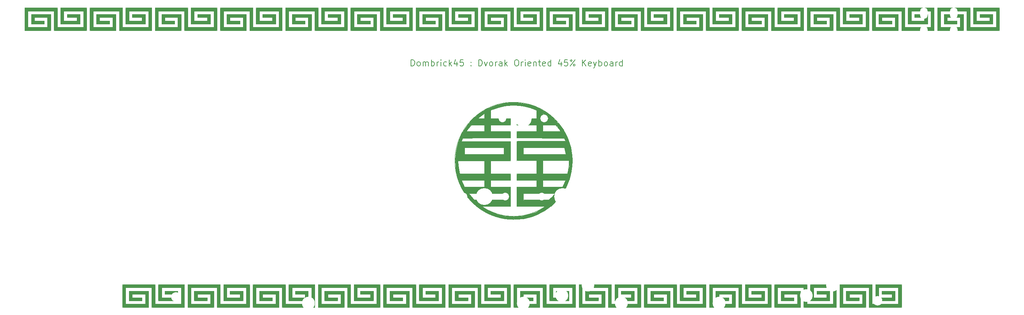
<source format=gto>
G04 #@! TF.GenerationSoftware,KiCad,Pcbnew,(5.1.4-0-10_14)*
G04 #@! TF.CreationDate,2019-10-22T01:35:18+09:00*
G04 #@! TF.ProjectId,dombrick45,646f6d62-7269-4636-9b34-352e6b696361,rev?*
G04 #@! TF.SameCoordinates,Original*
G04 #@! TF.FileFunction,Legend,Top*
G04 #@! TF.FilePolarity,Positive*
%FSLAX46Y46*%
G04 Gerber Fmt 4.6, Leading zero omitted, Abs format (unit mm)*
G04 Created by KiCad (PCBNEW (5.1.4-0-10_14)) date 2019-10-22 01:35:18*
%MOMM*%
%LPD*%
G04 APERTURE LIST*
%ADD10C,0.203200*%
%ADD11C,0.120000*%
%ADD12C,0.254000*%
%ADD13C,2.302000*%
%ADD14C,4.089800*%
%ADD15C,1.852000*%
%ADD16C,3.102000*%
%ADD17C,3.150000*%
%ADD18O,1.802000X2.802000*%
%ADD19O,1.702000X1.102000*%
%ADD20O,2.202000X1.102000*%
%ADD21C,0.752000*%
%ADD22C,1.802000*%
%ADD23R,1.802000X1.802000*%
G04 APERTURE END LIST*
D10*
X125058170Y-47520678D02*
X125058170Y-45996678D01*
X125421027Y-45996678D01*
X125638741Y-46069250D01*
X125783884Y-46214392D01*
X125856455Y-46359535D01*
X125929027Y-46649821D01*
X125929027Y-46867535D01*
X125856455Y-47157821D01*
X125783884Y-47302964D01*
X125638741Y-47448107D01*
X125421027Y-47520678D01*
X125058170Y-47520678D01*
X126799884Y-47520678D02*
X126654741Y-47448107D01*
X126582170Y-47375535D01*
X126509598Y-47230392D01*
X126509598Y-46794964D01*
X126582170Y-46649821D01*
X126654741Y-46577250D01*
X126799884Y-46504678D01*
X127017598Y-46504678D01*
X127162741Y-46577250D01*
X127235312Y-46649821D01*
X127307884Y-46794964D01*
X127307884Y-47230392D01*
X127235312Y-47375535D01*
X127162741Y-47448107D01*
X127017598Y-47520678D01*
X126799884Y-47520678D01*
X127961027Y-47520678D02*
X127961027Y-46504678D01*
X127961027Y-46649821D02*
X128033598Y-46577250D01*
X128178741Y-46504678D01*
X128396455Y-46504678D01*
X128541598Y-46577250D01*
X128614170Y-46722392D01*
X128614170Y-47520678D01*
X128614170Y-46722392D02*
X128686741Y-46577250D01*
X128831884Y-46504678D01*
X129049598Y-46504678D01*
X129194741Y-46577250D01*
X129267312Y-46722392D01*
X129267312Y-47520678D01*
X129993027Y-47520678D02*
X129993027Y-45996678D01*
X129993027Y-46577250D02*
X130138170Y-46504678D01*
X130428455Y-46504678D01*
X130573598Y-46577250D01*
X130646170Y-46649821D01*
X130718741Y-46794964D01*
X130718741Y-47230392D01*
X130646170Y-47375535D01*
X130573598Y-47448107D01*
X130428455Y-47520678D01*
X130138170Y-47520678D01*
X129993027Y-47448107D01*
X131371884Y-47520678D02*
X131371884Y-46504678D01*
X131371884Y-46794964D02*
X131444455Y-46649821D01*
X131517027Y-46577250D01*
X131662170Y-46504678D01*
X131807312Y-46504678D01*
X132315312Y-47520678D02*
X132315312Y-46504678D01*
X132315312Y-45996678D02*
X132242741Y-46069250D01*
X132315312Y-46141821D01*
X132387884Y-46069250D01*
X132315312Y-45996678D01*
X132315312Y-46141821D01*
X133694170Y-47448107D02*
X133549027Y-47520678D01*
X133258741Y-47520678D01*
X133113598Y-47448107D01*
X133041027Y-47375535D01*
X132968455Y-47230392D01*
X132968455Y-46794964D01*
X133041027Y-46649821D01*
X133113598Y-46577250D01*
X133258741Y-46504678D01*
X133549027Y-46504678D01*
X133694170Y-46577250D01*
X134347312Y-47520678D02*
X134347312Y-45996678D01*
X134492455Y-46940107D02*
X134927884Y-47520678D01*
X134927884Y-46504678D02*
X134347312Y-47085250D01*
X136234170Y-46504678D02*
X136234170Y-47520678D01*
X135871312Y-45924107D02*
X135508455Y-47012678D01*
X136451884Y-47012678D01*
X137758170Y-45996678D02*
X137032455Y-45996678D01*
X136959884Y-46722392D01*
X137032455Y-46649821D01*
X137177598Y-46577250D01*
X137540455Y-46577250D01*
X137685598Y-46649821D01*
X137758170Y-46722392D01*
X137830741Y-46867535D01*
X137830741Y-47230392D01*
X137758170Y-47375535D01*
X137685598Y-47448107D01*
X137540455Y-47520678D01*
X137177598Y-47520678D01*
X137032455Y-47448107D01*
X136959884Y-47375535D01*
X139645027Y-47375535D02*
X139717598Y-47448107D01*
X139645027Y-47520678D01*
X139572455Y-47448107D01*
X139645027Y-47375535D01*
X139645027Y-47520678D01*
X139645027Y-46577250D02*
X139717598Y-46649821D01*
X139645027Y-46722392D01*
X139572455Y-46649821D01*
X139645027Y-46577250D01*
X139645027Y-46722392D01*
X141531884Y-47520678D02*
X141531884Y-45996678D01*
X141894741Y-45996678D01*
X142112455Y-46069250D01*
X142257598Y-46214392D01*
X142330170Y-46359535D01*
X142402741Y-46649821D01*
X142402741Y-46867535D01*
X142330170Y-47157821D01*
X142257598Y-47302964D01*
X142112455Y-47448107D01*
X141894741Y-47520678D01*
X141531884Y-47520678D01*
X142910741Y-46504678D02*
X143273598Y-47520678D01*
X143636455Y-46504678D01*
X144434741Y-47520678D02*
X144289598Y-47448107D01*
X144217027Y-47375535D01*
X144144455Y-47230392D01*
X144144455Y-46794964D01*
X144217027Y-46649821D01*
X144289598Y-46577250D01*
X144434741Y-46504678D01*
X144652455Y-46504678D01*
X144797598Y-46577250D01*
X144870170Y-46649821D01*
X144942741Y-46794964D01*
X144942741Y-47230392D01*
X144870170Y-47375535D01*
X144797598Y-47448107D01*
X144652455Y-47520678D01*
X144434741Y-47520678D01*
X145595884Y-47520678D02*
X145595884Y-46504678D01*
X145595884Y-46794964D02*
X145668455Y-46649821D01*
X145741027Y-46577250D01*
X145886170Y-46504678D01*
X146031312Y-46504678D01*
X147192455Y-47520678D02*
X147192455Y-46722392D01*
X147119884Y-46577250D01*
X146974741Y-46504678D01*
X146684455Y-46504678D01*
X146539312Y-46577250D01*
X147192455Y-47448107D02*
X147047312Y-47520678D01*
X146684455Y-47520678D01*
X146539312Y-47448107D01*
X146466741Y-47302964D01*
X146466741Y-47157821D01*
X146539312Y-47012678D01*
X146684455Y-46940107D01*
X147047312Y-46940107D01*
X147192455Y-46867535D01*
X147918170Y-47520678D02*
X147918170Y-45996678D01*
X148063312Y-46940107D02*
X148498741Y-47520678D01*
X148498741Y-46504678D02*
X147918170Y-47085250D01*
X150603312Y-45996678D02*
X150893598Y-45996678D01*
X151038741Y-46069250D01*
X151183884Y-46214392D01*
X151256455Y-46504678D01*
X151256455Y-47012678D01*
X151183884Y-47302964D01*
X151038741Y-47448107D01*
X150893598Y-47520678D01*
X150603312Y-47520678D01*
X150458170Y-47448107D01*
X150313027Y-47302964D01*
X150240455Y-47012678D01*
X150240455Y-46504678D01*
X150313027Y-46214392D01*
X150458170Y-46069250D01*
X150603312Y-45996678D01*
X151909598Y-47520678D02*
X151909598Y-46504678D01*
X151909598Y-46794964D02*
X151982170Y-46649821D01*
X152054741Y-46577250D01*
X152199884Y-46504678D01*
X152345027Y-46504678D01*
X152853027Y-47520678D02*
X152853027Y-46504678D01*
X152853027Y-45996678D02*
X152780455Y-46069250D01*
X152853027Y-46141821D01*
X152925598Y-46069250D01*
X152853027Y-45996678D01*
X152853027Y-46141821D01*
X154159312Y-47448107D02*
X154014170Y-47520678D01*
X153723884Y-47520678D01*
X153578741Y-47448107D01*
X153506170Y-47302964D01*
X153506170Y-46722392D01*
X153578741Y-46577250D01*
X153723884Y-46504678D01*
X154014170Y-46504678D01*
X154159312Y-46577250D01*
X154231884Y-46722392D01*
X154231884Y-46867535D01*
X153506170Y-47012678D01*
X154885027Y-46504678D02*
X154885027Y-47520678D01*
X154885027Y-46649821D02*
X154957598Y-46577250D01*
X155102741Y-46504678D01*
X155320455Y-46504678D01*
X155465598Y-46577250D01*
X155538170Y-46722392D01*
X155538170Y-47520678D01*
X156046170Y-46504678D02*
X156626741Y-46504678D01*
X156263884Y-45996678D02*
X156263884Y-47302964D01*
X156336455Y-47448107D01*
X156481598Y-47520678D01*
X156626741Y-47520678D01*
X157715312Y-47448107D02*
X157570170Y-47520678D01*
X157279884Y-47520678D01*
X157134741Y-47448107D01*
X157062170Y-47302964D01*
X157062170Y-46722392D01*
X157134741Y-46577250D01*
X157279884Y-46504678D01*
X157570170Y-46504678D01*
X157715312Y-46577250D01*
X157787884Y-46722392D01*
X157787884Y-46867535D01*
X157062170Y-47012678D01*
X159094170Y-47520678D02*
X159094170Y-45996678D01*
X159094170Y-47448107D02*
X158949027Y-47520678D01*
X158658741Y-47520678D01*
X158513598Y-47448107D01*
X158441027Y-47375535D01*
X158368455Y-47230392D01*
X158368455Y-46794964D01*
X158441027Y-46649821D01*
X158513598Y-46577250D01*
X158658741Y-46504678D01*
X158949027Y-46504678D01*
X159094170Y-46577250D01*
X161634170Y-46504678D02*
X161634170Y-47520678D01*
X161271312Y-45924107D02*
X160908455Y-47012678D01*
X161851884Y-47012678D01*
X163158170Y-45996678D02*
X162432455Y-45996678D01*
X162359884Y-46722392D01*
X162432455Y-46649821D01*
X162577598Y-46577250D01*
X162940455Y-46577250D01*
X163085598Y-46649821D01*
X163158170Y-46722392D01*
X163230741Y-46867535D01*
X163230741Y-47230392D01*
X163158170Y-47375535D01*
X163085598Y-47448107D01*
X162940455Y-47520678D01*
X162577598Y-47520678D01*
X162432455Y-47448107D01*
X162359884Y-47375535D01*
X163811312Y-47520678D02*
X164972455Y-45996678D01*
X164029027Y-45996678D02*
X164174170Y-46069250D01*
X164246741Y-46214392D01*
X164174170Y-46359535D01*
X164029027Y-46432107D01*
X163883884Y-46359535D01*
X163811312Y-46214392D01*
X163883884Y-46069250D01*
X164029027Y-45996678D01*
X164899884Y-47448107D02*
X164972455Y-47302964D01*
X164899884Y-47157821D01*
X164754741Y-47085250D01*
X164609598Y-47157821D01*
X164537027Y-47302964D01*
X164609598Y-47448107D01*
X164754741Y-47520678D01*
X164899884Y-47448107D01*
X166786741Y-47520678D02*
X166786741Y-45996678D01*
X167657598Y-47520678D02*
X167004455Y-46649821D01*
X167657598Y-45996678D02*
X166786741Y-46867535D01*
X168891312Y-47448107D02*
X168746170Y-47520678D01*
X168455884Y-47520678D01*
X168310741Y-47448107D01*
X168238170Y-47302964D01*
X168238170Y-46722392D01*
X168310741Y-46577250D01*
X168455884Y-46504678D01*
X168746170Y-46504678D01*
X168891312Y-46577250D01*
X168963884Y-46722392D01*
X168963884Y-46867535D01*
X168238170Y-47012678D01*
X169471884Y-46504678D02*
X169834741Y-47520678D01*
X170197598Y-46504678D02*
X169834741Y-47520678D01*
X169689598Y-47883535D01*
X169617027Y-47956107D01*
X169471884Y-48028678D01*
X170778170Y-47520678D02*
X170778170Y-45996678D01*
X170778170Y-46577250D02*
X170923312Y-46504678D01*
X171213598Y-46504678D01*
X171358741Y-46577250D01*
X171431312Y-46649821D01*
X171503884Y-46794964D01*
X171503884Y-47230392D01*
X171431312Y-47375535D01*
X171358741Y-47448107D01*
X171213598Y-47520678D01*
X170923312Y-47520678D01*
X170778170Y-47448107D01*
X172374741Y-47520678D02*
X172229598Y-47448107D01*
X172157027Y-47375535D01*
X172084455Y-47230392D01*
X172084455Y-46794964D01*
X172157027Y-46649821D01*
X172229598Y-46577250D01*
X172374741Y-46504678D01*
X172592455Y-46504678D01*
X172737598Y-46577250D01*
X172810170Y-46649821D01*
X172882741Y-46794964D01*
X172882741Y-47230392D01*
X172810170Y-47375535D01*
X172737598Y-47448107D01*
X172592455Y-47520678D01*
X172374741Y-47520678D01*
X174189027Y-47520678D02*
X174189027Y-46722392D01*
X174116455Y-46577250D01*
X173971312Y-46504678D01*
X173681027Y-46504678D01*
X173535884Y-46577250D01*
X174189027Y-47448107D02*
X174043884Y-47520678D01*
X173681027Y-47520678D01*
X173535884Y-47448107D01*
X173463312Y-47302964D01*
X173463312Y-47157821D01*
X173535884Y-47012678D01*
X173681027Y-46940107D01*
X174043884Y-46940107D01*
X174189027Y-46867535D01*
X174914741Y-47520678D02*
X174914741Y-46504678D01*
X174914741Y-46794964D02*
X174987312Y-46649821D01*
X175059884Y-46577250D01*
X175205027Y-46504678D01*
X175350170Y-46504678D01*
X176511312Y-47520678D02*
X176511312Y-45996678D01*
X176511312Y-47448107D02*
X176366170Y-47520678D01*
X176075884Y-47520678D01*
X175930741Y-47448107D01*
X175858170Y-47375535D01*
X175785598Y-47230392D01*
X175785598Y-46794964D01*
X175858170Y-46649821D01*
X175930741Y-46577250D01*
X176075884Y-46504678D01*
X176366170Y-46504678D01*
X176511312Y-46577250D01*
D11*
X163534550Y-70665781D02*
G75*
G03X163534550Y-70665781I-13515800J0D01*
G01*
X142875000Y-73818750D02*
X142875000Y-70643750D01*
X136048750Y-73818750D02*
X142875000Y-73818750D01*
X142875000Y-75406250D02*
X136525000Y-75406250D01*
X142875000Y-76993750D02*
X142875000Y-75406250D01*
X137318750Y-76993750D02*
X142875000Y-76993750D01*
X147637500Y-78581250D02*
X138207750Y-78581250D01*
X147637500Y-80168750D02*
X147637500Y-78581250D01*
X139350750Y-80168750D02*
X147637500Y-80168750D01*
X149225000Y-81756250D02*
X141287500Y-81756250D01*
X149225000Y-76993750D02*
X149225000Y-81756250D01*
X144462500Y-76993750D02*
X149225000Y-76993750D01*
X144462500Y-75406250D02*
X144462500Y-76993750D01*
X149225000Y-75406250D02*
X144462500Y-75406250D01*
X149225000Y-73818750D02*
X149225000Y-75406250D01*
X144462500Y-73818750D02*
X149225000Y-73818750D01*
X144462500Y-70643750D02*
X144462500Y-73818750D01*
X147637500Y-67468750D02*
X138112500Y-67468750D01*
X147637500Y-69056250D02*
X147637500Y-67468750D01*
X138112500Y-69056250D02*
X147637500Y-69056250D01*
X138112500Y-67468750D02*
X138112500Y-69056250D01*
X149225000Y-70643750D02*
X149225000Y-65881250D01*
X135731250Y-70643750D02*
X149225000Y-70643750D01*
X149225000Y-65881250D02*
X136556750Y-65881250D01*
X144462500Y-63500000D02*
X144462500Y-61912500D01*
X149225000Y-63500000D02*
X144462500Y-63500000D01*
X149225000Y-65087500D02*
X149225000Y-63500000D01*
X142875000Y-65087500D02*
X149225000Y-65087500D01*
X136937750Y-65119250D02*
X142875000Y-65087500D01*
X142875000Y-63500000D02*
X137699750Y-63500000D01*
X142875000Y-61912500D02*
X142875000Y-63500000D01*
X144462500Y-57499250D02*
X144462500Y-60325000D01*
X142875000Y-60325000D02*
X142875000Y-58261250D01*
X140239750Y-60293250D02*
X149256750Y-60293250D01*
X149225000Y-61912500D02*
X138715750Y-61944250D01*
X149225000Y-60325000D02*
X149225000Y-61912500D01*
X168275000Y-103981250D02*
X168275000Y-103187500D01*
X173831250Y-106362500D02*
X180975000Y-106362500D01*
X178593750Y-103187500D02*
X178593750Y-103981250D01*
X173037500Y-100806250D02*
X165893750Y-100806250D01*
X167481250Y-102393750D02*
X167481250Y-104775000D01*
X165893750Y-106362500D02*
X172243750Y-106362500D01*
X135731250Y-104775000D02*
X138906250Y-104775000D01*
X173037500Y-100806250D02*
X173831250Y-100806250D01*
X143668750Y-103981250D02*
X143668750Y-101600000D01*
X180975000Y-100806250D02*
X174625000Y-100806250D01*
X167481250Y-104775000D02*
X170656250Y-104775000D01*
X175418750Y-103981250D02*
X175418750Y-101600000D01*
X165893750Y-100806250D02*
X165893750Y-106362500D01*
X179387500Y-104775000D02*
X179387500Y-102393750D01*
X166687500Y-101600000D02*
X173037500Y-101600000D01*
X171450000Y-105568750D02*
X166687500Y-105568750D01*
X174625000Y-100806250D02*
X174625000Y-104775000D01*
X173831250Y-106362500D02*
X173037500Y-106362500D01*
X171450000Y-103187500D02*
X171450000Y-105568750D01*
X178593750Y-103981250D02*
X175418750Y-103981250D01*
X173831250Y-105568750D02*
X173831250Y-100806250D01*
X166687500Y-105568750D02*
X166687500Y-101600000D01*
X179387500Y-102393750D02*
X176212500Y-102393750D01*
X168275000Y-103187500D02*
X171450000Y-103187500D01*
X180975000Y-106362500D02*
X180975000Y-100806250D01*
X173037500Y-101600000D02*
X173037500Y-106362500D01*
X134143750Y-100806250D02*
X134143750Y-106362500D01*
X69850000Y-106362500D02*
X69850000Y-100806250D01*
X65087500Y-102393750D02*
X65087500Y-103187500D01*
X196056250Y-101600000D02*
X196056250Y-105568750D01*
X172243750Y-106362500D02*
X172243750Y-102393750D01*
X69850000Y-100806250D02*
X63500000Y-100806250D01*
X59531250Y-104775000D02*
X59531250Y-103981250D01*
X65087500Y-103187500D02*
X67468750Y-103187500D01*
X170656250Y-103981250D02*
X168275000Y-103981250D01*
X174625000Y-104775000D02*
X179387500Y-104775000D01*
X175418750Y-101600000D02*
X180181250Y-101600000D01*
X61912500Y-100806250D02*
X62706250Y-100806250D01*
X68262500Y-102393750D02*
X65087500Y-102393750D01*
X69056250Y-105568750D02*
X62706250Y-105568750D01*
X61118750Y-102393750D02*
X56356250Y-102393750D01*
X170656250Y-104775000D02*
X170656250Y-103981250D01*
X176212500Y-103187500D02*
X178593750Y-103187500D01*
X180181250Y-101600000D02*
X180181250Y-105568750D01*
X176212500Y-102393750D02*
X176212500Y-103187500D01*
X54768750Y-100806250D02*
X54768750Y-106362500D01*
X61118750Y-106362500D02*
X61118750Y-102393750D01*
X218281250Y-104775000D02*
X218281250Y-103981250D01*
X131762500Y-104775000D02*
X131762500Y-102393750D01*
X119062500Y-101600000D02*
X125412500Y-101600000D01*
X123825000Y-105568750D02*
X119062500Y-105568750D01*
X127000000Y-100806250D02*
X127000000Y-104775000D01*
X126206250Y-106362500D02*
X125412500Y-106362500D01*
X123825000Y-103187500D02*
X123825000Y-105568750D01*
X130968750Y-103981250D02*
X127793750Y-103981250D01*
X126206250Y-105568750D02*
X126206250Y-100806250D01*
X119062500Y-105568750D02*
X119062500Y-101600000D01*
X120650000Y-103981250D02*
X120650000Y-103187500D01*
X126206250Y-106362500D02*
X133350000Y-106362500D01*
X130968750Y-103187500D02*
X130968750Y-103981250D01*
X125412500Y-100806250D02*
X118268750Y-100806250D01*
X119856250Y-102393750D02*
X119856250Y-104775000D01*
X118268750Y-106362500D02*
X124618750Y-106362500D01*
X123031250Y-103981250D02*
X120650000Y-103981250D01*
X64293750Y-103981250D02*
X64293750Y-101600000D01*
X56356250Y-104775000D02*
X59531250Y-104775000D01*
X210343750Y-103981250D02*
X207168750Y-103981250D01*
X205581250Y-105568750D02*
X205581250Y-100806250D01*
X198437500Y-105568750D02*
X198437500Y-101600000D01*
X211137500Y-102393750D02*
X207962500Y-102393750D01*
X200025000Y-103187500D02*
X203200000Y-103187500D01*
X212725000Y-106362500D02*
X212725000Y-100806250D01*
X204787500Y-101600000D02*
X204787500Y-106362500D01*
X203993750Y-106362500D02*
X203993750Y-102393750D01*
X202406250Y-103981250D02*
X200025000Y-103981250D01*
X206375000Y-104775000D02*
X211137500Y-104775000D01*
X207962500Y-102393750D02*
X207962500Y-103187500D01*
X197643750Y-106362500D02*
X203993750Y-106362500D01*
X204787500Y-100806250D02*
X205581250Y-100806250D01*
X212725000Y-100806250D02*
X206375000Y-100806250D01*
X199231250Y-104775000D02*
X202406250Y-104775000D01*
X207168750Y-103981250D02*
X207168750Y-101600000D01*
X197643750Y-100806250D02*
X197643750Y-106362500D01*
X211137500Y-104775000D02*
X211137500Y-102393750D01*
X198437500Y-101600000D02*
X204787500Y-101600000D01*
X203200000Y-105568750D02*
X198437500Y-105568750D01*
X206375000Y-100806250D02*
X206375000Y-104775000D01*
X205581250Y-106362500D02*
X204787500Y-106362500D01*
X184150000Y-103981250D02*
X184150000Y-103187500D01*
X189706250Y-106362500D02*
X196850000Y-106362500D01*
X194468750Y-103187500D02*
X194468750Y-103981250D01*
X188912500Y-100806250D02*
X181768750Y-100806250D01*
X183356250Y-102393750D02*
X183356250Y-104775000D01*
X80168750Y-101600000D02*
X84931250Y-101600000D01*
X73025000Y-103187500D02*
X76200000Y-103187500D01*
X147637500Y-104775000D02*
X147637500Y-102393750D01*
X134937500Y-101600000D02*
X141287500Y-101600000D01*
X139700000Y-105568750D02*
X134937500Y-105568750D01*
X142875000Y-100806250D02*
X142875000Y-104775000D01*
X142081250Y-106362500D02*
X141287500Y-106362500D01*
X139700000Y-103187500D02*
X139700000Y-105568750D01*
X146843750Y-103981250D02*
X143668750Y-103981250D01*
X142081250Y-105568750D02*
X142081250Y-100806250D01*
X134937500Y-105568750D02*
X134937500Y-101600000D01*
X136525000Y-103981250D02*
X136525000Y-103187500D01*
X142081250Y-106362500D02*
X149225000Y-106362500D01*
X146843750Y-103187500D02*
X146843750Y-103981250D01*
X141287500Y-100806250D02*
X134143750Y-100806250D01*
X135731250Y-102393750D02*
X135731250Y-104775000D01*
X134143750Y-106362500D02*
X140493750Y-106362500D01*
X138906250Y-103981250D02*
X136525000Y-103981250D01*
X142875000Y-104775000D02*
X147637500Y-104775000D01*
X143668750Y-101600000D02*
X148431250Y-101600000D01*
X136525000Y-103187500D02*
X139700000Y-103187500D01*
X149225000Y-106362500D02*
X149225000Y-100806250D01*
X141287500Y-101600000D02*
X141287500Y-106362500D01*
X148431250Y-101600000D02*
X148431250Y-105568750D01*
X144462500Y-102393750D02*
X144462500Y-103187500D01*
X149225000Y-100806250D02*
X142875000Y-100806250D01*
X138906250Y-104775000D02*
X138906250Y-103981250D01*
X144462500Y-103187500D02*
X146843750Y-103187500D01*
X141287500Y-100806250D02*
X142081250Y-100806250D01*
X147637500Y-102393750D02*
X144462500Y-102393750D01*
X148431250Y-105568750D02*
X142081250Y-105568750D01*
X140493750Y-102393750D02*
X135731250Y-102393750D01*
X172243750Y-102393750D02*
X167481250Y-102393750D01*
X180181250Y-105568750D02*
X173831250Y-105568750D01*
X140493750Y-106362500D02*
X140493750Y-102393750D01*
X239712500Y-103187500D02*
X242093750Y-103187500D01*
X234950000Y-103187500D02*
X234950000Y-105568750D01*
X238918750Y-101600000D02*
X243681250Y-101600000D01*
X226218750Y-103981250D02*
X223043750Y-103981250D01*
X221456250Y-105568750D02*
X221456250Y-100806250D01*
X214312500Y-105568750D02*
X214312500Y-101600000D01*
X227012500Y-102393750D02*
X223837500Y-102393750D01*
X215900000Y-103187500D02*
X219075000Y-103187500D01*
X228600000Y-106362500D02*
X228600000Y-100806250D01*
X220662500Y-101600000D02*
X220662500Y-106362500D01*
X219868750Y-106362500D02*
X219868750Y-102393750D01*
X218281250Y-103981250D02*
X215900000Y-103981250D01*
X222250000Y-104775000D02*
X227012500Y-104775000D01*
X223837500Y-102393750D02*
X223837500Y-103187500D01*
X213518750Y-106362500D02*
X219868750Y-106362500D01*
X220662500Y-100806250D02*
X221456250Y-100806250D01*
X228600000Y-100806250D02*
X222250000Y-100806250D01*
X215106250Y-104775000D02*
X218281250Y-104775000D01*
X223043750Y-103981250D02*
X223043750Y-101600000D01*
X213518750Y-100806250D02*
X213518750Y-106362500D01*
X227012500Y-104775000D02*
X227012500Y-102393750D01*
X214312500Y-101600000D02*
X220662500Y-101600000D01*
X219075000Y-105568750D02*
X214312500Y-105568750D01*
X222250000Y-100806250D02*
X222250000Y-104775000D01*
X221456250Y-106362500D02*
X220662500Y-106362500D01*
X219868750Y-102393750D02*
X215106250Y-102393750D01*
X227806250Y-105568750D02*
X221456250Y-105568750D01*
X227806250Y-101600000D02*
X227806250Y-105568750D01*
X215900000Y-103981250D02*
X215900000Y-103187500D01*
X221456250Y-106362500D02*
X228600000Y-106362500D01*
X226218750Y-103187500D02*
X226218750Y-103981250D01*
X220662500Y-100806250D02*
X213518750Y-100806250D01*
X215106250Y-102393750D02*
X215106250Y-104775000D01*
X234156250Y-104775000D02*
X234156250Y-103981250D01*
X242093750Y-103981250D02*
X238918750Y-103981250D01*
X237331250Y-105568750D02*
X237331250Y-100806250D01*
X230187500Y-105568750D02*
X230187500Y-101600000D01*
X242887500Y-102393750D02*
X239712500Y-102393750D01*
X231775000Y-103187500D02*
X234950000Y-103187500D01*
X244475000Y-106362500D02*
X244475000Y-100806250D01*
X236537500Y-101600000D02*
X236537500Y-106362500D01*
X235743750Y-106362500D02*
X235743750Y-102393750D01*
X234156250Y-103981250D02*
X231775000Y-103981250D01*
X238125000Y-104775000D02*
X242887500Y-104775000D01*
X239712500Y-102393750D02*
X239712500Y-103187500D01*
X229393750Y-106362500D02*
X235743750Y-106362500D01*
X236537500Y-100806250D02*
X237331250Y-100806250D01*
X244475000Y-100806250D02*
X238125000Y-100806250D01*
X230981250Y-104775000D02*
X234156250Y-104775000D01*
X238918750Y-103981250D02*
X238918750Y-101600000D01*
X229393750Y-100806250D02*
X229393750Y-106362500D01*
X242887500Y-104775000D02*
X242887500Y-102393750D01*
X230187500Y-101600000D02*
X236537500Y-101600000D01*
X234950000Y-105568750D02*
X230187500Y-105568750D01*
X238125000Y-100806250D02*
X238125000Y-104775000D01*
X237331250Y-106362500D02*
X236537500Y-106362500D01*
X235743750Y-102393750D02*
X230981250Y-102393750D01*
X243681250Y-105568750D02*
X237331250Y-105568750D01*
X243681250Y-101600000D02*
X243681250Y-105568750D01*
X231775000Y-103981250D02*
X231775000Y-103187500D01*
X237331250Y-106362500D02*
X244475000Y-106362500D01*
X242093750Y-103187500D02*
X242093750Y-103981250D01*
X236537500Y-100806250D02*
X229393750Y-100806250D01*
X230981250Y-102393750D02*
X230981250Y-104775000D01*
X112712500Y-102393750D02*
X112712500Y-103187500D01*
X117475000Y-100806250D02*
X111125000Y-100806250D01*
X107156250Y-104775000D02*
X107156250Y-103981250D01*
X112712500Y-103187500D02*
X115093750Y-103187500D01*
X109537500Y-100806250D02*
X110331250Y-100806250D01*
X115887500Y-102393750D02*
X112712500Y-102393750D01*
X116681250Y-105568750D02*
X110331250Y-105568750D01*
X108743750Y-102393750D02*
X103981250Y-102393750D01*
X102393750Y-100806250D02*
X102393750Y-106362500D01*
X108743750Y-106362500D02*
X108743750Y-102393750D01*
X111918750Y-103981250D02*
X111918750Y-101600000D01*
X103981250Y-104775000D02*
X107156250Y-104775000D01*
X115887500Y-104775000D02*
X115887500Y-102393750D01*
X103187500Y-101600000D02*
X109537500Y-101600000D01*
X107950000Y-105568750D02*
X103187500Y-105568750D01*
X111125000Y-100806250D02*
X111125000Y-104775000D01*
X110331250Y-106362500D02*
X109537500Y-106362500D01*
X107950000Y-103187500D02*
X107950000Y-105568750D01*
X115093750Y-103981250D02*
X111918750Y-103981250D01*
X110331250Y-105568750D02*
X110331250Y-100806250D01*
X103187500Y-105568750D02*
X103187500Y-101600000D01*
X104775000Y-103981250D02*
X104775000Y-103187500D01*
X110331250Y-106362500D02*
X117475000Y-106362500D01*
X115093750Y-103187500D02*
X115093750Y-103981250D01*
X109537500Y-100806250D02*
X102393750Y-100806250D01*
X103981250Y-102393750D02*
X103981250Y-104775000D01*
X102393750Y-106362500D02*
X108743750Y-106362500D01*
X107156250Y-103981250D02*
X104775000Y-103981250D01*
X109537500Y-101600000D02*
X109537500Y-106362500D01*
X127000000Y-104775000D02*
X131762500Y-104775000D01*
X127793750Y-101600000D02*
X132556250Y-101600000D01*
X191293750Y-101600000D02*
X196056250Y-101600000D01*
X186531250Y-104775000D02*
X186531250Y-103981250D01*
X192087500Y-103187500D02*
X194468750Y-103187500D01*
X96043750Y-101600000D02*
X100806250Y-101600000D01*
X88900000Y-103187500D02*
X92075000Y-103187500D01*
X101600000Y-106362500D02*
X101600000Y-100806250D01*
X96837500Y-102393750D02*
X96837500Y-103187500D01*
X101600000Y-100806250D02*
X95250000Y-100806250D01*
X91281250Y-104775000D02*
X91281250Y-103981250D01*
X96837500Y-103187500D02*
X99218750Y-103187500D01*
X93662500Y-100806250D02*
X94456250Y-100806250D01*
X100012500Y-102393750D02*
X96837500Y-102393750D01*
X100806250Y-105568750D02*
X94456250Y-105568750D01*
X92868750Y-102393750D02*
X88106250Y-102393750D01*
X86518750Y-100806250D02*
X86518750Y-106362500D01*
X92868750Y-106362500D02*
X92868750Y-102393750D01*
X96043750Y-103981250D02*
X96043750Y-101600000D01*
X88106250Y-104775000D02*
X91281250Y-104775000D01*
X100012500Y-104775000D02*
X100012500Y-102393750D01*
X87312500Y-101600000D02*
X93662500Y-101600000D01*
X92075000Y-105568750D02*
X87312500Y-105568750D01*
X95250000Y-100806250D02*
X95250000Y-104775000D01*
X94456250Y-106362500D02*
X93662500Y-106362500D01*
X92075000Y-103187500D02*
X92075000Y-105568750D01*
X120650000Y-103187500D02*
X123825000Y-103187500D01*
X133350000Y-106362500D02*
X133350000Y-100806250D01*
X99218750Y-103981250D02*
X96043750Y-103981250D01*
X94456250Y-105568750D02*
X94456250Y-100806250D01*
X87312500Y-105568750D02*
X87312500Y-101600000D01*
X88900000Y-103981250D02*
X88900000Y-103187500D01*
X94456250Y-106362500D02*
X101600000Y-106362500D01*
X99218750Y-103187500D02*
X99218750Y-103981250D01*
X93662500Y-100806250D02*
X86518750Y-100806250D01*
X88106250Y-102393750D02*
X88106250Y-104775000D01*
X86518750Y-106362500D02*
X92868750Y-106362500D01*
X91281250Y-103981250D02*
X88900000Y-103981250D01*
X125412500Y-101600000D02*
X125412500Y-106362500D01*
X132556250Y-101600000D02*
X132556250Y-105568750D01*
X85725000Y-106362500D02*
X85725000Y-100806250D01*
X80962500Y-102393750D02*
X80962500Y-103187500D01*
X85725000Y-100806250D02*
X79375000Y-100806250D01*
X75406250Y-104775000D02*
X75406250Y-103981250D01*
X80962500Y-103187500D02*
X83343750Y-103187500D01*
X77787500Y-100806250D02*
X78581250Y-100806250D01*
X84137500Y-102393750D02*
X80962500Y-102393750D01*
X84931250Y-105568750D02*
X78581250Y-105568750D01*
X76993750Y-102393750D02*
X72231250Y-102393750D01*
X70643750Y-100806250D02*
X70643750Y-106362500D01*
X76993750Y-106362500D02*
X76993750Y-102393750D01*
X80168750Y-103981250D02*
X80168750Y-101600000D01*
X72231250Y-104775000D02*
X75406250Y-104775000D01*
X84137500Y-104775000D02*
X84137500Y-102393750D01*
X71437500Y-101600000D02*
X77787500Y-101600000D01*
X76200000Y-105568750D02*
X71437500Y-105568750D01*
X79375000Y-100806250D02*
X79375000Y-104775000D01*
X78581250Y-106362500D02*
X77787500Y-106362500D01*
X76200000Y-103187500D02*
X76200000Y-105568750D01*
X83343750Y-103981250D02*
X80168750Y-103981250D01*
X78581250Y-105568750D02*
X78581250Y-100806250D01*
X71437500Y-105568750D02*
X71437500Y-101600000D01*
X73025000Y-103981250D02*
X73025000Y-103187500D01*
X78581250Y-106362500D02*
X85725000Y-106362500D01*
X83343750Y-103187500D02*
X83343750Y-103981250D01*
X77787500Y-100806250D02*
X70643750Y-100806250D01*
X72231250Y-102393750D02*
X72231250Y-104775000D01*
X70643750Y-106362500D02*
X76993750Y-106362500D01*
X75406250Y-103981250D02*
X73025000Y-103981250D01*
X93662500Y-101600000D02*
X93662500Y-106362500D01*
X116681250Y-101600000D02*
X116681250Y-105568750D01*
X111125000Y-104775000D02*
X115887500Y-104775000D01*
X100806250Y-101600000D02*
X100806250Y-105568750D01*
X84931250Y-101600000D02*
X84931250Y-105568750D01*
X77787500Y-101600000D02*
X77787500Y-106362500D01*
X79375000Y-104775000D02*
X84137500Y-104775000D01*
X68262500Y-104775000D02*
X68262500Y-102393750D01*
X55562500Y-101600000D02*
X61912500Y-101600000D01*
X60325000Y-105568750D02*
X55562500Y-105568750D01*
X63500000Y-100806250D02*
X63500000Y-104775000D01*
X62706250Y-106362500D02*
X61912500Y-106362500D01*
X60325000Y-103187500D02*
X60325000Y-105568750D01*
X67468750Y-103981250D02*
X64293750Y-103981250D01*
X62706250Y-105568750D02*
X62706250Y-100806250D01*
X55562500Y-105568750D02*
X55562500Y-101600000D01*
X57150000Y-103981250D02*
X57150000Y-103187500D01*
X62706250Y-106362500D02*
X69850000Y-106362500D01*
X67468750Y-103187500D02*
X67468750Y-103981250D01*
X61912500Y-100806250D02*
X54768750Y-100806250D01*
X56356250Y-102393750D02*
X56356250Y-104775000D01*
X54768750Y-106362500D02*
X61118750Y-106362500D01*
X111918750Y-101600000D02*
X116681250Y-101600000D01*
X104775000Y-103187500D02*
X107950000Y-103187500D01*
X117475000Y-106362500D02*
X117475000Y-100806250D01*
X187325000Y-103187500D02*
X187325000Y-105568750D01*
X194468750Y-103981250D02*
X191293750Y-103981250D01*
X189706250Y-105568750D02*
X189706250Y-100806250D01*
X182562500Y-105568750D02*
X182562500Y-101600000D01*
X195262500Y-102393750D02*
X192087500Y-102393750D01*
X184150000Y-103187500D02*
X187325000Y-103187500D01*
X196850000Y-106362500D02*
X196850000Y-100806250D01*
X188912500Y-101600000D02*
X188912500Y-106362500D01*
X188118750Y-106362500D02*
X188118750Y-102393750D01*
X186531250Y-103981250D02*
X184150000Y-103981250D01*
X190500000Y-104775000D02*
X195262500Y-104775000D01*
X151606250Y-104775000D02*
X154781250Y-104775000D01*
X159543750Y-103981250D02*
X159543750Y-101600000D01*
X150018750Y-100806250D02*
X150018750Y-106362500D01*
X163512500Y-104775000D02*
X163512500Y-102393750D01*
X150812500Y-101600000D02*
X157162500Y-101600000D01*
X155575000Y-105568750D02*
X150812500Y-105568750D01*
X158750000Y-100806250D02*
X158750000Y-104775000D01*
X157956250Y-106362500D02*
X157162500Y-106362500D01*
X155575000Y-103187500D02*
X155575000Y-105568750D01*
X162718750Y-103981250D02*
X159543750Y-103981250D01*
X157956250Y-105568750D02*
X157956250Y-100806250D01*
X150812500Y-105568750D02*
X150812500Y-101600000D01*
X152400000Y-103981250D02*
X152400000Y-103187500D01*
X157956250Y-106362500D02*
X165100000Y-106362500D01*
X162718750Y-103187500D02*
X162718750Y-103981250D01*
X157162500Y-100806250D02*
X150018750Y-100806250D01*
X151606250Y-102393750D02*
X151606250Y-104775000D01*
X150018750Y-106362500D02*
X156368750Y-106362500D01*
X154781250Y-103981250D02*
X152400000Y-103981250D01*
X158750000Y-104775000D02*
X163512500Y-104775000D01*
X203993750Y-102393750D02*
X199231250Y-102393750D01*
X211931250Y-105568750D02*
X205581250Y-105568750D01*
X192087500Y-102393750D02*
X192087500Y-103187500D01*
X159543750Y-101600000D02*
X164306250Y-101600000D01*
X152400000Y-103187500D02*
X155575000Y-103187500D01*
X165100000Y-106362500D02*
X165100000Y-100806250D01*
X157162500Y-101600000D02*
X157162500Y-106362500D01*
X164306250Y-101600000D02*
X164306250Y-105568750D01*
X160337500Y-102393750D02*
X160337500Y-103187500D01*
X165100000Y-100806250D02*
X158750000Y-100806250D01*
X154781250Y-104775000D02*
X154781250Y-103981250D01*
X160337500Y-103187500D02*
X162718750Y-103187500D01*
X157162500Y-100806250D02*
X157956250Y-100806250D01*
X163512500Y-102393750D02*
X160337500Y-102393750D01*
X164306250Y-105568750D02*
X157956250Y-105568750D01*
X156368750Y-102393750D02*
X151606250Y-102393750D01*
X156368750Y-106362500D02*
X156368750Y-102393750D01*
X128587500Y-102393750D02*
X128587500Y-103187500D01*
X133350000Y-100806250D02*
X127000000Y-100806250D01*
X123031250Y-104775000D02*
X123031250Y-103981250D01*
X128587500Y-103187500D02*
X130968750Y-103187500D01*
X125412500Y-100806250D02*
X126206250Y-100806250D01*
X131762500Y-102393750D02*
X128587500Y-102393750D01*
X132556250Y-105568750D02*
X126206250Y-105568750D01*
X124618750Y-102393750D02*
X119856250Y-102393750D01*
X59531250Y-103981250D02*
X57150000Y-103981250D01*
X64293750Y-101600000D02*
X69056250Y-101600000D01*
X223043750Y-101600000D02*
X227806250Y-101600000D01*
X211931250Y-101600000D02*
X211931250Y-105568750D01*
X200025000Y-103981250D02*
X200025000Y-103187500D01*
X205581250Y-106362500D02*
X212725000Y-106362500D01*
X210343750Y-103187500D02*
X210343750Y-103981250D01*
X204787500Y-100806250D02*
X197643750Y-100806250D01*
X199231250Y-102393750D02*
X199231250Y-104775000D01*
X207168750Y-101600000D02*
X211931250Y-101600000D01*
X202406250Y-104775000D02*
X202406250Y-103981250D01*
X207962500Y-103187500D02*
X210343750Y-103187500D01*
X203200000Y-103187500D02*
X203200000Y-105568750D01*
X223837500Y-103187500D02*
X226218750Y-103187500D01*
X118268750Y-100806250D02*
X118268750Y-106362500D01*
X124618750Y-106362500D02*
X124618750Y-102393750D01*
X127793750Y-103981250D02*
X127793750Y-101600000D01*
X119856250Y-104775000D02*
X123031250Y-104775000D01*
X57150000Y-103187500D02*
X60325000Y-103187500D01*
X181768750Y-106362500D02*
X188118750Y-106362500D01*
X188912500Y-100806250D02*
X189706250Y-100806250D01*
X196850000Y-100806250D02*
X190500000Y-100806250D01*
X183356250Y-104775000D02*
X186531250Y-104775000D01*
X191293750Y-103981250D02*
X191293750Y-101600000D01*
X181768750Y-100806250D02*
X181768750Y-106362500D01*
X195262500Y-104775000D02*
X195262500Y-102393750D01*
X182562500Y-101600000D02*
X188912500Y-101600000D01*
X187325000Y-105568750D02*
X182562500Y-105568750D01*
X190500000Y-100806250D02*
X190500000Y-104775000D01*
X189706250Y-106362500D02*
X188912500Y-106362500D01*
X61912500Y-101600000D02*
X61912500Y-106362500D01*
X188118750Y-102393750D02*
X183356250Y-102393750D01*
X219075000Y-103187500D02*
X219075000Y-105568750D01*
X95250000Y-104775000D02*
X100012500Y-104775000D01*
X196056250Y-105568750D02*
X189706250Y-105568750D01*
X63500000Y-104775000D02*
X68262500Y-104775000D01*
X69056250Y-101600000D02*
X69056250Y-105568750D01*
X164328282Y-70665781D02*
G75*
G03X164328282Y-70665781I-14309532J0D01*
G01*
X159289750Y-79488015D02*
X158527750Y-80168750D01*
X152400000Y-80168750D02*
X152400000Y-78581250D01*
X158527750Y-80168750D02*
X152400000Y-80168750D01*
X160051750Y-78581250D02*
X159289750Y-79470250D01*
X152400000Y-78581250D02*
X160051750Y-78581250D01*
X157162500Y-73818750D02*
X157162500Y-70643750D01*
X163861750Y-73818750D02*
X157162500Y-73818750D01*
X157162500Y-75406250D02*
X163480750Y-75406250D01*
X157162500Y-76993750D02*
X157162500Y-75406250D01*
X162718750Y-76993750D02*
X157162500Y-76993750D01*
X150812500Y-81756250D02*
X158908750Y-81756250D01*
X150812500Y-76993750D02*
X150812500Y-81756250D01*
X155575000Y-76993750D02*
X150812500Y-76993750D01*
X155575000Y-75406250D02*
X155575000Y-76993750D01*
X150812500Y-75406250D02*
X155575000Y-75406250D01*
X150812500Y-73818750D02*
X150812500Y-75406250D01*
X155575000Y-73818750D02*
X150812500Y-73818750D01*
X155575000Y-70643750D02*
X155575000Y-73818750D01*
X157162500Y-61912500D02*
X157162500Y-63500000D01*
X161321750Y-61912500D02*
X157162500Y-61912500D01*
X159924750Y-60325000D02*
X161321750Y-61912500D01*
X157162500Y-60325000D02*
X159924750Y-60325000D01*
X157130750Y-58261250D02*
X157162500Y-60325000D01*
X155575000Y-60325000D02*
X155606750Y-57499250D01*
X150812500Y-60325000D02*
X155575000Y-60325000D01*
X150812500Y-61912500D02*
X150812500Y-60325000D01*
X155575000Y-61912500D02*
X150812500Y-61912500D01*
X155575000Y-63500000D02*
X155575000Y-61912500D01*
X150812500Y-63500000D02*
X150812500Y-65087500D01*
X162337750Y-63500000D02*
X150812500Y-63500000D01*
X163099750Y-65087500D02*
X162306000Y-63500000D01*
X150812500Y-65087500D02*
X163099750Y-65119250D01*
X150812500Y-65881250D02*
X150812500Y-70643750D01*
X162337750Y-67468750D02*
X152400000Y-67468750D01*
X162718750Y-69056250D02*
X162337750Y-67468750D01*
X152400000Y-69056250D02*
X162718750Y-69056250D01*
X152400000Y-67468750D02*
X152400000Y-69056250D01*
X150812500Y-65881250D02*
X163512500Y-65881250D01*
X263525000Y-35718750D02*
X265906250Y-35718750D01*
X258762500Y-35718750D02*
X258762500Y-38100000D01*
X262731250Y-34131250D02*
X267493750Y-34131250D01*
X257968750Y-37306250D02*
X257968750Y-36512500D01*
X265906250Y-36512500D02*
X262731250Y-36512500D01*
X261143750Y-38100000D02*
X261143750Y-33337500D01*
X254000000Y-38100000D02*
X254000000Y-34131250D01*
X266700000Y-34925000D02*
X263525000Y-34925000D01*
X255587500Y-35718750D02*
X258762500Y-35718750D01*
X268287500Y-38893750D02*
X268287500Y-33337500D01*
X260350000Y-34131250D02*
X260350000Y-38893750D01*
X259556250Y-38893750D02*
X259556250Y-34925000D01*
X257968750Y-36512500D02*
X255587500Y-36512500D01*
X261937500Y-37306250D02*
X266700000Y-37306250D01*
X263525000Y-34925000D02*
X263525000Y-35718750D01*
X253206250Y-38893750D02*
X259556250Y-38893750D01*
X260350000Y-33337500D02*
X261143750Y-33337500D01*
X268287500Y-33337500D02*
X261937500Y-33337500D01*
X254793750Y-37306250D02*
X257968750Y-37306250D01*
X262731250Y-36512500D02*
X262731250Y-34131250D01*
X253206250Y-33337500D02*
X253206250Y-38893750D01*
X266700000Y-37306250D02*
X266700000Y-34925000D01*
X254000000Y-34131250D02*
X260350000Y-34131250D01*
X258762500Y-38100000D02*
X254000000Y-38100000D01*
X261937500Y-33337500D02*
X261937500Y-37306250D01*
X261143750Y-38893750D02*
X260350000Y-38893750D01*
X259556250Y-34925000D02*
X254793750Y-34925000D01*
X267493750Y-38100000D02*
X261143750Y-38100000D01*
X267493750Y-34131250D02*
X267493750Y-38100000D01*
X255587500Y-36512500D02*
X255587500Y-35718750D01*
X261143750Y-38893750D02*
X268287500Y-38893750D01*
X265906250Y-35718750D02*
X265906250Y-36512500D01*
X260350000Y-33337500D02*
X253206250Y-33337500D01*
X254793750Y-34925000D02*
X254793750Y-37306250D01*
X242093750Y-37306250D02*
X242093750Y-36512500D01*
X250031250Y-36512500D02*
X246856250Y-36512500D01*
X245268750Y-38100000D02*
X245268750Y-33337500D01*
X238125000Y-38100000D02*
X238125000Y-34131250D01*
X250825000Y-34925000D02*
X247650000Y-34925000D01*
X239712500Y-35718750D02*
X242887500Y-35718750D01*
X252412500Y-38893750D02*
X252412500Y-33337500D01*
X244475000Y-34131250D02*
X244475000Y-38893750D01*
X243681250Y-38893750D02*
X243681250Y-34925000D01*
X242093750Y-36512500D02*
X239712500Y-36512500D01*
X246062500Y-37306250D02*
X250825000Y-37306250D01*
X247650000Y-34925000D02*
X247650000Y-35718750D01*
X237331250Y-38893750D02*
X243681250Y-38893750D01*
X244475000Y-33337500D02*
X245268750Y-33337500D01*
X252412500Y-33337500D02*
X246062500Y-33337500D01*
X238918750Y-37306250D02*
X242093750Y-37306250D01*
X246856250Y-36512500D02*
X246856250Y-34131250D01*
X237331250Y-33337500D02*
X237331250Y-38893750D01*
X250825000Y-37306250D02*
X250825000Y-34925000D01*
X238125000Y-34131250D02*
X244475000Y-34131250D01*
X242887500Y-38100000D02*
X238125000Y-38100000D01*
X246062500Y-33337500D02*
X246062500Y-37306250D01*
X245268750Y-38893750D02*
X244475000Y-38893750D01*
X243681250Y-34925000D02*
X238918750Y-34925000D01*
X251618750Y-38100000D02*
X245268750Y-38100000D01*
X251618750Y-34131250D02*
X251618750Y-38100000D01*
X239712500Y-36512500D02*
X239712500Y-35718750D01*
X245268750Y-38893750D02*
X252412500Y-38893750D01*
X250031250Y-35718750D02*
X250031250Y-36512500D01*
X244475000Y-33337500D02*
X237331250Y-33337500D01*
X238918750Y-34925000D02*
X238918750Y-37306250D01*
X246856250Y-34131250D02*
X251618750Y-34131250D01*
X247650000Y-35718750D02*
X250031250Y-35718750D01*
X242887500Y-35718750D02*
X242887500Y-38100000D01*
X234156250Y-36512500D02*
X230981250Y-36512500D01*
X229393750Y-38100000D02*
X229393750Y-33337500D01*
X222250000Y-38100000D02*
X222250000Y-34131250D01*
X234950000Y-34925000D02*
X231775000Y-34925000D01*
X223837500Y-35718750D02*
X227012500Y-35718750D01*
X236537500Y-38893750D02*
X236537500Y-33337500D01*
X228600000Y-34131250D02*
X228600000Y-38893750D01*
X227806250Y-38893750D02*
X227806250Y-34925000D01*
X226218750Y-36512500D02*
X223837500Y-36512500D01*
X230187500Y-37306250D02*
X234950000Y-37306250D01*
X231775000Y-34925000D02*
X231775000Y-35718750D01*
X221456250Y-38893750D02*
X227806250Y-38893750D01*
X228600000Y-33337500D02*
X229393750Y-33337500D01*
X236537500Y-33337500D02*
X230187500Y-33337500D01*
X223043750Y-37306250D02*
X226218750Y-37306250D01*
X230981250Y-36512500D02*
X230981250Y-34131250D01*
X221456250Y-33337500D02*
X221456250Y-38893750D01*
X234950000Y-37306250D02*
X234950000Y-34925000D01*
X222250000Y-34131250D02*
X228600000Y-34131250D01*
X227012500Y-38100000D02*
X222250000Y-38100000D01*
X230187500Y-33337500D02*
X230187500Y-37306250D01*
X229393750Y-38893750D02*
X228600000Y-38893750D01*
X227806250Y-34925000D02*
X223043750Y-34925000D01*
X235743750Y-38100000D02*
X229393750Y-38100000D01*
X235743750Y-34131250D02*
X235743750Y-38100000D01*
X223837500Y-36512500D02*
X223837500Y-35718750D01*
X229393750Y-38893750D02*
X236537500Y-38893750D01*
X234156250Y-35718750D02*
X234156250Y-36512500D01*
X228600000Y-33337500D02*
X221456250Y-33337500D01*
X223043750Y-34925000D02*
X223043750Y-37306250D01*
X230981250Y-34131250D02*
X235743750Y-34131250D01*
X226218750Y-37306250D02*
X226218750Y-36512500D01*
X231775000Y-35718750D02*
X234156250Y-35718750D01*
X227012500Y-35718750D02*
X227012500Y-38100000D01*
X219868750Y-34131250D02*
X219868750Y-38100000D01*
X207962500Y-36512500D02*
X207962500Y-35718750D01*
X213518750Y-38893750D02*
X220662500Y-38893750D01*
X218281250Y-35718750D02*
X218281250Y-36512500D01*
X212725000Y-33337500D02*
X205581250Y-33337500D01*
X207168750Y-34925000D02*
X207168750Y-37306250D01*
X215106250Y-34131250D02*
X219868750Y-34131250D01*
X210343750Y-37306250D02*
X210343750Y-36512500D01*
X215900000Y-35718750D02*
X218281250Y-35718750D01*
X211137500Y-35718750D02*
X211137500Y-38100000D01*
X218281250Y-36512500D02*
X215106250Y-36512500D01*
X213518750Y-38100000D02*
X213518750Y-33337500D01*
X206375000Y-38100000D02*
X206375000Y-34131250D01*
X219075000Y-34925000D02*
X215900000Y-34925000D01*
X207962500Y-35718750D02*
X211137500Y-35718750D01*
X220662500Y-38893750D02*
X220662500Y-33337500D01*
X212725000Y-34131250D02*
X212725000Y-38893750D01*
X211931250Y-38893750D02*
X211931250Y-34925000D01*
X210343750Y-36512500D02*
X207962500Y-36512500D01*
X214312500Y-37306250D02*
X219075000Y-37306250D01*
X215900000Y-34925000D02*
X215900000Y-35718750D01*
X205581250Y-38893750D02*
X211931250Y-38893750D01*
X212725000Y-33337500D02*
X213518750Y-33337500D01*
X220662500Y-33337500D02*
X214312500Y-33337500D01*
X207168750Y-37306250D02*
X210343750Y-37306250D01*
X215106250Y-36512500D02*
X215106250Y-34131250D01*
X205581250Y-33337500D02*
X205581250Y-38893750D01*
X219075000Y-37306250D02*
X219075000Y-34925000D01*
X206375000Y-34131250D02*
X212725000Y-34131250D01*
X211137500Y-38100000D02*
X206375000Y-38100000D01*
X214312500Y-33337500D02*
X214312500Y-37306250D01*
X213518750Y-38893750D02*
X212725000Y-38893750D01*
X211931250Y-34925000D02*
X207168750Y-34925000D01*
X219868750Y-38100000D02*
X213518750Y-38100000D01*
X192087500Y-36512500D02*
X192087500Y-35718750D01*
X197643750Y-38893750D02*
X204787500Y-38893750D01*
X202406250Y-35718750D02*
X202406250Y-36512500D01*
X196850000Y-33337500D02*
X189706250Y-33337500D01*
X191293750Y-34925000D02*
X191293750Y-37306250D01*
X189706250Y-38893750D02*
X196056250Y-38893750D01*
X196850000Y-33337500D02*
X197643750Y-33337500D01*
X204787500Y-33337500D02*
X198437500Y-33337500D01*
X191293750Y-37306250D02*
X194468750Y-37306250D01*
X199231250Y-36512500D02*
X199231250Y-34131250D01*
X189706250Y-33337500D02*
X189706250Y-38893750D01*
X203200000Y-37306250D02*
X203200000Y-34925000D01*
X190500000Y-34131250D02*
X196850000Y-34131250D01*
X195262500Y-38100000D02*
X190500000Y-38100000D01*
X198437500Y-33337500D02*
X198437500Y-37306250D01*
X197643750Y-38893750D02*
X196850000Y-38893750D01*
X195262500Y-35718750D02*
X195262500Y-38100000D01*
X202406250Y-36512500D02*
X199231250Y-36512500D01*
X197643750Y-38100000D02*
X197643750Y-33337500D01*
X190500000Y-38100000D02*
X190500000Y-34131250D01*
X203200000Y-34925000D02*
X200025000Y-34925000D01*
X192087500Y-35718750D02*
X195262500Y-35718750D01*
X204787500Y-38893750D02*
X204787500Y-33337500D01*
X196850000Y-34131250D02*
X196850000Y-38893750D01*
X196056250Y-38893750D02*
X196056250Y-34925000D01*
X194468750Y-36512500D02*
X192087500Y-36512500D01*
X198437500Y-37306250D02*
X203200000Y-37306250D01*
X199231250Y-34131250D02*
X203993750Y-34131250D01*
X194468750Y-37306250D02*
X194468750Y-36512500D01*
X200025000Y-35718750D02*
X202406250Y-35718750D01*
X203993750Y-34131250D02*
X203993750Y-38100000D01*
X200025000Y-34925000D02*
X200025000Y-35718750D01*
X196056250Y-34925000D02*
X191293750Y-34925000D01*
X203993750Y-38100000D02*
X197643750Y-38100000D01*
X175418750Y-37306250D02*
X178593750Y-37306250D01*
X183356250Y-36512500D02*
X183356250Y-34131250D01*
X173831250Y-33337500D02*
X173831250Y-38893750D01*
X187325000Y-37306250D02*
X187325000Y-34925000D01*
X174625000Y-34131250D02*
X180975000Y-34131250D01*
X179387500Y-38100000D02*
X174625000Y-38100000D01*
X182562500Y-33337500D02*
X182562500Y-37306250D01*
X181768750Y-38893750D02*
X180975000Y-38893750D01*
X179387500Y-35718750D02*
X179387500Y-38100000D01*
X186531250Y-36512500D02*
X183356250Y-36512500D01*
X181768750Y-38100000D02*
X181768750Y-33337500D01*
X174625000Y-38100000D02*
X174625000Y-34131250D01*
X176212500Y-36512500D02*
X176212500Y-35718750D01*
X181768750Y-38893750D02*
X188912500Y-38893750D01*
X186531250Y-35718750D02*
X186531250Y-36512500D01*
X180975000Y-33337500D02*
X173831250Y-33337500D01*
X175418750Y-34925000D02*
X175418750Y-37306250D01*
X173831250Y-38893750D02*
X180181250Y-38893750D01*
X178593750Y-36512500D02*
X176212500Y-36512500D01*
X182562500Y-37306250D02*
X187325000Y-37306250D01*
X183356250Y-34131250D02*
X188118750Y-34131250D01*
X176212500Y-35718750D02*
X179387500Y-35718750D01*
X188912500Y-38893750D02*
X188912500Y-33337500D01*
X180975000Y-34131250D02*
X180975000Y-38893750D01*
X188118750Y-34131250D02*
X188118750Y-38100000D01*
X184150000Y-34925000D02*
X184150000Y-35718750D01*
X188912500Y-33337500D02*
X182562500Y-33337500D01*
X178593750Y-37306250D02*
X178593750Y-36512500D01*
X184150000Y-35718750D02*
X186531250Y-35718750D01*
X180975000Y-33337500D02*
X181768750Y-33337500D01*
X187325000Y-34925000D02*
X184150000Y-34925000D01*
X188118750Y-38100000D02*
X181768750Y-38100000D01*
X180181250Y-34925000D02*
X175418750Y-34925000D01*
X180181250Y-38893750D02*
X180181250Y-34925000D01*
X159543750Y-37306250D02*
X162718750Y-37306250D01*
X167481250Y-36512500D02*
X167481250Y-34131250D01*
X157956250Y-33337500D02*
X157956250Y-38893750D01*
X171450000Y-37306250D02*
X171450000Y-34925000D01*
X158750000Y-34131250D02*
X165100000Y-34131250D01*
X163512500Y-38100000D02*
X158750000Y-38100000D01*
X166687500Y-33337500D02*
X166687500Y-37306250D01*
X165893750Y-38893750D02*
X165100000Y-38893750D01*
X163512500Y-35718750D02*
X163512500Y-38100000D01*
X170656250Y-36512500D02*
X167481250Y-36512500D01*
X165893750Y-38100000D02*
X165893750Y-33337500D01*
X158750000Y-38100000D02*
X158750000Y-34131250D01*
X160337500Y-36512500D02*
X160337500Y-35718750D01*
X165893750Y-38893750D02*
X173037500Y-38893750D01*
X170656250Y-35718750D02*
X170656250Y-36512500D01*
X165100000Y-33337500D02*
X157956250Y-33337500D01*
X159543750Y-34925000D02*
X159543750Y-37306250D01*
X157956250Y-38893750D02*
X164306250Y-38893750D01*
X162718750Y-36512500D02*
X160337500Y-36512500D01*
X166687500Y-37306250D02*
X171450000Y-37306250D01*
X167481250Y-34131250D02*
X172243750Y-34131250D01*
X160337500Y-35718750D02*
X163512500Y-35718750D01*
X173037500Y-38893750D02*
X173037500Y-33337500D01*
X165100000Y-34131250D02*
X165100000Y-38893750D01*
X172243750Y-34131250D02*
X172243750Y-38100000D01*
X168275000Y-34925000D02*
X168275000Y-35718750D01*
X173037500Y-33337500D02*
X166687500Y-33337500D01*
X162718750Y-37306250D02*
X162718750Y-36512500D01*
X168275000Y-35718750D02*
X170656250Y-35718750D01*
X165100000Y-33337500D02*
X165893750Y-33337500D01*
X171450000Y-34925000D02*
X168275000Y-34925000D01*
X172243750Y-38100000D02*
X165893750Y-38100000D01*
X164306250Y-34925000D02*
X159543750Y-34925000D01*
X164306250Y-38893750D02*
X164306250Y-34925000D01*
X155575000Y-37306250D02*
X155575000Y-34925000D01*
X142875000Y-34131250D02*
X149225000Y-34131250D01*
X147637500Y-38100000D02*
X142875000Y-38100000D01*
X150812500Y-33337500D02*
X150812500Y-37306250D01*
X150018750Y-38893750D02*
X149225000Y-38893750D01*
X147637500Y-35718750D02*
X147637500Y-38100000D01*
X154781250Y-36512500D02*
X151606250Y-36512500D01*
X150018750Y-38100000D02*
X150018750Y-33337500D01*
X142875000Y-38100000D02*
X142875000Y-34131250D01*
X144462500Y-36512500D02*
X144462500Y-35718750D01*
X150018750Y-38893750D02*
X157162500Y-38893750D01*
X154781250Y-35718750D02*
X154781250Y-36512500D01*
X149225000Y-33337500D02*
X142081250Y-33337500D01*
X143668750Y-34925000D02*
X143668750Y-37306250D01*
X142081250Y-38893750D02*
X148431250Y-38893750D01*
X146843750Y-36512500D02*
X144462500Y-36512500D01*
X150812500Y-37306250D02*
X155575000Y-37306250D01*
X151606250Y-34131250D02*
X156368750Y-34131250D01*
X144462500Y-35718750D02*
X147637500Y-35718750D01*
X157162500Y-38893750D02*
X157162500Y-33337500D01*
X149225000Y-34131250D02*
X149225000Y-38893750D01*
X156368750Y-34131250D02*
X156368750Y-38100000D01*
X152400000Y-34925000D02*
X152400000Y-35718750D01*
X157162500Y-33337500D02*
X150812500Y-33337500D01*
X146843750Y-37306250D02*
X146843750Y-36512500D01*
X152400000Y-35718750D02*
X154781250Y-35718750D01*
X149225000Y-33337500D02*
X150018750Y-33337500D01*
X155575000Y-34925000D02*
X152400000Y-34925000D01*
X156368750Y-38100000D02*
X150018750Y-38100000D01*
X148431250Y-34925000D02*
X143668750Y-34925000D01*
X142081250Y-33337500D02*
X142081250Y-38893750D01*
X148431250Y-38893750D02*
X148431250Y-34925000D01*
X151606250Y-36512500D02*
X151606250Y-34131250D01*
X143668750Y-37306250D02*
X146843750Y-37306250D01*
X136525000Y-34925000D02*
X136525000Y-35718750D01*
X141287500Y-33337500D02*
X134937500Y-33337500D01*
X130968750Y-37306250D02*
X130968750Y-36512500D01*
X136525000Y-35718750D02*
X138906250Y-35718750D01*
X133350000Y-33337500D02*
X134143750Y-33337500D01*
X139700000Y-34925000D02*
X136525000Y-34925000D01*
X140493750Y-38100000D02*
X134143750Y-38100000D01*
X132556250Y-34925000D02*
X127793750Y-34925000D01*
X126206250Y-33337500D02*
X126206250Y-38893750D01*
X132556250Y-38893750D02*
X132556250Y-34925000D01*
X135731250Y-36512500D02*
X135731250Y-34131250D01*
X127793750Y-37306250D02*
X130968750Y-37306250D01*
X139700000Y-37306250D02*
X139700000Y-34925000D01*
X127000000Y-34131250D02*
X133350000Y-34131250D01*
X131762500Y-38100000D02*
X127000000Y-38100000D01*
X134937500Y-33337500D02*
X134937500Y-37306250D01*
X134143750Y-38893750D02*
X133350000Y-38893750D01*
X131762500Y-35718750D02*
X131762500Y-38100000D01*
X138906250Y-36512500D02*
X135731250Y-36512500D01*
X134143750Y-38100000D02*
X134143750Y-33337500D01*
X127000000Y-38100000D02*
X127000000Y-34131250D01*
X128587500Y-36512500D02*
X128587500Y-35718750D01*
X134143750Y-38893750D02*
X141287500Y-38893750D01*
X138906250Y-35718750D02*
X138906250Y-36512500D01*
X133350000Y-33337500D02*
X126206250Y-33337500D01*
X127793750Y-34925000D02*
X127793750Y-37306250D01*
X126206250Y-38893750D02*
X132556250Y-38893750D01*
X130968750Y-36512500D02*
X128587500Y-36512500D01*
X133350000Y-34131250D02*
X133350000Y-38893750D01*
X140493750Y-34131250D02*
X140493750Y-38100000D01*
X134937500Y-37306250D02*
X139700000Y-37306250D01*
X135731250Y-34131250D02*
X140493750Y-34131250D01*
X128587500Y-35718750D02*
X131762500Y-35718750D01*
X141287500Y-38893750D02*
X141287500Y-33337500D01*
X119856250Y-34131250D02*
X124618750Y-34131250D01*
X112712500Y-35718750D02*
X115887500Y-35718750D01*
X125412500Y-38893750D02*
X125412500Y-33337500D01*
X120650000Y-34925000D02*
X120650000Y-35718750D01*
X125412500Y-33337500D02*
X119062500Y-33337500D01*
X115093750Y-37306250D02*
X115093750Y-36512500D01*
X120650000Y-35718750D02*
X123031250Y-35718750D01*
X117475000Y-33337500D02*
X118268750Y-33337500D01*
X123825000Y-34925000D02*
X120650000Y-34925000D01*
X124618750Y-38100000D02*
X118268750Y-38100000D01*
X116681250Y-34925000D02*
X111918750Y-34925000D01*
X110331250Y-33337500D02*
X110331250Y-38893750D01*
X116681250Y-38893750D02*
X116681250Y-34925000D01*
X119856250Y-36512500D02*
X119856250Y-34131250D01*
X111918750Y-37306250D02*
X115093750Y-37306250D01*
X123825000Y-37306250D02*
X123825000Y-34925000D01*
X111125000Y-34131250D02*
X117475000Y-34131250D01*
X115887500Y-38100000D02*
X111125000Y-38100000D01*
X119062500Y-33337500D02*
X119062500Y-37306250D01*
X118268750Y-38893750D02*
X117475000Y-38893750D01*
X115887500Y-35718750D02*
X115887500Y-38100000D01*
X123031250Y-36512500D02*
X119856250Y-36512500D01*
X118268750Y-38100000D02*
X118268750Y-33337500D01*
X111125000Y-38100000D02*
X111125000Y-34131250D01*
X112712500Y-36512500D02*
X112712500Y-35718750D01*
X118268750Y-38893750D02*
X125412500Y-38893750D01*
X123031250Y-35718750D02*
X123031250Y-36512500D01*
X117475000Y-33337500D02*
X110331250Y-33337500D01*
X111918750Y-34925000D02*
X111918750Y-37306250D01*
X110331250Y-38893750D02*
X116681250Y-38893750D01*
X115093750Y-36512500D02*
X112712500Y-36512500D01*
X117475000Y-34131250D02*
X117475000Y-38893750D01*
X124618750Y-34131250D02*
X124618750Y-38100000D01*
X119062500Y-37306250D02*
X123825000Y-37306250D01*
X103981250Y-34131250D02*
X108743750Y-34131250D01*
X96837500Y-35718750D02*
X100012500Y-35718750D01*
X109537500Y-38893750D02*
X109537500Y-33337500D01*
X104775000Y-34925000D02*
X104775000Y-35718750D01*
X109537500Y-33337500D02*
X103187500Y-33337500D01*
X99218750Y-37306250D02*
X99218750Y-36512500D01*
X104775000Y-35718750D02*
X107156250Y-35718750D01*
X101600000Y-33337500D02*
X102393750Y-33337500D01*
X107950000Y-34925000D02*
X104775000Y-34925000D01*
X108743750Y-38100000D02*
X102393750Y-38100000D01*
X100806250Y-34925000D02*
X96043750Y-34925000D01*
X94456250Y-33337500D02*
X94456250Y-38893750D01*
X100806250Y-38893750D02*
X100806250Y-34925000D01*
X103981250Y-36512500D02*
X103981250Y-34131250D01*
X96043750Y-37306250D02*
X99218750Y-37306250D01*
X107950000Y-37306250D02*
X107950000Y-34925000D01*
X95250000Y-34131250D02*
X101600000Y-34131250D01*
X100012500Y-38100000D02*
X95250000Y-38100000D01*
X103187500Y-33337500D02*
X103187500Y-37306250D01*
X102393750Y-38893750D02*
X101600000Y-38893750D01*
X100012500Y-35718750D02*
X100012500Y-38100000D01*
X107156250Y-36512500D02*
X103981250Y-36512500D01*
X102393750Y-38100000D02*
X102393750Y-33337500D01*
X95250000Y-38100000D02*
X95250000Y-34131250D01*
X96837500Y-36512500D02*
X96837500Y-35718750D01*
X102393750Y-38893750D02*
X109537500Y-38893750D01*
X107156250Y-35718750D02*
X107156250Y-36512500D01*
X101600000Y-33337500D02*
X94456250Y-33337500D01*
X96043750Y-34925000D02*
X96043750Y-37306250D01*
X94456250Y-38893750D02*
X100806250Y-38893750D01*
X99218750Y-36512500D02*
X96837500Y-36512500D01*
X108743750Y-34131250D02*
X108743750Y-38100000D01*
X101600000Y-34131250D02*
X101600000Y-38893750D01*
X103187500Y-37306250D02*
X107950000Y-37306250D01*
X93662500Y-38893750D02*
X93662500Y-33337500D01*
X88900000Y-34925000D02*
X88900000Y-35718750D01*
X93662500Y-33337500D02*
X87312500Y-33337500D01*
X83343750Y-37306250D02*
X83343750Y-36512500D01*
X88900000Y-35718750D02*
X91281250Y-35718750D01*
X85725000Y-33337500D02*
X86518750Y-33337500D01*
X92075000Y-34925000D02*
X88900000Y-34925000D01*
X92868750Y-38100000D02*
X86518750Y-38100000D01*
X84931250Y-34925000D02*
X80168750Y-34925000D01*
X78581250Y-33337500D02*
X78581250Y-38893750D01*
X84931250Y-38893750D02*
X84931250Y-34925000D01*
X88106250Y-36512500D02*
X88106250Y-34131250D01*
X80168750Y-37306250D02*
X83343750Y-37306250D01*
X92075000Y-37306250D02*
X92075000Y-34925000D01*
X79375000Y-34131250D02*
X85725000Y-34131250D01*
X84137500Y-38100000D02*
X79375000Y-38100000D01*
X87312500Y-33337500D02*
X87312500Y-37306250D01*
X86518750Y-38893750D02*
X85725000Y-38893750D01*
X84137500Y-35718750D02*
X84137500Y-38100000D01*
X91281250Y-36512500D02*
X88106250Y-36512500D01*
X86518750Y-38100000D02*
X86518750Y-33337500D01*
X79375000Y-38100000D02*
X79375000Y-34131250D01*
X80962500Y-36512500D02*
X80962500Y-35718750D01*
X86518750Y-38893750D02*
X93662500Y-38893750D01*
X91281250Y-35718750D02*
X91281250Y-36512500D01*
X85725000Y-33337500D02*
X78581250Y-33337500D01*
X80168750Y-34925000D02*
X80168750Y-37306250D01*
X78581250Y-38893750D02*
X84931250Y-38893750D01*
X83343750Y-36512500D02*
X80962500Y-36512500D01*
X88106250Y-34131250D02*
X92868750Y-34131250D01*
X80962500Y-35718750D02*
X84137500Y-35718750D01*
X85725000Y-34131250D02*
X85725000Y-38893750D01*
X87312500Y-37306250D02*
X92075000Y-37306250D01*
X92868750Y-34131250D02*
X92868750Y-38100000D01*
X76200000Y-37306250D02*
X76200000Y-34925000D01*
X63500000Y-34131250D02*
X69850000Y-34131250D01*
X68262500Y-38100000D02*
X63500000Y-38100000D01*
X71437500Y-33337500D02*
X71437500Y-37306250D01*
X70643750Y-38893750D02*
X69850000Y-38893750D01*
X68262500Y-35718750D02*
X68262500Y-38100000D01*
X75406250Y-36512500D02*
X72231250Y-36512500D01*
X70643750Y-38100000D02*
X70643750Y-33337500D01*
X63500000Y-38100000D02*
X63500000Y-34131250D01*
X65087500Y-36512500D02*
X65087500Y-35718750D01*
X70643750Y-38893750D02*
X77787500Y-38893750D01*
X75406250Y-35718750D02*
X75406250Y-36512500D01*
X69850000Y-33337500D02*
X62706250Y-33337500D01*
X64293750Y-34925000D02*
X64293750Y-37306250D01*
X62706250Y-38893750D02*
X69056250Y-38893750D01*
X77787500Y-33337500D02*
X71437500Y-33337500D01*
X67468750Y-37306250D02*
X67468750Y-36512500D01*
X73025000Y-35718750D02*
X75406250Y-35718750D01*
X67468750Y-36512500D02*
X65087500Y-36512500D01*
X72231250Y-34131250D02*
X76993750Y-34131250D01*
X72231250Y-36512500D02*
X72231250Y-34131250D01*
X64293750Y-37306250D02*
X67468750Y-37306250D01*
X62706250Y-33337500D02*
X62706250Y-38893750D01*
X69056250Y-38893750D02*
X69056250Y-34925000D01*
X69850000Y-33337500D02*
X70643750Y-33337500D01*
X76200000Y-34925000D02*
X73025000Y-34925000D01*
X77787500Y-38893750D02*
X77787500Y-33337500D01*
X73025000Y-34925000D02*
X73025000Y-35718750D01*
X71437500Y-37306250D02*
X76200000Y-37306250D01*
X76993750Y-34131250D02*
X76993750Y-38100000D01*
X69056250Y-34925000D02*
X64293750Y-34925000D01*
X76993750Y-38100000D02*
X70643750Y-38100000D01*
X65087500Y-35718750D02*
X68262500Y-35718750D01*
X69850000Y-34131250D02*
X69850000Y-38893750D01*
X56356250Y-36512500D02*
X56356250Y-34131250D01*
X48418750Y-37306250D02*
X51593750Y-37306250D01*
X46831250Y-33337500D02*
X46831250Y-38893750D01*
X53181250Y-38893750D02*
X53181250Y-34925000D01*
X53975000Y-33337500D02*
X54768750Y-33337500D01*
X49212500Y-35718750D02*
X52387500Y-35718750D01*
X53975000Y-34131250D02*
X53975000Y-38893750D01*
X47625000Y-34131250D02*
X53975000Y-34131250D01*
X52387500Y-38100000D02*
X47625000Y-38100000D01*
X53975000Y-33337500D02*
X46831250Y-33337500D01*
X48418750Y-34925000D02*
X48418750Y-37306250D01*
X60325000Y-34925000D02*
X57150000Y-34925000D01*
X61912500Y-38893750D02*
X61912500Y-33337500D01*
X55562500Y-33337500D02*
X55562500Y-37306250D01*
X54768750Y-38893750D02*
X53975000Y-38893750D01*
X59531250Y-36512500D02*
X56356250Y-36512500D01*
X54768750Y-38100000D02*
X54768750Y-33337500D01*
X61118750Y-38100000D02*
X54768750Y-38100000D01*
X56356250Y-34131250D02*
X61118750Y-34131250D01*
X54768750Y-38893750D02*
X61912500Y-38893750D01*
X60325000Y-37306250D02*
X60325000Y-34925000D01*
X55562500Y-37306250D02*
X60325000Y-37306250D01*
X57150000Y-34925000D02*
X57150000Y-35718750D01*
X61118750Y-34131250D02*
X61118750Y-38100000D01*
X57150000Y-35718750D02*
X59531250Y-35718750D01*
X59531250Y-35718750D02*
X59531250Y-36512500D01*
X61912500Y-33337500D02*
X55562500Y-33337500D01*
X53181250Y-34925000D02*
X48418750Y-34925000D01*
X51593750Y-37306250D02*
X51593750Y-36512500D01*
X47625000Y-38100000D02*
X47625000Y-34131250D01*
X51593750Y-36512500D02*
X49212500Y-36512500D01*
X49212500Y-36512500D02*
X49212500Y-35718750D01*
X46831250Y-38893750D02*
X53181250Y-38893750D01*
X52387500Y-35718750D02*
X52387500Y-38100000D01*
X40481250Y-36512500D02*
X40481250Y-34131250D01*
X32543750Y-37306250D02*
X35718750Y-37306250D01*
X30956250Y-33337500D02*
X30956250Y-38893750D01*
X37306250Y-38893750D02*
X37306250Y-34925000D01*
X38100000Y-33337500D02*
X38893750Y-33337500D01*
X33337500Y-35718750D02*
X36512500Y-35718750D01*
X38100000Y-34131250D02*
X38100000Y-38893750D01*
X31750000Y-34131250D02*
X38100000Y-34131250D01*
X36512500Y-38100000D02*
X31750000Y-38100000D01*
X38100000Y-33337500D02*
X30956250Y-33337500D01*
X32543750Y-34925000D02*
X32543750Y-37306250D01*
X44450000Y-34925000D02*
X41275000Y-34925000D01*
X46037500Y-38893750D02*
X46037500Y-33337500D01*
X39687500Y-33337500D02*
X39687500Y-37306250D01*
X38893750Y-38893750D02*
X38100000Y-38893750D01*
X43656250Y-36512500D02*
X40481250Y-36512500D01*
X38893750Y-38100000D02*
X38893750Y-33337500D01*
X45243750Y-38100000D02*
X38893750Y-38100000D01*
X40481250Y-34131250D02*
X45243750Y-34131250D01*
X38893750Y-38893750D02*
X46037500Y-38893750D01*
X44450000Y-37306250D02*
X44450000Y-34925000D01*
X39687500Y-37306250D02*
X44450000Y-37306250D01*
X41275000Y-34925000D02*
X41275000Y-35718750D01*
X45243750Y-34131250D02*
X45243750Y-38100000D01*
X41275000Y-35718750D02*
X43656250Y-35718750D01*
X43656250Y-35718750D02*
X43656250Y-36512500D01*
X46037500Y-33337500D02*
X39687500Y-33337500D01*
X37306250Y-34925000D02*
X32543750Y-34925000D01*
X35718750Y-37306250D02*
X35718750Y-36512500D01*
X31750000Y-38100000D02*
X31750000Y-34131250D01*
X35718750Y-36512500D02*
X33337500Y-36512500D01*
X33337500Y-36512500D02*
X33337500Y-35718750D01*
X30956250Y-38893750D02*
X37306250Y-38893750D01*
X36512500Y-35718750D02*
X36512500Y-38100000D01*
D12*
G36*
X38766750Y-38100000D02*
G01*
X38769190Y-38124776D01*
X38776417Y-38148601D01*
X38788153Y-38170557D01*
X38803947Y-38189803D01*
X38823193Y-38205597D01*
X38845149Y-38217333D01*
X38868974Y-38224560D01*
X38893750Y-38227000D01*
X45243750Y-38227000D01*
X45268526Y-38224560D01*
X45292351Y-38217333D01*
X45314307Y-38205597D01*
X45333553Y-38189803D01*
X45349347Y-38170557D01*
X45361083Y-38148601D01*
X45368310Y-38124776D01*
X45370750Y-38100000D01*
X45370750Y-34131250D01*
X45368310Y-34106474D01*
X45361083Y-34082649D01*
X45349347Y-34060693D01*
X45333553Y-34041447D01*
X45314307Y-34025653D01*
X45292351Y-34013917D01*
X45268526Y-34006690D01*
X45243750Y-34004250D01*
X40481250Y-34004250D01*
X40456474Y-34006690D01*
X40432649Y-34013917D01*
X40410693Y-34025653D01*
X40391447Y-34041447D01*
X40375653Y-34060693D01*
X40363917Y-34082649D01*
X40356690Y-34106474D01*
X40354250Y-34131250D01*
X40354250Y-36512500D01*
X40356690Y-36537276D01*
X40363917Y-36561101D01*
X40375653Y-36583057D01*
X40391447Y-36602303D01*
X40410693Y-36618097D01*
X40432649Y-36629833D01*
X40456474Y-36637060D01*
X40481250Y-36639500D01*
X43656250Y-36639500D01*
X43681026Y-36637060D01*
X43704851Y-36629833D01*
X43726807Y-36618097D01*
X43746053Y-36602303D01*
X43761847Y-36583057D01*
X43773583Y-36561101D01*
X43780810Y-36537276D01*
X43783250Y-36512500D01*
X43783250Y-35718750D01*
X43780810Y-35693974D01*
X43773583Y-35670149D01*
X43761847Y-35648193D01*
X43746053Y-35628947D01*
X43726807Y-35613153D01*
X43704851Y-35601417D01*
X43681026Y-35594190D01*
X43656250Y-35591750D01*
X41402000Y-35591750D01*
X41402000Y-35052000D01*
X44323000Y-35052000D01*
X44323000Y-37179250D01*
X39814500Y-37179250D01*
X39814500Y-33464500D01*
X45910500Y-33464500D01*
X45910500Y-38766750D01*
X38227000Y-38766750D01*
X38227000Y-34131250D01*
X38224560Y-34106474D01*
X38217333Y-34082649D01*
X38205597Y-34060693D01*
X38189803Y-34041447D01*
X38170557Y-34025653D01*
X38148601Y-34013917D01*
X38124776Y-34006690D01*
X38100000Y-34004250D01*
X31750000Y-34004250D01*
X31725224Y-34006690D01*
X31701399Y-34013917D01*
X31679443Y-34025653D01*
X31660197Y-34041447D01*
X31644403Y-34060693D01*
X31632667Y-34082649D01*
X31625440Y-34106474D01*
X31623000Y-34131250D01*
X31623000Y-38100000D01*
X31625440Y-38124776D01*
X31632667Y-38148601D01*
X31644403Y-38170557D01*
X31660197Y-38189803D01*
X31679443Y-38205597D01*
X31701399Y-38217333D01*
X31725224Y-38224560D01*
X31750000Y-38227000D01*
X36512500Y-38227000D01*
X36537276Y-38224560D01*
X36561101Y-38217333D01*
X36583057Y-38205597D01*
X36602303Y-38189803D01*
X36618097Y-38170557D01*
X36629833Y-38148601D01*
X36637060Y-38124776D01*
X36639500Y-38100000D01*
X36639500Y-35718750D01*
X36637060Y-35693974D01*
X36629833Y-35670149D01*
X36618097Y-35648193D01*
X36602303Y-35628947D01*
X36583057Y-35613153D01*
X36561101Y-35601417D01*
X36537276Y-35594190D01*
X36512500Y-35591750D01*
X33337500Y-35591750D01*
X33312724Y-35594190D01*
X33288899Y-35601417D01*
X33266943Y-35613153D01*
X33247697Y-35628947D01*
X33231903Y-35648193D01*
X33220167Y-35670149D01*
X33212940Y-35693974D01*
X33210500Y-35718750D01*
X33210500Y-36512500D01*
X33212940Y-36537276D01*
X33220167Y-36561101D01*
X33231903Y-36583057D01*
X33247697Y-36602303D01*
X33266943Y-36618097D01*
X33288899Y-36629833D01*
X33312724Y-36637060D01*
X33337500Y-36639500D01*
X35591750Y-36639500D01*
X35591750Y-37179250D01*
X32670750Y-37179250D01*
X32670750Y-35052000D01*
X37179250Y-35052000D01*
X37179250Y-38766750D01*
X31083250Y-38766750D01*
X31083250Y-33464500D01*
X38766750Y-33464500D01*
X38766750Y-38100000D01*
X38766750Y-38100000D01*
G37*
X38766750Y-38100000D02*
X38769190Y-38124776D01*
X38776417Y-38148601D01*
X38788153Y-38170557D01*
X38803947Y-38189803D01*
X38823193Y-38205597D01*
X38845149Y-38217333D01*
X38868974Y-38224560D01*
X38893750Y-38227000D01*
X45243750Y-38227000D01*
X45268526Y-38224560D01*
X45292351Y-38217333D01*
X45314307Y-38205597D01*
X45333553Y-38189803D01*
X45349347Y-38170557D01*
X45361083Y-38148601D01*
X45368310Y-38124776D01*
X45370750Y-38100000D01*
X45370750Y-34131250D01*
X45368310Y-34106474D01*
X45361083Y-34082649D01*
X45349347Y-34060693D01*
X45333553Y-34041447D01*
X45314307Y-34025653D01*
X45292351Y-34013917D01*
X45268526Y-34006690D01*
X45243750Y-34004250D01*
X40481250Y-34004250D01*
X40456474Y-34006690D01*
X40432649Y-34013917D01*
X40410693Y-34025653D01*
X40391447Y-34041447D01*
X40375653Y-34060693D01*
X40363917Y-34082649D01*
X40356690Y-34106474D01*
X40354250Y-34131250D01*
X40354250Y-36512500D01*
X40356690Y-36537276D01*
X40363917Y-36561101D01*
X40375653Y-36583057D01*
X40391447Y-36602303D01*
X40410693Y-36618097D01*
X40432649Y-36629833D01*
X40456474Y-36637060D01*
X40481250Y-36639500D01*
X43656250Y-36639500D01*
X43681026Y-36637060D01*
X43704851Y-36629833D01*
X43726807Y-36618097D01*
X43746053Y-36602303D01*
X43761847Y-36583057D01*
X43773583Y-36561101D01*
X43780810Y-36537276D01*
X43783250Y-36512500D01*
X43783250Y-35718750D01*
X43780810Y-35693974D01*
X43773583Y-35670149D01*
X43761847Y-35648193D01*
X43746053Y-35628947D01*
X43726807Y-35613153D01*
X43704851Y-35601417D01*
X43681026Y-35594190D01*
X43656250Y-35591750D01*
X41402000Y-35591750D01*
X41402000Y-35052000D01*
X44323000Y-35052000D01*
X44323000Y-37179250D01*
X39814500Y-37179250D01*
X39814500Y-33464500D01*
X45910500Y-33464500D01*
X45910500Y-38766750D01*
X38227000Y-38766750D01*
X38227000Y-34131250D01*
X38224560Y-34106474D01*
X38217333Y-34082649D01*
X38205597Y-34060693D01*
X38189803Y-34041447D01*
X38170557Y-34025653D01*
X38148601Y-34013917D01*
X38124776Y-34006690D01*
X38100000Y-34004250D01*
X31750000Y-34004250D01*
X31725224Y-34006690D01*
X31701399Y-34013917D01*
X31679443Y-34025653D01*
X31660197Y-34041447D01*
X31644403Y-34060693D01*
X31632667Y-34082649D01*
X31625440Y-34106474D01*
X31623000Y-34131250D01*
X31623000Y-38100000D01*
X31625440Y-38124776D01*
X31632667Y-38148601D01*
X31644403Y-38170557D01*
X31660197Y-38189803D01*
X31679443Y-38205597D01*
X31701399Y-38217333D01*
X31725224Y-38224560D01*
X31750000Y-38227000D01*
X36512500Y-38227000D01*
X36537276Y-38224560D01*
X36561101Y-38217333D01*
X36583057Y-38205597D01*
X36602303Y-38189803D01*
X36618097Y-38170557D01*
X36629833Y-38148601D01*
X36637060Y-38124776D01*
X36639500Y-38100000D01*
X36639500Y-35718750D01*
X36637060Y-35693974D01*
X36629833Y-35670149D01*
X36618097Y-35648193D01*
X36602303Y-35628947D01*
X36583057Y-35613153D01*
X36561101Y-35601417D01*
X36537276Y-35594190D01*
X36512500Y-35591750D01*
X33337500Y-35591750D01*
X33312724Y-35594190D01*
X33288899Y-35601417D01*
X33266943Y-35613153D01*
X33247697Y-35628947D01*
X33231903Y-35648193D01*
X33220167Y-35670149D01*
X33212940Y-35693974D01*
X33210500Y-35718750D01*
X33210500Y-36512500D01*
X33212940Y-36537276D01*
X33220167Y-36561101D01*
X33231903Y-36583057D01*
X33247697Y-36602303D01*
X33266943Y-36618097D01*
X33288899Y-36629833D01*
X33312724Y-36637060D01*
X33337500Y-36639500D01*
X35591750Y-36639500D01*
X35591750Y-37179250D01*
X32670750Y-37179250D01*
X32670750Y-35052000D01*
X37179250Y-35052000D01*
X37179250Y-38766750D01*
X31083250Y-38766750D01*
X31083250Y-33464500D01*
X38766750Y-33464500D01*
X38766750Y-38100000D01*
G36*
X54641750Y-38100000D02*
G01*
X54644190Y-38124776D01*
X54651417Y-38148601D01*
X54663153Y-38170557D01*
X54678947Y-38189803D01*
X54698193Y-38205597D01*
X54720149Y-38217333D01*
X54743974Y-38224560D01*
X54768750Y-38227000D01*
X61118750Y-38227000D01*
X61143526Y-38224560D01*
X61167351Y-38217333D01*
X61189307Y-38205597D01*
X61208553Y-38189803D01*
X61224347Y-38170557D01*
X61236083Y-38148601D01*
X61243310Y-38124776D01*
X61245750Y-38100000D01*
X61245750Y-34131250D01*
X61243310Y-34106474D01*
X61236083Y-34082649D01*
X61224347Y-34060693D01*
X61208553Y-34041447D01*
X61189307Y-34025653D01*
X61167351Y-34013917D01*
X61143526Y-34006690D01*
X61118750Y-34004250D01*
X56356250Y-34004250D01*
X56331474Y-34006690D01*
X56307649Y-34013917D01*
X56285693Y-34025653D01*
X56266447Y-34041447D01*
X56250653Y-34060693D01*
X56238917Y-34082649D01*
X56231690Y-34106474D01*
X56229250Y-34131250D01*
X56229250Y-36512500D01*
X56231690Y-36537276D01*
X56238917Y-36561101D01*
X56250653Y-36583057D01*
X56266447Y-36602303D01*
X56285693Y-36618097D01*
X56307649Y-36629833D01*
X56331474Y-36637060D01*
X56356250Y-36639500D01*
X59531250Y-36639500D01*
X59556026Y-36637060D01*
X59579851Y-36629833D01*
X59601807Y-36618097D01*
X59621053Y-36602303D01*
X59636847Y-36583057D01*
X59648583Y-36561101D01*
X59655810Y-36537276D01*
X59658250Y-36512500D01*
X59658250Y-35718750D01*
X59655810Y-35693974D01*
X59648583Y-35670149D01*
X59636847Y-35648193D01*
X59621053Y-35628947D01*
X59601807Y-35613153D01*
X59579851Y-35601417D01*
X59556026Y-35594190D01*
X59531250Y-35591750D01*
X57277000Y-35591750D01*
X57277000Y-35052000D01*
X60198000Y-35052000D01*
X60198000Y-37179250D01*
X55689500Y-37179250D01*
X55689500Y-33464500D01*
X61785500Y-33464500D01*
X61785500Y-38766750D01*
X54102000Y-38766750D01*
X54102000Y-34131250D01*
X54099560Y-34106474D01*
X54092333Y-34082649D01*
X54080597Y-34060693D01*
X54064803Y-34041447D01*
X54045557Y-34025653D01*
X54023601Y-34013917D01*
X53999776Y-34006690D01*
X53975000Y-34004250D01*
X47625000Y-34004250D01*
X47600224Y-34006690D01*
X47576399Y-34013917D01*
X47554443Y-34025653D01*
X47535197Y-34041447D01*
X47519403Y-34060693D01*
X47507667Y-34082649D01*
X47500440Y-34106474D01*
X47498000Y-34131250D01*
X47498000Y-38100000D01*
X47500440Y-38124776D01*
X47507667Y-38148601D01*
X47519403Y-38170557D01*
X47535197Y-38189803D01*
X47554443Y-38205597D01*
X47576399Y-38217333D01*
X47600224Y-38224560D01*
X47625000Y-38227000D01*
X52387500Y-38227000D01*
X52412276Y-38224560D01*
X52436101Y-38217333D01*
X52458057Y-38205597D01*
X52477303Y-38189803D01*
X52493097Y-38170557D01*
X52504833Y-38148601D01*
X52512060Y-38124776D01*
X52514500Y-38100000D01*
X52514500Y-35718750D01*
X52512060Y-35693974D01*
X52504833Y-35670149D01*
X52493097Y-35648193D01*
X52477303Y-35628947D01*
X52458057Y-35613153D01*
X52436101Y-35601417D01*
X52412276Y-35594190D01*
X52387500Y-35591750D01*
X49212500Y-35591750D01*
X49187724Y-35594190D01*
X49163899Y-35601417D01*
X49141943Y-35613153D01*
X49122697Y-35628947D01*
X49106903Y-35648193D01*
X49095167Y-35670149D01*
X49087940Y-35693974D01*
X49085500Y-35718750D01*
X49085500Y-36512500D01*
X49087940Y-36537276D01*
X49095167Y-36561101D01*
X49106903Y-36583057D01*
X49122697Y-36602303D01*
X49141943Y-36618097D01*
X49163899Y-36629833D01*
X49187724Y-36637060D01*
X49212500Y-36639500D01*
X51466750Y-36639500D01*
X51466750Y-37179250D01*
X48545750Y-37179250D01*
X48545750Y-35052000D01*
X53054250Y-35052000D01*
X53054250Y-38766750D01*
X46958250Y-38766750D01*
X46958250Y-33464500D01*
X54641750Y-33464500D01*
X54641750Y-38100000D01*
X54641750Y-38100000D01*
G37*
X54641750Y-38100000D02*
X54644190Y-38124776D01*
X54651417Y-38148601D01*
X54663153Y-38170557D01*
X54678947Y-38189803D01*
X54698193Y-38205597D01*
X54720149Y-38217333D01*
X54743974Y-38224560D01*
X54768750Y-38227000D01*
X61118750Y-38227000D01*
X61143526Y-38224560D01*
X61167351Y-38217333D01*
X61189307Y-38205597D01*
X61208553Y-38189803D01*
X61224347Y-38170557D01*
X61236083Y-38148601D01*
X61243310Y-38124776D01*
X61245750Y-38100000D01*
X61245750Y-34131250D01*
X61243310Y-34106474D01*
X61236083Y-34082649D01*
X61224347Y-34060693D01*
X61208553Y-34041447D01*
X61189307Y-34025653D01*
X61167351Y-34013917D01*
X61143526Y-34006690D01*
X61118750Y-34004250D01*
X56356250Y-34004250D01*
X56331474Y-34006690D01*
X56307649Y-34013917D01*
X56285693Y-34025653D01*
X56266447Y-34041447D01*
X56250653Y-34060693D01*
X56238917Y-34082649D01*
X56231690Y-34106474D01*
X56229250Y-34131250D01*
X56229250Y-36512500D01*
X56231690Y-36537276D01*
X56238917Y-36561101D01*
X56250653Y-36583057D01*
X56266447Y-36602303D01*
X56285693Y-36618097D01*
X56307649Y-36629833D01*
X56331474Y-36637060D01*
X56356250Y-36639500D01*
X59531250Y-36639500D01*
X59556026Y-36637060D01*
X59579851Y-36629833D01*
X59601807Y-36618097D01*
X59621053Y-36602303D01*
X59636847Y-36583057D01*
X59648583Y-36561101D01*
X59655810Y-36537276D01*
X59658250Y-36512500D01*
X59658250Y-35718750D01*
X59655810Y-35693974D01*
X59648583Y-35670149D01*
X59636847Y-35648193D01*
X59621053Y-35628947D01*
X59601807Y-35613153D01*
X59579851Y-35601417D01*
X59556026Y-35594190D01*
X59531250Y-35591750D01*
X57277000Y-35591750D01*
X57277000Y-35052000D01*
X60198000Y-35052000D01*
X60198000Y-37179250D01*
X55689500Y-37179250D01*
X55689500Y-33464500D01*
X61785500Y-33464500D01*
X61785500Y-38766750D01*
X54102000Y-38766750D01*
X54102000Y-34131250D01*
X54099560Y-34106474D01*
X54092333Y-34082649D01*
X54080597Y-34060693D01*
X54064803Y-34041447D01*
X54045557Y-34025653D01*
X54023601Y-34013917D01*
X53999776Y-34006690D01*
X53975000Y-34004250D01*
X47625000Y-34004250D01*
X47600224Y-34006690D01*
X47576399Y-34013917D01*
X47554443Y-34025653D01*
X47535197Y-34041447D01*
X47519403Y-34060693D01*
X47507667Y-34082649D01*
X47500440Y-34106474D01*
X47498000Y-34131250D01*
X47498000Y-38100000D01*
X47500440Y-38124776D01*
X47507667Y-38148601D01*
X47519403Y-38170557D01*
X47535197Y-38189803D01*
X47554443Y-38205597D01*
X47576399Y-38217333D01*
X47600224Y-38224560D01*
X47625000Y-38227000D01*
X52387500Y-38227000D01*
X52412276Y-38224560D01*
X52436101Y-38217333D01*
X52458057Y-38205597D01*
X52477303Y-38189803D01*
X52493097Y-38170557D01*
X52504833Y-38148601D01*
X52512060Y-38124776D01*
X52514500Y-38100000D01*
X52514500Y-35718750D01*
X52512060Y-35693974D01*
X52504833Y-35670149D01*
X52493097Y-35648193D01*
X52477303Y-35628947D01*
X52458057Y-35613153D01*
X52436101Y-35601417D01*
X52412276Y-35594190D01*
X52387500Y-35591750D01*
X49212500Y-35591750D01*
X49187724Y-35594190D01*
X49163899Y-35601417D01*
X49141943Y-35613153D01*
X49122697Y-35628947D01*
X49106903Y-35648193D01*
X49095167Y-35670149D01*
X49087940Y-35693974D01*
X49085500Y-35718750D01*
X49085500Y-36512500D01*
X49087940Y-36537276D01*
X49095167Y-36561101D01*
X49106903Y-36583057D01*
X49122697Y-36602303D01*
X49141943Y-36618097D01*
X49163899Y-36629833D01*
X49187724Y-36637060D01*
X49212500Y-36639500D01*
X51466750Y-36639500D01*
X51466750Y-37179250D01*
X48545750Y-37179250D01*
X48545750Y-35052000D01*
X53054250Y-35052000D01*
X53054250Y-38766750D01*
X46958250Y-38766750D01*
X46958250Y-33464500D01*
X54641750Y-33464500D01*
X54641750Y-38100000D01*
G36*
X70516750Y-38100000D02*
G01*
X70519190Y-38124776D01*
X70526417Y-38148601D01*
X70538153Y-38170557D01*
X70553947Y-38189803D01*
X70573193Y-38205597D01*
X70595149Y-38217333D01*
X70618974Y-38224560D01*
X70643750Y-38227000D01*
X76993750Y-38227000D01*
X77018526Y-38224560D01*
X77042351Y-38217333D01*
X77064307Y-38205597D01*
X77083553Y-38189803D01*
X77099347Y-38170557D01*
X77111083Y-38148601D01*
X77118310Y-38124776D01*
X77120750Y-38100000D01*
X77120750Y-34131250D01*
X77118310Y-34106474D01*
X77111083Y-34082649D01*
X77099347Y-34060693D01*
X77083553Y-34041447D01*
X77064307Y-34025653D01*
X77042351Y-34013917D01*
X77018526Y-34006690D01*
X76993750Y-34004250D01*
X72231250Y-34004250D01*
X72206474Y-34006690D01*
X72182649Y-34013917D01*
X72160693Y-34025653D01*
X72141447Y-34041447D01*
X72125653Y-34060693D01*
X72113917Y-34082649D01*
X72106690Y-34106474D01*
X72104250Y-34131250D01*
X72104250Y-36512500D01*
X72106690Y-36537276D01*
X72113917Y-36561101D01*
X72125653Y-36583057D01*
X72141447Y-36602303D01*
X72160693Y-36618097D01*
X72182649Y-36629833D01*
X72206474Y-36637060D01*
X72231250Y-36639500D01*
X75406250Y-36639500D01*
X75431026Y-36637060D01*
X75454851Y-36629833D01*
X75476807Y-36618097D01*
X75496053Y-36602303D01*
X75511847Y-36583057D01*
X75523583Y-36561101D01*
X75530810Y-36537276D01*
X75533250Y-36512500D01*
X75533250Y-35718750D01*
X75530810Y-35693974D01*
X75523583Y-35670149D01*
X75511847Y-35648193D01*
X75496053Y-35628947D01*
X75476807Y-35613153D01*
X75454851Y-35601417D01*
X75431026Y-35594190D01*
X75406250Y-35591750D01*
X73152000Y-35591750D01*
X73152000Y-35052000D01*
X76073000Y-35052000D01*
X76073000Y-37179250D01*
X71564500Y-37179250D01*
X71564500Y-33464500D01*
X77660500Y-33464500D01*
X77660500Y-38766750D01*
X69977000Y-38766750D01*
X69977000Y-34131250D01*
X69974560Y-34106474D01*
X69967333Y-34082649D01*
X69955597Y-34060693D01*
X69939803Y-34041447D01*
X69920557Y-34025653D01*
X69898601Y-34013917D01*
X69874776Y-34006690D01*
X69850000Y-34004250D01*
X63500000Y-34004250D01*
X63475224Y-34006690D01*
X63451399Y-34013917D01*
X63429443Y-34025653D01*
X63410197Y-34041447D01*
X63394403Y-34060693D01*
X63382667Y-34082649D01*
X63375440Y-34106474D01*
X63373000Y-34131250D01*
X63373000Y-38100000D01*
X63375440Y-38124776D01*
X63382667Y-38148601D01*
X63394403Y-38170557D01*
X63410197Y-38189803D01*
X63429443Y-38205597D01*
X63451399Y-38217333D01*
X63475224Y-38224560D01*
X63500000Y-38227000D01*
X68262500Y-38227000D01*
X68287276Y-38224560D01*
X68311101Y-38217333D01*
X68333057Y-38205597D01*
X68352303Y-38189803D01*
X68368097Y-38170557D01*
X68379833Y-38148601D01*
X68387060Y-38124776D01*
X68389500Y-38100000D01*
X68389500Y-35718750D01*
X68387060Y-35693974D01*
X68379833Y-35670149D01*
X68368097Y-35648193D01*
X68352303Y-35628947D01*
X68333057Y-35613153D01*
X68311101Y-35601417D01*
X68287276Y-35594190D01*
X68262500Y-35591750D01*
X65087500Y-35591750D01*
X65062724Y-35594190D01*
X65038899Y-35601417D01*
X65016943Y-35613153D01*
X64997697Y-35628947D01*
X64981903Y-35648193D01*
X64970167Y-35670149D01*
X64962940Y-35693974D01*
X64960500Y-35718750D01*
X64960500Y-36512500D01*
X64962940Y-36537276D01*
X64970167Y-36561101D01*
X64981903Y-36583057D01*
X64997697Y-36602303D01*
X65016943Y-36618097D01*
X65038899Y-36629833D01*
X65062724Y-36637060D01*
X65087500Y-36639500D01*
X67341750Y-36639500D01*
X67341750Y-37179250D01*
X64420750Y-37179250D01*
X64420750Y-35052000D01*
X68929250Y-35052000D01*
X68929250Y-38766750D01*
X62833250Y-38766750D01*
X62833250Y-33464500D01*
X70516750Y-33464500D01*
X70516750Y-38100000D01*
X70516750Y-38100000D01*
G37*
X70516750Y-38100000D02*
X70519190Y-38124776D01*
X70526417Y-38148601D01*
X70538153Y-38170557D01*
X70553947Y-38189803D01*
X70573193Y-38205597D01*
X70595149Y-38217333D01*
X70618974Y-38224560D01*
X70643750Y-38227000D01*
X76993750Y-38227000D01*
X77018526Y-38224560D01*
X77042351Y-38217333D01*
X77064307Y-38205597D01*
X77083553Y-38189803D01*
X77099347Y-38170557D01*
X77111083Y-38148601D01*
X77118310Y-38124776D01*
X77120750Y-38100000D01*
X77120750Y-34131250D01*
X77118310Y-34106474D01*
X77111083Y-34082649D01*
X77099347Y-34060693D01*
X77083553Y-34041447D01*
X77064307Y-34025653D01*
X77042351Y-34013917D01*
X77018526Y-34006690D01*
X76993750Y-34004250D01*
X72231250Y-34004250D01*
X72206474Y-34006690D01*
X72182649Y-34013917D01*
X72160693Y-34025653D01*
X72141447Y-34041447D01*
X72125653Y-34060693D01*
X72113917Y-34082649D01*
X72106690Y-34106474D01*
X72104250Y-34131250D01*
X72104250Y-36512500D01*
X72106690Y-36537276D01*
X72113917Y-36561101D01*
X72125653Y-36583057D01*
X72141447Y-36602303D01*
X72160693Y-36618097D01*
X72182649Y-36629833D01*
X72206474Y-36637060D01*
X72231250Y-36639500D01*
X75406250Y-36639500D01*
X75431026Y-36637060D01*
X75454851Y-36629833D01*
X75476807Y-36618097D01*
X75496053Y-36602303D01*
X75511847Y-36583057D01*
X75523583Y-36561101D01*
X75530810Y-36537276D01*
X75533250Y-36512500D01*
X75533250Y-35718750D01*
X75530810Y-35693974D01*
X75523583Y-35670149D01*
X75511847Y-35648193D01*
X75496053Y-35628947D01*
X75476807Y-35613153D01*
X75454851Y-35601417D01*
X75431026Y-35594190D01*
X75406250Y-35591750D01*
X73152000Y-35591750D01*
X73152000Y-35052000D01*
X76073000Y-35052000D01*
X76073000Y-37179250D01*
X71564500Y-37179250D01*
X71564500Y-33464500D01*
X77660500Y-33464500D01*
X77660500Y-38766750D01*
X69977000Y-38766750D01*
X69977000Y-34131250D01*
X69974560Y-34106474D01*
X69967333Y-34082649D01*
X69955597Y-34060693D01*
X69939803Y-34041447D01*
X69920557Y-34025653D01*
X69898601Y-34013917D01*
X69874776Y-34006690D01*
X69850000Y-34004250D01*
X63500000Y-34004250D01*
X63475224Y-34006690D01*
X63451399Y-34013917D01*
X63429443Y-34025653D01*
X63410197Y-34041447D01*
X63394403Y-34060693D01*
X63382667Y-34082649D01*
X63375440Y-34106474D01*
X63373000Y-34131250D01*
X63373000Y-38100000D01*
X63375440Y-38124776D01*
X63382667Y-38148601D01*
X63394403Y-38170557D01*
X63410197Y-38189803D01*
X63429443Y-38205597D01*
X63451399Y-38217333D01*
X63475224Y-38224560D01*
X63500000Y-38227000D01*
X68262500Y-38227000D01*
X68287276Y-38224560D01*
X68311101Y-38217333D01*
X68333057Y-38205597D01*
X68352303Y-38189803D01*
X68368097Y-38170557D01*
X68379833Y-38148601D01*
X68387060Y-38124776D01*
X68389500Y-38100000D01*
X68389500Y-35718750D01*
X68387060Y-35693974D01*
X68379833Y-35670149D01*
X68368097Y-35648193D01*
X68352303Y-35628947D01*
X68333057Y-35613153D01*
X68311101Y-35601417D01*
X68287276Y-35594190D01*
X68262500Y-35591750D01*
X65087500Y-35591750D01*
X65062724Y-35594190D01*
X65038899Y-35601417D01*
X65016943Y-35613153D01*
X64997697Y-35628947D01*
X64981903Y-35648193D01*
X64970167Y-35670149D01*
X64962940Y-35693974D01*
X64960500Y-35718750D01*
X64960500Y-36512500D01*
X64962940Y-36537276D01*
X64970167Y-36561101D01*
X64981903Y-36583057D01*
X64997697Y-36602303D01*
X65016943Y-36618097D01*
X65038899Y-36629833D01*
X65062724Y-36637060D01*
X65087500Y-36639500D01*
X67341750Y-36639500D01*
X67341750Y-37179250D01*
X64420750Y-37179250D01*
X64420750Y-35052000D01*
X68929250Y-35052000D01*
X68929250Y-38766750D01*
X62833250Y-38766750D01*
X62833250Y-33464500D01*
X70516750Y-33464500D01*
X70516750Y-38100000D01*
G36*
X86391750Y-38100000D02*
G01*
X86394190Y-38124776D01*
X86401417Y-38148601D01*
X86413153Y-38170557D01*
X86428947Y-38189803D01*
X86448193Y-38205597D01*
X86470149Y-38217333D01*
X86493974Y-38224560D01*
X86518750Y-38227000D01*
X92868750Y-38227000D01*
X92893526Y-38224560D01*
X92917351Y-38217333D01*
X92939307Y-38205597D01*
X92958553Y-38189803D01*
X92974347Y-38170557D01*
X92986083Y-38148601D01*
X92993310Y-38124776D01*
X92995750Y-38100000D01*
X92995750Y-34131250D01*
X92993310Y-34106474D01*
X92986083Y-34082649D01*
X92974347Y-34060693D01*
X92958553Y-34041447D01*
X92939307Y-34025653D01*
X92917351Y-34013917D01*
X92893526Y-34006690D01*
X92868750Y-34004250D01*
X88106250Y-34004250D01*
X88081474Y-34006690D01*
X88057649Y-34013917D01*
X88035693Y-34025653D01*
X88016447Y-34041447D01*
X88000653Y-34060693D01*
X87988917Y-34082649D01*
X87981690Y-34106474D01*
X87979250Y-34131250D01*
X87979250Y-36512500D01*
X87981690Y-36537276D01*
X87988917Y-36561101D01*
X88000653Y-36583057D01*
X88016447Y-36602303D01*
X88035693Y-36618097D01*
X88057649Y-36629833D01*
X88081474Y-36637060D01*
X88106250Y-36639500D01*
X91281250Y-36639500D01*
X91306026Y-36637060D01*
X91329851Y-36629833D01*
X91351807Y-36618097D01*
X91371053Y-36602303D01*
X91386847Y-36583057D01*
X91398583Y-36561101D01*
X91405810Y-36537276D01*
X91408250Y-36512500D01*
X91408250Y-35718750D01*
X91405810Y-35693974D01*
X91398583Y-35670149D01*
X91386847Y-35648193D01*
X91371053Y-35628947D01*
X91351807Y-35613153D01*
X91329851Y-35601417D01*
X91306026Y-35594190D01*
X91281250Y-35591750D01*
X89027000Y-35591750D01*
X89027000Y-35052000D01*
X91948000Y-35052000D01*
X91948000Y-37179250D01*
X87439500Y-37179250D01*
X87439500Y-33464500D01*
X93535500Y-33464500D01*
X93535500Y-38766750D01*
X85852000Y-38766750D01*
X85852000Y-34131250D01*
X85849560Y-34106474D01*
X85842333Y-34082649D01*
X85830597Y-34060693D01*
X85814803Y-34041447D01*
X85795557Y-34025653D01*
X85773601Y-34013917D01*
X85749776Y-34006690D01*
X85725000Y-34004250D01*
X79375000Y-34004250D01*
X79350224Y-34006690D01*
X79326399Y-34013917D01*
X79304443Y-34025653D01*
X79285197Y-34041447D01*
X79269403Y-34060693D01*
X79257667Y-34082649D01*
X79250440Y-34106474D01*
X79248000Y-34131250D01*
X79248000Y-38100000D01*
X79250440Y-38124776D01*
X79257667Y-38148601D01*
X79269403Y-38170557D01*
X79285197Y-38189803D01*
X79304443Y-38205597D01*
X79326399Y-38217333D01*
X79350224Y-38224560D01*
X79375000Y-38227000D01*
X84137500Y-38227000D01*
X84162276Y-38224560D01*
X84186101Y-38217333D01*
X84208057Y-38205597D01*
X84227303Y-38189803D01*
X84243097Y-38170557D01*
X84254833Y-38148601D01*
X84262060Y-38124776D01*
X84264500Y-38100000D01*
X84264500Y-35718750D01*
X84262060Y-35693974D01*
X84254833Y-35670149D01*
X84243097Y-35648193D01*
X84227303Y-35628947D01*
X84208057Y-35613153D01*
X84186101Y-35601417D01*
X84162276Y-35594190D01*
X84137500Y-35591750D01*
X80962500Y-35591750D01*
X80937724Y-35594190D01*
X80913899Y-35601417D01*
X80891943Y-35613153D01*
X80872697Y-35628947D01*
X80856903Y-35648193D01*
X80845167Y-35670149D01*
X80837940Y-35693974D01*
X80835500Y-35718750D01*
X80835500Y-36512500D01*
X80837940Y-36537276D01*
X80845167Y-36561101D01*
X80856903Y-36583057D01*
X80872697Y-36602303D01*
X80891943Y-36618097D01*
X80913899Y-36629833D01*
X80937724Y-36637060D01*
X80962500Y-36639500D01*
X83216750Y-36639500D01*
X83216750Y-37179250D01*
X80295750Y-37179250D01*
X80295750Y-35052000D01*
X84804250Y-35052000D01*
X84804250Y-38766750D01*
X78708250Y-38766750D01*
X78708250Y-33464500D01*
X86391750Y-33464500D01*
X86391750Y-38100000D01*
X86391750Y-38100000D01*
G37*
X86391750Y-38100000D02*
X86394190Y-38124776D01*
X86401417Y-38148601D01*
X86413153Y-38170557D01*
X86428947Y-38189803D01*
X86448193Y-38205597D01*
X86470149Y-38217333D01*
X86493974Y-38224560D01*
X86518750Y-38227000D01*
X92868750Y-38227000D01*
X92893526Y-38224560D01*
X92917351Y-38217333D01*
X92939307Y-38205597D01*
X92958553Y-38189803D01*
X92974347Y-38170557D01*
X92986083Y-38148601D01*
X92993310Y-38124776D01*
X92995750Y-38100000D01*
X92995750Y-34131250D01*
X92993310Y-34106474D01*
X92986083Y-34082649D01*
X92974347Y-34060693D01*
X92958553Y-34041447D01*
X92939307Y-34025653D01*
X92917351Y-34013917D01*
X92893526Y-34006690D01*
X92868750Y-34004250D01*
X88106250Y-34004250D01*
X88081474Y-34006690D01*
X88057649Y-34013917D01*
X88035693Y-34025653D01*
X88016447Y-34041447D01*
X88000653Y-34060693D01*
X87988917Y-34082649D01*
X87981690Y-34106474D01*
X87979250Y-34131250D01*
X87979250Y-36512500D01*
X87981690Y-36537276D01*
X87988917Y-36561101D01*
X88000653Y-36583057D01*
X88016447Y-36602303D01*
X88035693Y-36618097D01*
X88057649Y-36629833D01*
X88081474Y-36637060D01*
X88106250Y-36639500D01*
X91281250Y-36639500D01*
X91306026Y-36637060D01*
X91329851Y-36629833D01*
X91351807Y-36618097D01*
X91371053Y-36602303D01*
X91386847Y-36583057D01*
X91398583Y-36561101D01*
X91405810Y-36537276D01*
X91408250Y-36512500D01*
X91408250Y-35718750D01*
X91405810Y-35693974D01*
X91398583Y-35670149D01*
X91386847Y-35648193D01*
X91371053Y-35628947D01*
X91351807Y-35613153D01*
X91329851Y-35601417D01*
X91306026Y-35594190D01*
X91281250Y-35591750D01*
X89027000Y-35591750D01*
X89027000Y-35052000D01*
X91948000Y-35052000D01*
X91948000Y-37179250D01*
X87439500Y-37179250D01*
X87439500Y-33464500D01*
X93535500Y-33464500D01*
X93535500Y-38766750D01*
X85852000Y-38766750D01*
X85852000Y-34131250D01*
X85849560Y-34106474D01*
X85842333Y-34082649D01*
X85830597Y-34060693D01*
X85814803Y-34041447D01*
X85795557Y-34025653D01*
X85773601Y-34013917D01*
X85749776Y-34006690D01*
X85725000Y-34004250D01*
X79375000Y-34004250D01*
X79350224Y-34006690D01*
X79326399Y-34013917D01*
X79304443Y-34025653D01*
X79285197Y-34041447D01*
X79269403Y-34060693D01*
X79257667Y-34082649D01*
X79250440Y-34106474D01*
X79248000Y-34131250D01*
X79248000Y-38100000D01*
X79250440Y-38124776D01*
X79257667Y-38148601D01*
X79269403Y-38170557D01*
X79285197Y-38189803D01*
X79304443Y-38205597D01*
X79326399Y-38217333D01*
X79350224Y-38224560D01*
X79375000Y-38227000D01*
X84137500Y-38227000D01*
X84162276Y-38224560D01*
X84186101Y-38217333D01*
X84208057Y-38205597D01*
X84227303Y-38189803D01*
X84243097Y-38170557D01*
X84254833Y-38148601D01*
X84262060Y-38124776D01*
X84264500Y-38100000D01*
X84264500Y-35718750D01*
X84262060Y-35693974D01*
X84254833Y-35670149D01*
X84243097Y-35648193D01*
X84227303Y-35628947D01*
X84208057Y-35613153D01*
X84186101Y-35601417D01*
X84162276Y-35594190D01*
X84137500Y-35591750D01*
X80962500Y-35591750D01*
X80937724Y-35594190D01*
X80913899Y-35601417D01*
X80891943Y-35613153D01*
X80872697Y-35628947D01*
X80856903Y-35648193D01*
X80845167Y-35670149D01*
X80837940Y-35693974D01*
X80835500Y-35718750D01*
X80835500Y-36512500D01*
X80837940Y-36537276D01*
X80845167Y-36561101D01*
X80856903Y-36583057D01*
X80872697Y-36602303D01*
X80891943Y-36618097D01*
X80913899Y-36629833D01*
X80937724Y-36637060D01*
X80962500Y-36639500D01*
X83216750Y-36639500D01*
X83216750Y-37179250D01*
X80295750Y-37179250D01*
X80295750Y-35052000D01*
X84804250Y-35052000D01*
X84804250Y-38766750D01*
X78708250Y-38766750D01*
X78708250Y-33464500D01*
X86391750Y-33464500D01*
X86391750Y-38100000D01*
G36*
X102266750Y-38100000D02*
G01*
X102269190Y-38124776D01*
X102276417Y-38148601D01*
X102288153Y-38170557D01*
X102303947Y-38189803D01*
X102323193Y-38205597D01*
X102345149Y-38217333D01*
X102368974Y-38224560D01*
X102393750Y-38227000D01*
X108743750Y-38227000D01*
X108768526Y-38224560D01*
X108792351Y-38217333D01*
X108814307Y-38205597D01*
X108833553Y-38189803D01*
X108849347Y-38170557D01*
X108861083Y-38148601D01*
X108868310Y-38124776D01*
X108870750Y-38100000D01*
X108870750Y-34131250D01*
X108868310Y-34106474D01*
X108861083Y-34082649D01*
X108849347Y-34060693D01*
X108833553Y-34041447D01*
X108814307Y-34025653D01*
X108792351Y-34013917D01*
X108768526Y-34006690D01*
X108743750Y-34004250D01*
X103981250Y-34004250D01*
X103956474Y-34006690D01*
X103932649Y-34013917D01*
X103910693Y-34025653D01*
X103891447Y-34041447D01*
X103875653Y-34060693D01*
X103863917Y-34082649D01*
X103856690Y-34106474D01*
X103854250Y-34131250D01*
X103854250Y-36512500D01*
X103856690Y-36537276D01*
X103863917Y-36561101D01*
X103875653Y-36583057D01*
X103891447Y-36602303D01*
X103910693Y-36618097D01*
X103932649Y-36629833D01*
X103956474Y-36637060D01*
X103981250Y-36639500D01*
X107156250Y-36639500D01*
X107181026Y-36637060D01*
X107204851Y-36629833D01*
X107226807Y-36618097D01*
X107246053Y-36602303D01*
X107261847Y-36583057D01*
X107273583Y-36561101D01*
X107280810Y-36537276D01*
X107283250Y-36512500D01*
X107283250Y-35718750D01*
X107280810Y-35693974D01*
X107273583Y-35670149D01*
X107261847Y-35648193D01*
X107246053Y-35628947D01*
X107226807Y-35613153D01*
X107204851Y-35601417D01*
X107181026Y-35594190D01*
X107156250Y-35591750D01*
X104902000Y-35591750D01*
X104902000Y-35052000D01*
X107823000Y-35052000D01*
X107823000Y-37179250D01*
X103314500Y-37179250D01*
X103314500Y-33464500D01*
X109410500Y-33464500D01*
X109410500Y-38766750D01*
X101727000Y-38766750D01*
X101727000Y-34131250D01*
X101724560Y-34106474D01*
X101717333Y-34082649D01*
X101705597Y-34060693D01*
X101689803Y-34041447D01*
X101670557Y-34025653D01*
X101648601Y-34013917D01*
X101624776Y-34006690D01*
X101600000Y-34004250D01*
X95250000Y-34004250D01*
X95225224Y-34006690D01*
X95201399Y-34013917D01*
X95179443Y-34025653D01*
X95160197Y-34041447D01*
X95144403Y-34060693D01*
X95132667Y-34082649D01*
X95125440Y-34106474D01*
X95123000Y-34131250D01*
X95123000Y-38100000D01*
X95125440Y-38124776D01*
X95132667Y-38148601D01*
X95144403Y-38170557D01*
X95160197Y-38189803D01*
X95179443Y-38205597D01*
X95201399Y-38217333D01*
X95225224Y-38224560D01*
X95250000Y-38227000D01*
X100012500Y-38227000D01*
X100037276Y-38224560D01*
X100061101Y-38217333D01*
X100083057Y-38205597D01*
X100102303Y-38189803D01*
X100118097Y-38170557D01*
X100129833Y-38148601D01*
X100137060Y-38124776D01*
X100139500Y-38100000D01*
X100139500Y-35718750D01*
X100137060Y-35693974D01*
X100129833Y-35670149D01*
X100118097Y-35648193D01*
X100102303Y-35628947D01*
X100083057Y-35613153D01*
X100061101Y-35601417D01*
X100037276Y-35594190D01*
X100012500Y-35591750D01*
X96837500Y-35591750D01*
X96812724Y-35594190D01*
X96788899Y-35601417D01*
X96766943Y-35613153D01*
X96747697Y-35628947D01*
X96731903Y-35648193D01*
X96720167Y-35670149D01*
X96712940Y-35693974D01*
X96710500Y-35718750D01*
X96710500Y-36512500D01*
X96712940Y-36537276D01*
X96720167Y-36561101D01*
X96731903Y-36583057D01*
X96747697Y-36602303D01*
X96766943Y-36618097D01*
X96788899Y-36629833D01*
X96812724Y-36637060D01*
X96837500Y-36639500D01*
X99091750Y-36639500D01*
X99091750Y-37179250D01*
X96170750Y-37179250D01*
X96170750Y-35052000D01*
X100679250Y-35052000D01*
X100679250Y-38766750D01*
X94583250Y-38766750D01*
X94583250Y-33464500D01*
X102266750Y-33464500D01*
X102266750Y-38100000D01*
X102266750Y-38100000D01*
G37*
X102266750Y-38100000D02*
X102269190Y-38124776D01*
X102276417Y-38148601D01*
X102288153Y-38170557D01*
X102303947Y-38189803D01*
X102323193Y-38205597D01*
X102345149Y-38217333D01*
X102368974Y-38224560D01*
X102393750Y-38227000D01*
X108743750Y-38227000D01*
X108768526Y-38224560D01*
X108792351Y-38217333D01*
X108814307Y-38205597D01*
X108833553Y-38189803D01*
X108849347Y-38170557D01*
X108861083Y-38148601D01*
X108868310Y-38124776D01*
X108870750Y-38100000D01*
X108870750Y-34131250D01*
X108868310Y-34106474D01*
X108861083Y-34082649D01*
X108849347Y-34060693D01*
X108833553Y-34041447D01*
X108814307Y-34025653D01*
X108792351Y-34013917D01*
X108768526Y-34006690D01*
X108743750Y-34004250D01*
X103981250Y-34004250D01*
X103956474Y-34006690D01*
X103932649Y-34013917D01*
X103910693Y-34025653D01*
X103891447Y-34041447D01*
X103875653Y-34060693D01*
X103863917Y-34082649D01*
X103856690Y-34106474D01*
X103854250Y-34131250D01*
X103854250Y-36512500D01*
X103856690Y-36537276D01*
X103863917Y-36561101D01*
X103875653Y-36583057D01*
X103891447Y-36602303D01*
X103910693Y-36618097D01*
X103932649Y-36629833D01*
X103956474Y-36637060D01*
X103981250Y-36639500D01*
X107156250Y-36639500D01*
X107181026Y-36637060D01*
X107204851Y-36629833D01*
X107226807Y-36618097D01*
X107246053Y-36602303D01*
X107261847Y-36583057D01*
X107273583Y-36561101D01*
X107280810Y-36537276D01*
X107283250Y-36512500D01*
X107283250Y-35718750D01*
X107280810Y-35693974D01*
X107273583Y-35670149D01*
X107261847Y-35648193D01*
X107246053Y-35628947D01*
X107226807Y-35613153D01*
X107204851Y-35601417D01*
X107181026Y-35594190D01*
X107156250Y-35591750D01*
X104902000Y-35591750D01*
X104902000Y-35052000D01*
X107823000Y-35052000D01*
X107823000Y-37179250D01*
X103314500Y-37179250D01*
X103314500Y-33464500D01*
X109410500Y-33464500D01*
X109410500Y-38766750D01*
X101727000Y-38766750D01*
X101727000Y-34131250D01*
X101724560Y-34106474D01*
X101717333Y-34082649D01*
X101705597Y-34060693D01*
X101689803Y-34041447D01*
X101670557Y-34025653D01*
X101648601Y-34013917D01*
X101624776Y-34006690D01*
X101600000Y-34004250D01*
X95250000Y-34004250D01*
X95225224Y-34006690D01*
X95201399Y-34013917D01*
X95179443Y-34025653D01*
X95160197Y-34041447D01*
X95144403Y-34060693D01*
X95132667Y-34082649D01*
X95125440Y-34106474D01*
X95123000Y-34131250D01*
X95123000Y-38100000D01*
X95125440Y-38124776D01*
X95132667Y-38148601D01*
X95144403Y-38170557D01*
X95160197Y-38189803D01*
X95179443Y-38205597D01*
X95201399Y-38217333D01*
X95225224Y-38224560D01*
X95250000Y-38227000D01*
X100012500Y-38227000D01*
X100037276Y-38224560D01*
X100061101Y-38217333D01*
X100083057Y-38205597D01*
X100102303Y-38189803D01*
X100118097Y-38170557D01*
X100129833Y-38148601D01*
X100137060Y-38124776D01*
X100139500Y-38100000D01*
X100139500Y-35718750D01*
X100137060Y-35693974D01*
X100129833Y-35670149D01*
X100118097Y-35648193D01*
X100102303Y-35628947D01*
X100083057Y-35613153D01*
X100061101Y-35601417D01*
X100037276Y-35594190D01*
X100012500Y-35591750D01*
X96837500Y-35591750D01*
X96812724Y-35594190D01*
X96788899Y-35601417D01*
X96766943Y-35613153D01*
X96747697Y-35628947D01*
X96731903Y-35648193D01*
X96720167Y-35670149D01*
X96712940Y-35693974D01*
X96710500Y-35718750D01*
X96710500Y-36512500D01*
X96712940Y-36537276D01*
X96720167Y-36561101D01*
X96731903Y-36583057D01*
X96747697Y-36602303D01*
X96766943Y-36618097D01*
X96788899Y-36629833D01*
X96812724Y-36637060D01*
X96837500Y-36639500D01*
X99091750Y-36639500D01*
X99091750Y-37179250D01*
X96170750Y-37179250D01*
X96170750Y-35052000D01*
X100679250Y-35052000D01*
X100679250Y-38766750D01*
X94583250Y-38766750D01*
X94583250Y-33464500D01*
X102266750Y-33464500D01*
X102266750Y-38100000D01*
G36*
X118141750Y-38100000D02*
G01*
X118144190Y-38124776D01*
X118151417Y-38148601D01*
X118163153Y-38170557D01*
X118178947Y-38189803D01*
X118198193Y-38205597D01*
X118220149Y-38217333D01*
X118243974Y-38224560D01*
X118268750Y-38227000D01*
X124618750Y-38227000D01*
X124643526Y-38224560D01*
X124667351Y-38217333D01*
X124689307Y-38205597D01*
X124708553Y-38189803D01*
X124724347Y-38170557D01*
X124736083Y-38148601D01*
X124743310Y-38124776D01*
X124745750Y-38100000D01*
X124745750Y-34131250D01*
X124743310Y-34106474D01*
X124736083Y-34082649D01*
X124724347Y-34060693D01*
X124708553Y-34041447D01*
X124689307Y-34025653D01*
X124667351Y-34013917D01*
X124643526Y-34006690D01*
X124618750Y-34004250D01*
X119856250Y-34004250D01*
X119831474Y-34006690D01*
X119807649Y-34013917D01*
X119785693Y-34025653D01*
X119766447Y-34041447D01*
X119750653Y-34060693D01*
X119738917Y-34082649D01*
X119731690Y-34106474D01*
X119729250Y-34131250D01*
X119729250Y-36512500D01*
X119731690Y-36537276D01*
X119738917Y-36561101D01*
X119750653Y-36583057D01*
X119766447Y-36602303D01*
X119785693Y-36618097D01*
X119807649Y-36629833D01*
X119831474Y-36637060D01*
X119856250Y-36639500D01*
X123031250Y-36639500D01*
X123056026Y-36637060D01*
X123079851Y-36629833D01*
X123101807Y-36618097D01*
X123121053Y-36602303D01*
X123136847Y-36583057D01*
X123148583Y-36561101D01*
X123155810Y-36537276D01*
X123158250Y-36512500D01*
X123158250Y-35718750D01*
X123155810Y-35693974D01*
X123148583Y-35670149D01*
X123136847Y-35648193D01*
X123121053Y-35628947D01*
X123101807Y-35613153D01*
X123079851Y-35601417D01*
X123056026Y-35594190D01*
X123031250Y-35591750D01*
X120777000Y-35591750D01*
X120777000Y-35052000D01*
X123698000Y-35052000D01*
X123698000Y-37179250D01*
X119189500Y-37179250D01*
X119189500Y-33464500D01*
X125285500Y-33464500D01*
X125285500Y-38766750D01*
X117602000Y-38766750D01*
X117602000Y-34131250D01*
X117599560Y-34106474D01*
X117592333Y-34082649D01*
X117580597Y-34060693D01*
X117564803Y-34041447D01*
X117545557Y-34025653D01*
X117523601Y-34013917D01*
X117499776Y-34006690D01*
X117475000Y-34004250D01*
X111125000Y-34004250D01*
X111100224Y-34006690D01*
X111076399Y-34013917D01*
X111054443Y-34025653D01*
X111035197Y-34041447D01*
X111019403Y-34060693D01*
X111007667Y-34082649D01*
X111000440Y-34106474D01*
X110998000Y-34131250D01*
X110998000Y-38100000D01*
X111000440Y-38124776D01*
X111007667Y-38148601D01*
X111019403Y-38170557D01*
X111035197Y-38189803D01*
X111054443Y-38205597D01*
X111076399Y-38217333D01*
X111100224Y-38224560D01*
X111125000Y-38227000D01*
X115887500Y-38227000D01*
X115912276Y-38224560D01*
X115936101Y-38217333D01*
X115958057Y-38205597D01*
X115977303Y-38189803D01*
X115993097Y-38170557D01*
X116004833Y-38148601D01*
X116012060Y-38124776D01*
X116014500Y-38100000D01*
X116014500Y-35718750D01*
X116012060Y-35693974D01*
X116004833Y-35670149D01*
X115993097Y-35648193D01*
X115977303Y-35628947D01*
X115958057Y-35613153D01*
X115936101Y-35601417D01*
X115912276Y-35594190D01*
X115887500Y-35591750D01*
X112712500Y-35591750D01*
X112687724Y-35594190D01*
X112663899Y-35601417D01*
X112641943Y-35613153D01*
X112622697Y-35628947D01*
X112606903Y-35648193D01*
X112595167Y-35670149D01*
X112587940Y-35693974D01*
X112585500Y-35718750D01*
X112585500Y-36512500D01*
X112587940Y-36537276D01*
X112595167Y-36561101D01*
X112606903Y-36583057D01*
X112622697Y-36602303D01*
X112641943Y-36618097D01*
X112663899Y-36629833D01*
X112687724Y-36637060D01*
X112712500Y-36639500D01*
X114966750Y-36639500D01*
X114966750Y-37179250D01*
X112045750Y-37179250D01*
X112045750Y-35052000D01*
X116554250Y-35052000D01*
X116554250Y-38766750D01*
X110458250Y-38766750D01*
X110458250Y-33464500D01*
X118141750Y-33464500D01*
X118141750Y-38100000D01*
X118141750Y-38100000D01*
G37*
X118141750Y-38100000D02*
X118144190Y-38124776D01*
X118151417Y-38148601D01*
X118163153Y-38170557D01*
X118178947Y-38189803D01*
X118198193Y-38205597D01*
X118220149Y-38217333D01*
X118243974Y-38224560D01*
X118268750Y-38227000D01*
X124618750Y-38227000D01*
X124643526Y-38224560D01*
X124667351Y-38217333D01*
X124689307Y-38205597D01*
X124708553Y-38189803D01*
X124724347Y-38170557D01*
X124736083Y-38148601D01*
X124743310Y-38124776D01*
X124745750Y-38100000D01*
X124745750Y-34131250D01*
X124743310Y-34106474D01*
X124736083Y-34082649D01*
X124724347Y-34060693D01*
X124708553Y-34041447D01*
X124689307Y-34025653D01*
X124667351Y-34013917D01*
X124643526Y-34006690D01*
X124618750Y-34004250D01*
X119856250Y-34004250D01*
X119831474Y-34006690D01*
X119807649Y-34013917D01*
X119785693Y-34025653D01*
X119766447Y-34041447D01*
X119750653Y-34060693D01*
X119738917Y-34082649D01*
X119731690Y-34106474D01*
X119729250Y-34131250D01*
X119729250Y-36512500D01*
X119731690Y-36537276D01*
X119738917Y-36561101D01*
X119750653Y-36583057D01*
X119766447Y-36602303D01*
X119785693Y-36618097D01*
X119807649Y-36629833D01*
X119831474Y-36637060D01*
X119856250Y-36639500D01*
X123031250Y-36639500D01*
X123056026Y-36637060D01*
X123079851Y-36629833D01*
X123101807Y-36618097D01*
X123121053Y-36602303D01*
X123136847Y-36583057D01*
X123148583Y-36561101D01*
X123155810Y-36537276D01*
X123158250Y-36512500D01*
X123158250Y-35718750D01*
X123155810Y-35693974D01*
X123148583Y-35670149D01*
X123136847Y-35648193D01*
X123121053Y-35628947D01*
X123101807Y-35613153D01*
X123079851Y-35601417D01*
X123056026Y-35594190D01*
X123031250Y-35591750D01*
X120777000Y-35591750D01*
X120777000Y-35052000D01*
X123698000Y-35052000D01*
X123698000Y-37179250D01*
X119189500Y-37179250D01*
X119189500Y-33464500D01*
X125285500Y-33464500D01*
X125285500Y-38766750D01*
X117602000Y-38766750D01*
X117602000Y-34131250D01*
X117599560Y-34106474D01*
X117592333Y-34082649D01*
X117580597Y-34060693D01*
X117564803Y-34041447D01*
X117545557Y-34025653D01*
X117523601Y-34013917D01*
X117499776Y-34006690D01*
X117475000Y-34004250D01*
X111125000Y-34004250D01*
X111100224Y-34006690D01*
X111076399Y-34013917D01*
X111054443Y-34025653D01*
X111035197Y-34041447D01*
X111019403Y-34060693D01*
X111007667Y-34082649D01*
X111000440Y-34106474D01*
X110998000Y-34131250D01*
X110998000Y-38100000D01*
X111000440Y-38124776D01*
X111007667Y-38148601D01*
X111019403Y-38170557D01*
X111035197Y-38189803D01*
X111054443Y-38205597D01*
X111076399Y-38217333D01*
X111100224Y-38224560D01*
X111125000Y-38227000D01*
X115887500Y-38227000D01*
X115912276Y-38224560D01*
X115936101Y-38217333D01*
X115958057Y-38205597D01*
X115977303Y-38189803D01*
X115993097Y-38170557D01*
X116004833Y-38148601D01*
X116012060Y-38124776D01*
X116014500Y-38100000D01*
X116014500Y-35718750D01*
X116012060Y-35693974D01*
X116004833Y-35670149D01*
X115993097Y-35648193D01*
X115977303Y-35628947D01*
X115958057Y-35613153D01*
X115936101Y-35601417D01*
X115912276Y-35594190D01*
X115887500Y-35591750D01*
X112712500Y-35591750D01*
X112687724Y-35594190D01*
X112663899Y-35601417D01*
X112641943Y-35613153D01*
X112622697Y-35628947D01*
X112606903Y-35648193D01*
X112595167Y-35670149D01*
X112587940Y-35693974D01*
X112585500Y-35718750D01*
X112585500Y-36512500D01*
X112587940Y-36537276D01*
X112595167Y-36561101D01*
X112606903Y-36583057D01*
X112622697Y-36602303D01*
X112641943Y-36618097D01*
X112663899Y-36629833D01*
X112687724Y-36637060D01*
X112712500Y-36639500D01*
X114966750Y-36639500D01*
X114966750Y-37179250D01*
X112045750Y-37179250D01*
X112045750Y-35052000D01*
X116554250Y-35052000D01*
X116554250Y-38766750D01*
X110458250Y-38766750D01*
X110458250Y-33464500D01*
X118141750Y-33464500D01*
X118141750Y-38100000D01*
G36*
X134016750Y-38100000D02*
G01*
X134019190Y-38124776D01*
X134026417Y-38148601D01*
X134038153Y-38170557D01*
X134053947Y-38189803D01*
X134073193Y-38205597D01*
X134095149Y-38217333D01*
X134118974Y-38224560D01*
X134143750Y-38227000D01*
X140493750Y-38227000D01*
X140518526Y-38224560D01*
X140542351Y-38217333D01*
X140564307Y-38205597D01*
X140583553Y-38189803D01*
X140599347Y-38170557D01*
X140611083Y-38148601D01*
X140618310Y-38124776D01*
X140620750Y-38100000D01*
X140620750Y-34131250D01*
X140618310Y-34106474D01*
X140611083Y-34082649D01*
X140599347Y-34060693D01*
X140583553Y-34041447D01*
X140564307Y-34025653D01*
X140542351Y-34013917D01*
X140518526Y-34006690D01*
X140493750Y-34004250D01*
X135731250Y-34004250D01*
X135706474Y-34006690D01*
X135682649Y-34013917D01*
X135660693Y-34025653D01*
X135641447Y-34041447D01*
X135625653Y-34060693D01*
X135613917Y-34082649D01*
X135606690Y-34106474D01*
X135604250Y-34131250D01*
X135604250Y-36512500D01*
X135606690Y-36537276D01*
X135613917Y-36561101D01*
X135625653Y-36583057D01*
X135641447Y-36602303D01*
X135660693Y-36618097D01*
X135682649Y-36629833D01*
X135706474Y-36637060D01*
X135731250Y-36639500D01*
X138906250Y-36639500D01*
X138931026Y-36637060D01*
X138954851Y-36629833D01*
X138976807Y-36618097D01*
X138996053Y-36602303D01*
X139011847Y-36583057D01*
X139023583Y-36561101D01*
X139030810Y-36537276D01*
X139033250Y-36512500D01*
X139033250Y-35718750D01*
X139030810Y-35693974D01*
X139023583Y-35670149D01*
X139011847Y-35648193D01*
X138996053Y-35628947D01*
X138976807Y-35613153D01*
X138954851Y-35601417D01*
X138931026Y-35594190D01*
X138906250Y-35591750D01*
X136652000Y-35591750D01*
X136652000Y-35052000D01*
X139573000Y-35052000D01*
X139573000Y-37179250D01*
X135064500Y-37179250D01*
X135064500Y-33464500D01*
X141160500Y-33464500D01*
X141160500Y-38766750D01*
X133477000Y-38766750D01*
X133477000Y-34131250D01*
X133474560Y-34106474D01*
X133467333Y-34082649D01*
X133455597Y-34060693D01*
X133439803Y-34041447D01*
X133420557Y-34025653D01*
X133398601Y-34013917D01*
X133374776Y-34006690D01*
X133350000Y-34004250D01*
X127000000Y-34004250D01*
X126975224Y-34006690D01*
X126951399Y-34013917D01*
X126929443Y-34025653D01*
X126910197Y-34041447D01*
X126894403Y-34060693D01*
X126882667Y-34082649D01*
X126875440Y-34106474D01*
X126873000Y-34131250D01*
X126873000Y-38100000D01*
X126875440Y-38124776D01*
X126882667Y-38148601D01*
X126894403Y-38170557D01*
X126910197Y-38189803D01*
X126929443Y-38205597D01*
X126951399Y-38217333D01*
X126975224Y-38224560D01*
X127000000Y-38227000D01*
X131762500Y-38227000D01*
X131787276Y-38224560D01*
X131811101Y-38217333D01*
X131833057Y-38205597D01*
X131852303Y-38189803D01*
X131868097Y-38170557D01*
X131879833Y-38148601D01*
X131887060Y-38124776D01*
X131889500Y-38100000D01*
X131889500Y-35718750D01*
X131887060Y-35693974D01*
X131879833Y-35670149D01*
X131868097Y-35648193D01*
X131852303Y-35628947D01*
X131833057Y-35613153D01*
X131811101Y-35601417D01*
X131787276Y-35594190D01*
X131762500Y-35591750D01*
X128587500Y-35591750D01*
X128562724Y-35594190D01*
X128538899Y-35601417D01*
X128516943Y-35613153D01*
X128497697Y-35628947D01*
X128481903Y-35648193D01*
X128470167Y-35670149D01*
X128462940Y-35693974D01*
X128460500Y-35718750D01*
X128460500Y-36512500D01*
X128462940Y-36537276D01*
X128470167Y-36561101D01*
X128481903Y-36583057D01*
X128497697Y-36602303D01*
X128516943Y-36618097D01*
X128538899Y-36629833D01*
X128562724Y-36637060D01*
X128587500Y-36639500D01*
X130841750Y-36639500D01*
X130841750Y-37179250D01*
X127920750Y-37179250D01*
X127920750Y-35052000D01*
X132429250Y-35052000D01*
X132429250Y-38766750D01*
X126333250Y-38766750D01*
X126333250Y-33464500D01*
X134016750Y-33464500D01*
X134016750Y-38100000D01*
X134016750Y-38100000D01*
G37*
X134016750Y-38100000D02*
X134019190Y-38124776D01*
X134026417Y-38148601D01*
X134038153Y-38170557D01*
X134053947Y-38189803D01*
X134073193Y-38205597D01*
X134095149Y-38217333D01*
X134118974Y-38224560D01*
X134143750Y-38227000D01*
X140493750Y-38227000D01*
X140518526Y-38224560D01*
X140542351Y-38217333D01*
X140564307Y-38205597D01*
X140583553Y-38189803D01*
X140599347Y-38170557D01*
X140611083Y-38148601D01*
X140618310Y-38124776D01*
X140620750Y-38100000D01*
X140620750Y-34131250D01*
X140618310Y-34106474D01*
X140611083Y-34082649D01*
X140599347Y-34060693D01*
X140583553Y-34041447D01*
X140564307Y-34025653D01*
X140542351Y-34013917D01*
X140518526Y-34006690D01*
X140493750Y-34004250D01*
X135731250Y-34004250D01*
X135706474Y-34006690D01*
X135682649Y-34013917D01*
X135660693Y-34025653D01*
X135641447Y-34041447D01*
X135625653Y-34060693D01*
X135613917Y-34082649D01*
X135606690Y-34106474D01*
X135604250Y-34131250D01*
X135604250Y-36512500D01*
X135606690Y-36537276D01*
X135613917Y-36561101D01*
X135625653Y-36583057D01*
X135641447Y-36602303D01*
X135660693Y-36618097D01*
X135682649Y-36629833D01*
X135706474Y-36637060D01*
X135731250Y-36639500D01*
X138906250Y-36639500D01*
X138931026Y-36637060D01*
X138954851Y-36629833D01*
X138976807Y-36618097D01*
X138996053Y-36602303D01*
X139011847Y-36583057D01*
X139023583Y-36561101D01*
X139030810Y-36537276D01*
X139033250Y-36512500D01*
X139033250Y-35718750D01*
X139030810Y-35693974D01*
X139023583Y-35670149D01*
X139011847Y-35648193D01*
X138996053Y-35628947D01*
X138976807Y-35613153D01*
X138954851Y-35601417D01*
X138931026Y-35594190D01*
X138906250Y-35591750D01*
X136652000Y-35591750D01*
X136652000Y-35052000D01*
X139573000Y-35052000D01*
X139573000Y-37179250D01*
X135064500Y-37179250D01*
X135064500Y-33464500D01*
X141160500Y-33464500D01*
X141160500Y-38766750D01*
X133477000Y-38766750D01*
X133477000Y-34131250D01*
X133474560Y-34106474D01*
X133467333Y-34082649D01*
X133455597Y-34060693D01*
X133439803Y-34041447D01*
X133420557Y-34025653D01*
X133398601Y-34013917D01*
X133374776Y-34006690D01*
X133350000Y-34004250D01*
X127000000Y-34004250D01*
X126975224Y-34006690D01*
X126951399Y-34013917D01*
X126929443Y-34025653D01*
X126910197Y-34041447D01*
X126894403Y-34060693D01*
X126882667Y-34082649D01*
X126875440Y-34106474D01*
X126873000Y-34131250D01*
X126873000Y-38100000D01*
X126875440Y-38124776D01*
X126882667Y-38148601D01*
X126894403Y-38170557D01*
X126910197Y-38189803D01*
X126929443Y-38205597D01*
X126951399Y-38217333D01*
X126975224Y-38224560D01*
X127000000Y-38227000D01*
X131762500Y-38227000D01*
X131787276Y-38224560D01*
X131811101Y-38217333D01*
X131833057Y-38205597D01*
X131852303Y-38189803D01*
X131868097Y-38170557D01*
X131879833Y-38148601D01*
X131887060Y-38124776D01*
X131889500Y-38100000D01*
X131889500Y-35718750D01*
X131887060Y-35693974D01*
X131879833Y-35670149D01*
X131868097Y-35648193D01*
X131852303Y-35628947D01*
X131833057Y-35613153D01*
X131811101Y-35601417D01*
X131787276Y-35594190D01*
X131762500Y-35591750D01*
X128587500Y-35591750D01*
X128562724Y-35594190D01*
X128538899Y-35601417D01*
X128516943Y-35613153D01*
X128497697Y-35628947D01*
X128481903Y-35648193D01*
X128470167Y-35670149D01*
X128462940Y-35693974D01*
X128460500Y-35718750D01*
X128460500Y-36512500D01*
X128462940Y-36537276D01*
X128470167Y-36561101D01*
X128481903Y-36583057D01*
X128497697Y-36602303D01*
X128516943Y-36618097D01*
X128538899Y-36629833D01*
X128562724Y-36637060D01*
X128587500Y-36639500D01*
X130841750Y-36639500D01*
X130841750Y-37179250D01*
X127920750Y-37179250D01*
X127920750Y-35052000D01*
X132429250Y-35052000D01*
X132429250Y-38766750D01*
X126333250Y-38766750D01*
X126333250Y-33464500D01*
X134016750Y-33464500D01*
X134016750Y-38100000D01*
G36*
X149891750Y-38100000D02*
G01*
X149894190Y-38124776D01*
X149901417Y-38148601D01*
X149913153Y-38170557D01*
X149928947Y-38189803D01*
X149948193Y-38205597D01*
X149970149Y-38217333D01*
X149993974Y-38224560D01*
X150018750Y-38227000D01*
X156368750Y-38227000D01*
X156393526Y-38224560D01*
X156417351Y-38217333D01*
X156439307Y-38205597D01*
X156458553Y-38189803D01*
X156474347Y-38170557D01*
X156486083Y-38148601D01*
X156493310Y-38124776D01*
X156495750Y-38100000D01*
X156495750Y-34131250D01*
X156493310Y-34106474D01*
X156486083Y-34082649D01*
X156474347Y-34060693D01*
X156458553Y-34041447D01*
X156439307Y-34025653D01*
X156417351Y-34013917D01*
X156393526Y-34006690D01*
X156368750Y-34004250D01*
X151606250Y-34004250D01*
X151581474Y-34006690D01*
X151557649Y-34013917D01*
X151535693Y-34025653D01*
X151516447Y-34041447D01*
X151500653Y-34060693D01*
X151488917Y-34082649D01*
X151481690Y-34106474D01*
X151479250Y-34131250D01*
X151479250Y-36512500D01*
X151481690Y-36537276D01*
X151488917Y-36561101D01*
X151500653Y-36583057D01*
X151516447Y-36602303D01*
X151535693Y-36618097D01*
X151557649Y-36629833D01*
X151581474Y-36637060D01*
X151606250Y-36639500D01*
X154781250Y-36639500D01*
X154806026Y-36637060D01*
X154829851Y-36629833D01*
X154851807Y-36618097D01*
X154871053Y-36602303D01*
X154886847Y-36583057D01*
X154898583Y-36561101D01*
X154905810Y-36537276D01*
X154908250Y-36512500D01*
X154908250Y-35718750D01*
X154905810Y-35693974D01*
X154898583Y-35670149D01*
X154886847Y-35648193D01*
X154871053Y-35628947D01*
X154851807Y-35613153D01*
X154829851Y-35601417D01*
X154806026Y-35594190D01*
X154781250Y-35591750D01*
X152527000Y-35591750D01*
X152527000Y-35052000D01*
X155448000Y-35052000D01*
X155448000Y-37179250D01*
X150939500Y-37179250D01*
X150939500Y-33464500D01*
X157035500Y-33464500D01*
X157035500Y-38766750D01*
X149352000Y-38766750D01*
X149352000Y-34131250D01*
X149349560Y-34106474D01*
X149342333Y-34082649D01*
X149330597Y-34060693D01*
X149314803Y-34041447D01*
X149295557Y-34025653D01*
X149273601Y-34013917D01*
X149249776Y-34006690D01*
X149225000Y-34004250D01*
X142875000Y-34004250D01*
X142850224Y-34006690D01*
X142826399Y-34013917D01*
X142804443Y-34025653D01*
X142785197Y-34041447D01*
X142769403Y-34060693D01*
X142757667Y-34082649D01*
X142750440Y-34106474D01*
X142748000Y-34131250D01*
X142748000Y-38100000D01*
X142750440Y-38124776D01*
X142757667Y-38148601D01*
X142769403Y-38170557D01*
X142785197Y-38189803D01*
X142804443Y-38205597D01*
X142826399Y-38217333D01*
X142850224Y-38224560D01*
X142875000Y-38227000D01*
X147637500Y-38227000D01*
X147662276Y-38224560D01*
X147686101Y-38217333D01*
X147708057Y-38205597D01*
X147727303Y-38189803D01*
X147743097Y-38170557D01*
X147754833Y-38148601D01*
X147762060Y-38124776D01*
X147764500Y-38100000D01*
X147764500Y-35718750D01*
X147762060Y-35693974D01*
X147754833Y-35670149D01*
X147743097Y-35648193D01*
X147727303Y-35628947D01*
X147708057Y-35613153D01*
X147686101Y-35601417D01*
X147662276Y-35594190D01*
X147637500Y-35591750D01*
X144462500Y-35591750D01*
X144437724Y-35594190D01*
X144413899Y-35601417D01*
X144391943Y-35613153D01*
X144372697Y-35628947D01*
X144356903Y-35648193D01*
X144345167Y-35670149D01*
X144337940Y-35693974D01*
X144335500Y-35718750D01*
X144335500Y-36512500D01*
X144337940Y-36537276D01*
X144345167Y-36561101D01*
X144356903Y-36583057D01*
X144372697Y-36602303D01*
X144391943Y-36618097D01*
X144413899Y-36629833D01*
X144437724Y-36637060D01*
X144462500Y-36639500D01*
X146716750Y-36639500D01*
X146716750Y-37179250D01*
X143795750Y-37179250D01*
X143795750Y-35052000D01*
X148304250Y-35052000D01*
X148304250Y-38766750D01*
X142208250Y-38766750D01*
X142208250Y-33464500D01*
X149891750Y-33464500D01*
X149891750Y-38100000D01*
X149891750Y-38100000D01*
G37*
X149891750Y-38100000D02*
X149894190Y-38124776D01*
X149901417Y-38148601D01*
X149913153Y-38170557D01*
X149928947Y-38189803D01*
X149948193Y-38205597D01*
X149970149Y-38217333D01*
X149993974Y-38224560D01*
X150018750Y-38227000D01*
X156368750Y-38227000D01*
X156393526Y-38224560D01*
X156417351Y-38217333D01*
X156439307Y-38205597D01*
X156458553Y-38189803D01*
X156474347Y-38170557D01*
X156486083Y-38148601D01*
X156493310Y-38124776D01*
X156495750Y-38100000D01*
X156495750Y-34131250D01*
X156493310Y-34106474D01*
X156486083Y-34082649D01*
X156474347Y-34060693D01*
X156458553Y-34041447D01*
X156439307Y-34025653D01*
X156417351Y-34013917D01*
X156393526Y-34006690D01*
X156368750Y-34004250D01*
X151606250Y-34004250D01*
X151581474Y-34006690D01*
X151557649Y-34013917D01*
X151535693Y-34025653D01*
X151516447Y-34041447D01*
X151500653Y-34060693D01*
X151488917Y-34082649D01*
X151481690Y-34106474D01*
X151479250Y-34131250D01*
X151479250Y-36512500D01*
X151481690Y-36537276D01*
X151488917Y-36561101D01*
X151500653Y-36583057D01*
X151516447Y-36602303D01*
X151535693Y-36618097D01*
X151557649Y-36629833D01*
X151581474Y-36637060D01*
X151606250Y-36639500D01*
X154781250Y-36639500D01*
X154806026Y-36637060D01*
X154829851Y-36629833D01*
X154851807Y-36618097D01*
X154871053Y-36602303D01*
X154886847Y-36583057D01*
X154898583Y-36561101D01*
X154905810Y-36537276D01*
X154908250Y-36512500D01*
X154908250Y-35718750D01*
X154905810Y-35693974D01*
X154898583Y-35670149D01*
X154886847Y-35648193D01*
X154871053Y-35628947D01*
X154851807Y-35613153D01*
X154829851Y-35601417D01*
X154806026Y-35594190D01*
X154781250Y-35591750D01*
X152527000Y-35591750D01*
X152527000Y-35052000D01*
X155448000Y-35052000D01*
X155448000Y-37179250D01*
X150939500Y-37179250D01*
X150939500Y-33464500D01*
X157035500Y-33464500D01*
X157035500Y-38766750D01*
X149352000Y-38766750D01*
X149352000Y-34131250D01*
X149349560Y-34106474D01*
X149342333Y-34082649D01*
X149330597Y-34060693D01*
X149314803Y-34041447D01*
X149295557Y-34025653D01*
X149273601Y-34013917D01*
X149249776Y-34006690D01*
X149225000Y-34004250D01*
X142875000Y-34004250D01*
X142850224Y-34006690D01*
X142826399Y-34013917D01*
X142804443Y-34025653D01*
X142785197Y-34041447D01*
X142769403Y-34060693D01*
X142757667Y-34082649D01*
X142750440Y-34106474D01*
X142748000Y-34131250D01*
X142748000Y-38100000D01*
X142750440Y-38124776D01*
X142757667Y-38148601D01*
X142769403Y-38170557D01*
X142785197Y-38189803D01*
X142804443Y-38205597D01*
X142826399Y-38217333D01*
X142850224Y-38224560D01*
X142875000Y-38227000D01*
X147637500Y-38227000D01*
X147662276Y-38224560D01*
X147686101Y-38217333D01*
X147708057Y-38205597D01*
X147727303Y-38189803D01*
X147743097Y-38170557D01*
X147754833Y-38148601D01*
X147762060Y-38124776D01*
X147764500Y-38100000D01*
X147764500Y-35718750D01*
X147762060Y-35693974D01*
X147754833Y-35670149D01*
X147743097Y-35648193D01*
X147727303Y-35628947D01*
X147708057Y-35613153D01*
X147686101Y-35601417D01*
X147662276Y-35594190D01*
X147637500Y-35591750D01*
X144462500Y-35591750D01*
X144437724Y-35594190D01*
X144413899Y-35601417D01*
X144391943Y-35613153D01*
X144372697Y-35628947D01*
X144356903Y-35648193D01*
X144345167Y-35670149D01*
X144337940Y-35693974D01*
X144335500Y-35718750D01*
X144335500Y-36512500D01*
X144337940Y-36537276D01*
X144345167Y-36561101D01*
X144356903Y-36583057D01*
X144372697Y-36602303D01*
X144391943Y-36618097D01*
X144413899Y-36629833D01*
X144437724Y-36637060D01*
X144462500Y-36639500D01*
X146716750Y-36639500D01*
X146716750Y-37179250D01*
X143795750Y-37179250D01*
X143795750Y-35052000D01*
X148304250Y-35052000D01*
X148304250Y-38766750D01*
X142208250Y-38766750D01*
X142208250Y-33464500D01*
X149891750Y-33464500D01*
X149891750Y-38100000D01*
G36*
X165766750Y-38100000D02*
G01*
X165769190Y-38124776D01*
X165776417Y-38148601D01*
X165788153Y-38170557D01*
X165803947Y-38189803D01*
X165823193Y-38205597D01*
X165845149Y-38217333D01*
X165868974Y-38224560D01*
X165893750Y-38227000D01*
X172243750Y-38227000D01*
X172268526Y-38224560D01*
X172292351Y-38217333D01*
X172314307Y-38205597D01*
X172333553Y-38189803D01*
X172349347Y-38170557D01*
X172361083Y-38148601D01*
X172368310Y-38124776D01*
X172370750Y-38100000D01*
X172370750Y-34131250D01*
X172368310Y-34106474D01*
X172361083Y-34082649D01*
X172349347Y-34060693D01*
X172333553Y-34041447D01*
X172314307Y-34025653D01*
X172292351Y-34013917D01*
X172268526Y-34006690D01*
X172243750Y-34004250D01*
X167481250Y-34004250D01*
X167456474Y-34006690D01*
X167432649Y-34013917D01*
X167410693Y-34025653D01*
X167391447Y-34041447D01*
X167375653Y-34060693D01*
X167363917Y-34082649D01*
X167356690Y-34106474D01*
X167354250Y-34131250D01*
X167354250Y-36512500D01*
X167356690Y-36537276D01*
X167363917Y-36561101D01*
X167375653Y-36583057D01*
X167391447Y-36602303D01*
X167410693Y-36618097D01*
X167432649Y-36629833D01*
X167456474Y-36637060D01*
X167481250Y-36639500D01*
X170656250Y-36639500D01*
X170681026Y-36637060D01*
X170704851Y-36629833D01*
X170726807Y-36618097D01*
X170746053Y-36602303D01*
X170761847Y-36583057D01*
X170773583Y-36561101D01*
X170780810Y-36537276D01*
X170783250Y-36512500D01*
X170783250Y-35718750D01*
X170780810Y-35693974D01*
X170773583Y-35670149D01*
X170761847Y-35648193D01*
X170746053Y-35628947D01*
X170726807Y-35613153D01*
X170704851Y-35601417D01*
X170681026Y-35594190D01*
X170656250Y-35591750D01*
X168402000Y-35591750D01*
X168402000Y-35052000D01*
X171323000Y-35052000D01*
X171323000Y-37179250D01*
X166814500Y-37179250D01*
X166814500Y-33464500D01*
X172910500Y-33464500D01*
X172910500Y-38766750D01*
X165227000Y-38766750D01*
X165227000Y-34131250D01*
X165224560Y-34106474D01*
X165217333Y-34082649D01*
X165205597Y-34060693D01*
X165189803Y-34041447D01*
X165170557Y-34025653D01*
X165148601Y-34013917D01*
X165124776Y-34006690D01*
X165100000Y-34004250D01*
X158750000Y-34004250D01*
X158725224Y-34006690D01*
X158701399Y-34013917D01*
X158679443Y-34025653D01*
X158660197Y-34041447D01*
X158644403Y-34060693D01*
X158632667Y-34082649D01*
X158625440Y-34106474D01*
X158623000Y-34131250D01*
X158623000Y-38100000D01*
X158625440Y-38124776D01*
X158632667Y-38148601D01*
X158644403Y-38170557D01*
X158660197Y-38189803D01*
X158679443Y-38205597D01*
X158701399Y-38217333D01*
X158725224Y-38224560D01*
X158750000Y-38227000D01*
X163512500Y-38227000D01*
X163537276Y-38224560D01*
X163561101Y-38217333D01*
X163583057Y-38205597D01*
X163602303Y-38189803D01*
X163618097Y-38170557D01*
X163629833Y-38148601D01*
X163637060Y-38124776D01*
X163639500Y-38100000D01*
X163639500Y-35718750D01*
X163637060Y-35693974D01*
X163629833Y-35670149D01*
X163618097Y-35648193D01*
X163602303Y-35628947D01*
X163583057Y-35613153D01*
X163561101Y-35601417D01*
X163537276Y-35594190D01*
X163512500Y-35591750D01*
X160337500Y-35591750D01*
X160312724Y-35594190D01*
X160288899Y-35601417D01*
X160266943Y-35613153D01*
X160247697Y-35628947D01*
X160231903Y-35648193D01*
X160220167Y-35670149D01*
X160212940Y-35693974D01*
X160210500Y-35718750D01*
X160210500Y-36512500D01*
X160212940Y-36537276D01*
X160220167Y-36561101D01*
X160231903Y-36583057D01*
X160247697Y-36602303D01*
X160266943Y-36618097D01*
X160288899Y-36629833D01*
X160312724Y-36637060D01*
X160337500Y-36639500D01*
X162591750Y-36639500D01*
X162591750Y-37179250D01*
X159670750Y-37179250D01*
X159670750Y-35052000D01*
X164179250Y-35052000D01*
X164179250Y-38766750D01*
X158083250Y-38766750D01*
X158083250Y-33464500D01*
X165766750Y-33464500D01*
X165766750Y-38100000D01*
X165766750Y-38100000D01*
G37*
X165766750Y-38100000D02*
X165769190Y-38124776D01*
X165776417Y-38148601D01*
X165788153Y-38170557D01*
X165803947Y-38189803D01*
X165823193Y-38205597D01*
X165845149Y-38217333D01*
X165868974Y-38224560D01*
X165893750Y-38227000D01*
X172243750Y-38227000D01*
X172268526Y-38224560D01*
X172292351Y-38217333D01*
X172314307Y-38205597D01*
X172333553Y-38189803D01*
X172349347Y-38170557D01*
X172361083Y-38148601D01*
X172368310Y-38124776D01*
X172370750Y-38100000D01*
X172370750Y-34131250D01*
X172368310Y-34106474D01*
X172361083Y-34082649D01*
X172349347Y-34060693D01*
X172333553Y-34041447D01*
X172314307Y-34025653D01*
X172292351Y-34013917D01*
X172268526Y-34006690D01*
X172243750Y-34004250D01*
X167481250Y-34004250D01*
X167456474Y-34006690D01*
X167432649Y-34013917D01*
X167410693Y-34025653D01*
X167391447Y-34041447D01*
X167375653Y-34060693D01*
X167363917Y-34082649D01*
X167356690Y-34106474D01*
X167354250Y-34131250D01*
X167354250Y-36512500D01*
X167356690Y-36537276D01*
X167363917Y-36561101D01*
X167375653Y-36583057D01*
X167391447Y-36602303D01*
X167410693Y-36618097D01*
X167432649Y-36629833D01*
X167456474Y-36637060D01*
X167481250Y-36639500D01*
X170656250Y-36639500D01*
X170681026Y-36637060D01*
X170704851Y-36629833D01*
X170726807Y-36618097D01*
X170746053Y-36602303D01*
X170761847Y-36583057D01*
X170773583Y-36561101D01*
X170780810Y-36537276D01*
X170783250Y-36512500D01*
X170783250Y-35718750D01*
X170780810Y-35693974D01*
X170773583Y-35670149D01*
X170761847Y-35648193D01*
X170746053Y-35628947D01*
X170726807Y-35613153D01*
X170704851Y-35601417D01*
X170681026Y-35594190D01*
X170656250Y-35591750D01*
X168402000Y-35591750D01*
X168402000Y-35052000D01*
X171323000Y-35052000D01*
X171323000Y-37179250D01*
X166814500Y-37179250D01*
X166814500Y-33464500D01*
X172910500Y-33464500D01*
X172910500Y-38766750D01*
X165227000Y-38766750D01*
X165227000Y-34131250D01*
X165224560Y-34106474D01*
X165217333Y-34082649D01*
X165205597Y-34060693D01*
X165189803Y-34041447D01*
X165170557Y-34025653D01*
X165148601Y-34013917D01*
X165124776Y-34006690D01*
X165100000Y-34004250D01*
X158750000Y-34004250D01*
X158725224Y-34006690D01*
X158701399Y-34013917D01*
X158679443Y-34025653D01*
X158660197Y-34041447D01*
X158644403Y-34060693D01*
X158632667Y-34082649D01*
X158625440Y-34106474D01*
X158623000Y-34131250D01*
X158623000Y-38100000D01*
X158625440Y-38124776D01*
X158632667Y-38148601D01*
X158644403Y-38170557D01*
X158660197Y-38189803D01*
X158679443Y-38205597D01*
X158701399Y-38217333D01*
X158725224Y-38224560D01*
X158750000Y-38227000D01*
X163512500Y-38227000D01*
X163537276Y-38224560D01*
X163561101Y-38217333D01*
X163583057Y-38205597D01*
X163602303Y-38189803D01*
X163618097Y-38170557D01*
X163629833Y-38148601D01*
X163637060Y-38124776D01*
X163639500Y-38100000D01*
X163639500Y-35718750D01*
X163637060Y-35693974D01*
X163629833Y-35670149D01*
X163618097Y-35648193D01*
X163602303Y-35628947D01*
X163583057Y-35613153D01*
X163561101Y-35601417D01*
X163537276Y-35594190D01*
X163512500Y-35591750D01*
X160337500Y-35591750D01*
X160312724Y-35594190D01*
X160288899Y-35601417D01*
X160266943Y-35613153D01*
X160247697Y-35628947D01*
X160231903Y-35648193D01*
X160220167Y-35670149D01*
X160212940Y-35693974D01*
X160210500Y-35718750D01*
X160210500Y-36512500D01*
X160212940Y-36537276D01*
X160220167Y-36561101D01*
X160231903Y-36583057D01*
X160247697Y-36602303D01*
X160266943Y-36618097D01*
X160288899Y-36629833D01*
X160312724Y-36637060D01*
X160337500Y-36639500D01*
X162591750Y-36639500D01*
X162591750Y-37179250D01*
X159670750Y-37179250D01*
X159670750Y-35052000D01*
X164179250Y-35052000D01*
X164179250Y-38766750D01*
X158083250Y-38766750D01*
X158083250Y-33464500D01*
X165766750Y-33464500D01*
X165766750Y-38100000D01*
G36*
X181641750Y-38100000D02*
G01*
X181644190Y-38124776D01*
X181651417Y-38148601D01*
X181663153Y-38170557D01*
X181678947Y-38189803D01*
X181698193Y-38205597D01*
X181720149Y-38217333D01*
X181743974Y-38224560D01*
X181768750Y-38227000D01*
X188118750Y-38227000D01*
X188143526Y-38224560D01*
X188167351Y-38217333D01*
X188189307Y-38205597D01*
X188208553Y-38189803D01*
X188224347Y-38170557D01*
X188236083Y-38148601D01*
X188243310Y-38124776D01*
X188245750Y-38100000D01*
X188245750Y-34131250D01*
X188243310Y-34106474D01*
X188236083Y-34082649D01*
X188224347Y-34060693D01*
X188208553Y-34041447D01*
X188189307Y-34025653D01*
X188167351Y-34013917D01*
X188143526Y-34006690D01*
X188118750Y-34004250D01*
X183356250Y-34004250D01*
X183331474Y-34006690D01*
X183307649Y-34013917D01*
X183285693Y-34025653D01*
X183266447Y-34041447D01*
X183250653Y-34060693D01*
X183238917Y-34082649D01*
X183231690Y-34106474D01*
X183229250Y-34131250D01*
X183229250Y-36512500D01*
X183231690Y-36537276D01*
X183238917Y-36561101D01*
X183250653Y-36583057D01*
X183266447Y-36602303D01*
X183285693Y-36618097D01*
X183307649Y-36629833D01*
X183331474Y-36637060D01*
X183356250Y-36639500D01*
X186531250Y-36639500D01*
X186556026Y-36637060D01*
X186579851Y-36629833D01*
X186601807Y-36618097D01*
X186621053Y-36602303D01*
X186636847Y-36583057D01*
X186648583Y-36561101D01*
X186655810Y-36537276D01*
X186658250Y-36512500D01*
X186658250Y-35718750D01*
X186655810Y-35693974D01*
X186648583Y-35670149D01*
X186636847Y-35648193D01*
X186621053Y-35628947D01*
X186601807Y-35613153D01*
X186579851Y-35601417D01*
X186556026Y-35594190D01*
X186531250Y-35591750D01*
X184277000Y-35591750D01*
X184277000Y-35052000D01*
X187198000Y-35052000D01*
X187198000Y-37179250D01*
X182689500Y-37179250D01*
X182689500Y-33464500D01*
X188785500Y-33464500D01*
X188785500Y-38766750D01*
X181102000Y-38766750D01*
X181102000Y-34131250D01*
X181099560Y-34106474D01*
X181092333Y-34082649D01*
X181080597Y-34060693D01*
X181064803Y-34041447D01*
X181045557Y-34025653D01*
X181023601Y-34013917D01*
X180999776Y-34006690D01*
X180975000Y-34004250D01*
X174625000Y-34004250D01*
X174600224Y-34006690D01*
X174576399Y-34013917D01*
X174554443Y-34025653D01*
X174535197Y-34041447D01*
X174519403Y-34060693D01*
X174507667Y-34082649D01*
X174500440Y-34106474D01*
X174498000Y-34131250D01*
X174498000Y-38100000D01*
X174500440Y-38124776D01*
X174507667Y-38148601D01*
X174519403Y-38170557D01*
X174535197Y-38189803D01*
X174554443Y-38205597D01*
X174576399Y-38217333D01*
X174600224Y-38224560D01*
X174625000Y-38227000D01*
X179387500Y-38227000D01*
X179412276Y-38224560D01*
X179436101Y-38217333D01*
X179458057Y-38205597D01*
X179477303Y-38189803D01*
X179493097Y-38170557D01*
X179504833Y-38148601D01*
X179512060Y-38124776D01*
X179514500Y-38100000D01*
X179514500Y-35718750D01*
X179512060Y-35693974D01*
X179504833Y-35670149D01*
X179493097Y-35648193D01*
X179477303Y-35628947D01*
X179458057Y-35613153D01*
X179436101Y-35601417D01*
X179412276Y-35594190D01*
X179387500Y-35591750D01*
X176212500Y-35591750D01*
X176187724Y-35594190D01*
X176163899Y-35601417D01*
X176141943Y-35613153D01*
X176122697Y-35628947D01*
X176106903Y-35648193D01*
X176095167Y-35670149D01*
X176087940Y-35693974D01*
X176085500Y-35718750D01*
X176085500Y-36512500D01*
X176087940Y-36537276D01*
X176095167Y-36561101D01*
X176106903Y-36583057D01*
X176122697Y-36602303D01*
X176141943Y-36618097D01*
X176163899Y-36629833D01*
X176187724Y-36637060D01*
X176212500Y-36639500D01*
X178466750Y-36639500D01*
X178466750Y-37179250D01*
X175545750Y-37179250D01*
X175545750Y-35052000D01*
X180054250Y-35052000D01*
X180054250Y-38766750D01*
X173958250Y-38766750D01*
X173958250Y-33464500D01*
X181641750Y-33464500D01*
X181641750Y-38100000D01*
X181641750Y-38100000D01*
G37*
X181641750Y-38100000D02*
X181644190Y-38124776D01*
X181651417Y-38148601D01*
X181663153Y-38170557D01*
X181678947Y-38189803D01*
X181698193Y-38205597D01*
X181720149Y-38217333D01*
X181743974Y-38224560D01*
X181768750Y-38227000D01*
X188118750Y-38227000D01*
X188143526Y-38224560D01*
X188167351Y-38217333D01*
X188189307Y-38205597D01*
X188208553Y-38189803D01*
X188224347Y-38170557D01*
X188236083Y-38148601D01*
X188243310Y-38124776D01*
X188245750Y-38100000D01*
X188245750Y-34131250D01*
X188243310Y-34106474D01*
X188236083Y-34082649D01*
X188224347Y-34060693D01*
X188208553Y-34041447D01*
X188189307Y-34025653D01*
X188167351Y-34013917D01*
X188143526Y-34006690D01*
X188118750Y-34004250D01*
X183356250Y-34004250D01*
X183331474Y-34006690D01*
X183307649Y-34013917D01*
X183285693Y-34025653D01*
X183266447Y-34041447D01*
X183250653Y-34060693D01*
X183238917Y-34082649D01*
X183231690Y-34106474D01*
X183229250Y-34131250D01*
X183229250Y-36512500D01*
X183231690Y-36537276D01*
X183238917Y-36561101D01*
X183250653Y-36583057D01*
X183266447Y-36602303D01*
X183285693Y-36618097D01*
X183307649Y-36629833D01*
X183331474Y-36637060D01*
X183356250Y-36639500D01*
X186531250Y-36639500D01*
X186556026Y-36637060D01*
X186579851Y-36629833D01*
X186601807Y-36618097D01*
X186621053Y-36602303D01*
X186636847Y-36583057D01*
X186648583Y-36561101D01*
X186655810Y-36537276D01*
X186658250Y-36512500D01*
X186658250Y-35718750D01*
X186655810Y-35693974D01*
X186648583Y-35670149D01*
X186636847Y-35648193D01*
X186621053Y-35628947D01*
X186601807Y-35613153D01*
X186579851Y-35601417D01*
X186556026Y-35594190D01*
X186531250Y-35591750D01*
X184277000Y-35591750D01*
X184277000Y-35052000D01*
X187198000Y-35052000D01*
X187198000Y-37179250D01*
X182689500Y-37179250D01*
X182689500Y-33464500D01*
X188785500Y-33464500D01*
X188785500Y-38766750D01*
X181102000Y-38766750D01*
X181102000Y-34131250D01*
X181099560Y-34106474D01*
X181092333Y-34082649D01*
X181080597Y-34060693D01*
X181064803Y-34041447D01*
X181045557Y-34025653D01*
X181023601Y-34013917D01*
X180999776Y-34006690D01*
X180975000Y-34004250D01*
X174625000Y-34004250D01*
X174600224Y-34006690D01*
X174576399Y-34013917D01*
X174554443Y-34025653D01*
X174535197Y-34041447D01*
X174519403Y-34060693D01*
X174507667Y-34082649D01*
X174500440Y-34106474D01*
X174498000Y-34131250D01*
X174498000Y-38100000D01*
X174500440Y-38124776D01*
X174507667Y-38148601D01*
X174519403Y-38170557D01*
X174535197Y-38189803D01*
X174554443Y-38205597D01*
X174576399Y-38217333D01*
X174600224Y-38224560D01*
X174625000Y-38227000D01*
X179387500Y-38227000D01*
X179412276Y-38224560D01*
X179436101Y-38217333D01*
X179458057Y-38205597D01*
X179477303Y-38189803D01*
X179493097Y-38170557D01*
X179504833Y-38148601D01*
X179512060Y-38124776D01*
X179514500Y-38100000D01*
X179514500Y-35718750D01*
X179512060Y-35693974D01*
X179504833Y-35670149D01*
X179493097Y-35648193D01*
X179477303Y-35628947D01*
X179458057Y-35613153D01*
X179436101Y-35601417D01*
X179412276Y-35594190D01*
X179387500Y-35591750D01*
X176212500Y-35591750D01*
X176187724Y-35594190D01*
X176163899Y-35601417D01*
X176141943Y-35613153D01*
X176122697Y-35628947D01*
X176106903Y-35648193D01*
X176095167Y-35670149D01*
X176087940Y-35693974D01*
X176085500Y-35718750D01*
X176085500Y-36512500D01*
X176087940Y-36537276D01*
X176095167Y-36561101D01*
X176106903Y-36583057D01*
X176122697Y-36602303D01*
X176141943Y-36618097D01*
X176163899Y-36629833D01*
X176187724Y-36637060D01*
X176212500Y-36639500D01*
X178466750Y-36639500D01*
X178466750Y-37179250D01*
X175545750Y-37179250D01*
X175545750Y-35052000D01*
X180054250Y-35052000D01*
X180054250Y-38766750D01*
X173958250Y-38766750D01*
X173958250Y-33464500D01*
X181641750Y-33464500D01*
X181641750Y-38100000D01*
G36*
X197516750Y-38100000D02*
G01*
X197519190Y-38124776D01*
X197526417Y-38148601D01*
X197538153Y-38170557D01*
X197553947Y-38189803D01*
X197573193Y-38205597D01*
X197595149Y-38217333D01*
X197618974Y-38224560D01*
X197643750Y-38227000D01*
X203993750Y-38227000D01*
X204018526Y-38224560D01*
X204042351Y-38217333D01*
X204064307Y-38205597D01*
X204083553Y-38189803D01*
X204099347Y-38170557D01*
X204111083Y-38148601D01*
X204118310Y-38124776D01*
X204120750Y-38100000D01*
X204120750Y-34131250D01*
X204118310Y-34106474D01*
X204111083Y-34082649D01*
X204099347Y-34060693D01*
X204083553Y-34041447D01*
X204064307Y-34025653D01*
X204042351Y-34013917D01*
X204018526Y-34006690D01*
X203993750Y-34004250D01*
X199231250Y-34004250D01*
X199206474Y-34006690D01*
X199182649Y-34013917D01*
X199160693Y-34025653D01*
X199141447Y-34041447D01*
X199125653Y-34060693D01*
X199113917Y-34082649D01*
X199106690Y-34106474D01*
X199104250Y-34131250D01*
X199104250Y-36512500D01*
X199106690Y-36537276D01*
X199113917Y-36561101D01*
X199125653Y-36583057D01*
X199141447Y-36602303D01*
X199160693Y-36618097D01*
X199182649Y-36629833D01*
X199206474Y-36637060D01*
X199231250Y-36639500D01*
X202406250Y-36639500D01*
X202431026Y-36637060D01*
X202454851Y-36629833D01*
X202476807Y-36618097D01*
X202496053Y-36602303D01*
X202511847Y-36583057D01*
X202523583Y-36561101D01*
X202530810Y-36537276D01*
X202533250Y-36512500D01*
X202533250Y-35718750D01*
X202530810Y-35693974D01*
X202523583Y-35670149D01*
X202511847Y-35648193D01*
X202496053Y-35628947D01*
X202476807Y-35613153D01*
X202454851Y-35601417D01*
X202431026Y-35594190D01*
X202406250Y-35591750D01*
X200152000Y-35591750D01*
X200152000Y-35052000D01*
X203073000Y-35052000D01*
X203073000Y-37179250D01*
X198564500Y-37179250D01*
X198564500Y-33464500D01*
X204660500Y-33464500D01*
X204660500Y-38766750D01*
X196977000Y-38766750D01*
X196977000Y-34131250D01*
X196974560Y-34106474D01*
X196967333Y-34082649D01*
X196955597Y-34060693D01*
X196939803Y-34041447D01*
X196920557Y-34025653D01*
X196898601Y-34013917D01*
X196874776Y-34006690D01*
X196850000Y-34004250D01*
X190500000Y-34004250D01*
X190475224Y-34006690D01*
X190451399Y-34013917D01*
X190429443Y-34025653D01*
X190410197Y-34041447D01*
X190394403Y-34060693D01*
X190382667Y-34082649D01*
X190375440Y-34106474D01*
X190373000Y-34131250D01*
X190373000Y-38100000D01*
X190375440Y-38124776D01*
X190382667Y-38148601D01*
X190394403Y-38170557D01*
X190410197Y-38189803D01*
X190429443Y-38205597D01*
X190451399Y-38217333D01*
X190475224Y-38224560D01*
X190500000Y-38227000D01*
X195262500Y-38227000D01*
X195287276Y-38224560D01*
X195311101Y-38217333D01*
X195333057Y-38205597D01*
X195352303Y-38189803D01*
X195368097Y-38170557D01*
X195379833Y-38148601D01*
X195387060Y-38124776D01*
X195389500Y-38100000D01*
X195389500Y-35718750D01*
X195387060Y-35693974D01*
X195379833Y-35670149D01*
X195368097Y-35648193D01*
X195352303Y-35628947D01*
X195333057Y-35613153D01*
X195311101Y-35601417D01*
X195287276Y-35594190D01*
X195262500Y-35591750D01*
X192087500Y-35591750D01*
X192062724Y-35594190D01*
X192038899Y-35601417D01*
X192016943Y-35613153D01*
X191997697Y-35628947D01*
X191981903Y-35648193D01*
X191970167Y-35670149D01*
X191962940Y-35693974D01*
X191960500Y-35718750D01*
X191960500Y-36512500D01*
X191962940Y-36537276D01*
X191970167Y-36561101D01*
X191981903Y-36583057D01*
X191997697Y-36602303D01*
X192016943Y-36618097D01*
X192038899Y-36629833D01*
X192062724Y-36637060D01*
X192087500Y-36639500D01*
X194341750Y-36639500D01*
X194341750Y-37179250D01*
X191420750Y-37179250D01*
X191420750Y-35052000D01*
X195929250Y-35052000D01*
X195929250Y-38766750D01*
X189833250Y-38766750D01*
X189833250Y-33464500D01*
X197516750Y-33464500D01*
X197516750Y-38100000D01*
X197516750Y-38100000D01*
G37*
X197516750Y-38100000D02*
X197519190Y-38124776D01*
X197526417Y-38148601D01*
X197538153Y-38170557D01*
X197553947Y-38189803D01*
X197573193Y-38205597D01*
X197595149Y-38217333D01*
X197618974Y-38224560D01*
X197643750Y-38227000D01*
X203993750Y-38227000D01*
X204018526Y-38224560D01*
X204042351Y-38217333D01*
X204064307Y-38205597D01*
X204083553Y-38189803D01*
X204099347Y-38170557D01*
X204111083Y-38148601D01*
X204118310Y-38124776D01*
X204120750Y-38100000D01*
X204120750Y-34131250D01*
X204118310Y-34106474D01*
X204111083Y-34082649D01*
X204099347Y-34060693D01*
X204083553Y-34041447D01*
X204064307Y-34025653D01*
X204042351Y-34013917D01*
X204018526Y-34006690D01*
X203993750Y-34004250D01*
X199231250Y-34004250D01*
X199206474Y-34006690D01*
X199182649Y-34013917D01*
X199160693Y-34025653D01*
X199141447Y-34041447D01*
X199125653Y-34060693D01*
X199113917Y-34082649D01*
X199106690Y-34106474D01*
X199104250Y-34131250D01*
X199104250Y-36512500D01*
X199106690Y-36537276D01*
X199113917Y-36561101D01*
X199125653Y-36583057D01*
X199141447Y-36602303D01*
X199160693Y-36618097D01*
X199182649Y-36629833D01*
X199206474Y-36637060D01*
X199231250Y-36639500D01*
X202406250Y-36639500D01*
X202431026Y-36637060D01*
X202454851Y-36629833D01*
X202476807Y-36618097D01*
X202496053Y-36602303D01*
X202511847Y-36583057D01*
X202523583Y-36561101D01*
X202530810Y-36537276D01*
X202533250Y-36512500D01*
X202533250Y-35718750D01*
X202530810Y-35693974D01*
X202523583Y-35670149D01*
X202511847Y-35648193D01*
X202496053Y-35628947D01*
X202476807Y-35613153D01*
X202454851Y-35601417D01*
X202431026Y-35594190D01*
X202406250Y-35591750D01*
X200152000Y-35591750D01*
X200152000Y-35052000D01*
X203073000Y-35052000D01*
X203073000Y-37179250D01*
X198564500Y-37179250D01*
X198564500Y-33464500D01*
X204660500Y-33464500D01*
X204660500Y-38766750D01*
X196977000Y-38766750D01*
X196977000Y-34131250D01*
X196974560Y-34106474D01*
X196967333Y-34082649D01*
X196955597Y-34060693D01*
X196939803Y-34041447D01*
X196920557Y-34025653D01*
X196898601Y-34013917D01*
X196874776Y-34006690D01*
X196850000Y-34004250D01*
X190500000Y-34004250D01*
X190475224Y-34006690D01*
X190451399Y-34013917D01*
X190429443Y-34025653D01*
X190410197Y-34041447D01*
X190394403Y-34060693D01*
X190382667Y-34082649D01*
X190375440Y-34106474D01*
X190373000Y-34131250D01*
X190373000Y-38100000D01*
X190375440Y-38124776D01*
X190382667Y-38148601D01*
X190394403Y-38170557D01*
X190410197Y-38189803D01*
X190429443Y-38205597D01*
X190451399Y-38217333D01*
X190475224Y-38224560D01*
X190500000Y-38227000D01*
X195262500Y-38227000D01*
X195287276Y-38224560D01*
X195311101Y-38217333D01*
X195333057Y-38205597D01*
X195352303Y-38189803D01*
X195368097Y-38170557D01*
X195379833Y-38148601D01*
X195387060Y-38124776D01*
X195389500Y-38100000D01*
X195389500Y-35718750D01*
X195387060Y-35693974D01*
X195379833Y-35670149D01*
X195368097Y-35648193D01*
X195352303Y-35628947D01*
X195333057Y-35613153D01*
X195311101Y-35601417D01*
X195287276Y-35594190D01*
X195262500Y-35591750D01*
X192087500Y-35591750D01*
X192062724Y-35594190D01*
X192038899Y-35601417D01*
X192016943Y-35613153D01*
X191997697Y-35628947D01*
X191981903Y-35648193D01*
X191970167Y-35670149D01*
X191962940Y-35693974D01*
X191960500Y-35718750D01*
X191960500Y-36512500D01*
X191962940Y-36537276D01*
X191970167Y-36561101D01*
X191981903Y-36583057D01*
X191997697Y-36602303D01*
X192016943Y-36618097D01*
X192038899Y-36629833D01*
X192062724Y-36637060D01*
X192087500Y-36639500D01*
X194341750Y-36639500D01*
X194341750Y-37179250D01*
X191420750Y-37179250D01*
X191420750Y-35052000D01*
X195929250Y-35052000D01*
X195929250Y-38766750D01*
X189833250Y-38766750D01*
X189833250Y-33464500D01*
X197516750Y-33464500D01*
X197516750Y-38100000D01*
G36*
X213391750Y-38100000D02*
G01*
X213394190Y-38124776D01*
X213401417Y-38148601D01*
X213413153Y-38170557D01*
X213428947Y-38189803D01*
X213448193Y-38205597D01*
X213470149Y-38217333D01*
X213493974Y-38224560D01*
X213518750Y-38227000D01*
X219868750Y-38227000D01*
X219893526Y-38224560D01*
X219917351Y-38217333D01*
X219939307Y-38205597D01*
X219958553Y-38189803D01*
X219974347Y-38170557D01*
X219986083Y-38148601D01*
X219993310Y-38124776D01*
X219995750Y-38100000D01*
X219995750Y-34131250D01*
X219993310Y-34106474D01*
X219986083Y-34082649D01*
X219974347Y-34060693D01*
X219958553Y-34041447D01*
X219939307Y-34025653D01*
X219917351Y-34013917D01*
X219893526Y-34006690D01*
X219868750Y-34004250D01*
X215106250Y-34004250D01*
X215081474Y-34006690D01*
X215057649Y-34013917D01*
X215035693Y-34025653D01*
X215016447Y-34041447D01*
X215000653Y-34060693D01*
X214988917Y-34082649D01*
X214981690Y-34106474D01*
X214979250Y-34131250D01*
X214979250Y-36512500D01*
X214981690Y-36537276D01*
X214988917Y-36561101D01*
X215000653Y-36583057D01*
X215016447Y-36602303D01*
X215035693Y-36618097D01*
X215057649Y-36629833D01*
X215081474Y-36637060D01*
X215106250Y-36639500D01*
X218281250Y-36639500D01*
X218306026Y-36637060D01*
X218329851Y-36629833D01*
X218351807Y-36618097D01*
X218371053Y-36602303D01*
X218386847Y-36583057D01*
X218398583Y-36561101D01*
X218405810Y-36537276D01*
X218408250Y-36512500D01*
X218408250Y-35718750D01*
X218405810Y-35693974D01*
X218398583Y-35670149D01*
X218386847Y-35648193D01*
X218371053Y-35628947D01*
X218351807Y-35613153D01*
X218329851Y-35601417D01*
X218306026Y-35594190D01*
X218281250Y-35591750D01*
X216027000Y-35591750D01*
X216027000Y-35052000D01*
X218948000Y-35052000D01*
X218948000Y-37179250D01*
X214439500Y-37179250D01*
X214439500Y-33464500D01*
X220535500Y-33464500D01*
X220535500Y-38766750D01*
X212852000Y-38766750D01*
X212852000Y-34131250D01*
X212849560Y-34106474D01*
X212842333Y-34082649D01*
X212830597Y-34060693D01*
X212814803Y-34041447D01*
X212795557Y-34025653D01*
X212773601Y-34013917D01*
X212749776Y-34006690D01*
X212725000Y-34004250D01*
X206375000Y-34004250D01*
X206350224Y-34006690D01*
X206326399Y-34013917D01*
X206304443Y-34025653D01*
X206285197Y-34041447D01*
X206269403Y-34060693D01*
X206257667Y-34082649D01*
X206250440Y-34106474D01*
X206248000Y-34131250D01*
X206248000Y-38100000D01*
X206250440Y-38124776D01*
X206257667Y-38148601D01*
X206269403Y-38170557D01*
X206285197Y-38189803D01*
X206304443Y-38205597D01*
X206326399Y-38217333D01*
X206350224Y-38224560D01*
X206375000Y-38227000D01*
X211137500Y-38227000D01*
X211162276Y-38224560D01*
X211186101Y-38217333D01*
X211208057Y-38205597D01*
X211227303Y-38189803D01*
X211243097Y-38170557D01*
X211254833Y-38148601D01*
X211262060Y-38124776D01*
X211264500Y-38100000D01*
X211264500Y-35718750D01*
X211262060Y-35693974D01*
X211254833Y-35670149D01*
X211243097Y-35648193D01*
X211227303Y-35628947D01*
X211208057Y-35613153D01*
X211186101Y-35601417D01*
X211162276Y-35594190D01*
X211137500Y-35591750D01*
X207962500Y-35591750D01*
X207937724Y-35594190D01*
X207913899Y-35601417D01*
X207891943Y-35613153D01*
X207872697Y-35628947D01*
X207856903Y-35648193D01*
X207845167Y-35670149D01*
X207837940Y-35693974D01*
X207835500Y-35718750D01*
X207835500Y-36512500D01*
X207837940Y-36537276D01*
X207845167Y-36561101D01*
X207856903Y-36583057D01*
X207872697Y-36602303D01*
X207891943Y-36618097D01*
X207913899Y-36629833D01*
X207937724Y-36637060D01*
X207962500Y-36639500D01*
X210216750Y-36639500D01*
X210216750Y-37179250D01*
X207295750Y-37179250D01*
X207295750Y-35052000D01*
X211804250Y-35052000D01*
X211804250Y-38766750D01*
X205708250Y-38766750D01*
X205708250Y-33464500D01*
X213391750Y-33464500D01*
X213391750Y-38100000D01*
X213391750Y-38100000D01*
G37*
X213391750Y-38100000D02*
X213394190Y-38124776D01*
X213401417Y-38148601D01*
X213413153Y-38170557D01*
X213428947Y-38189803D01*
X213448193Y-38205597D01*
X213470149Y-38217333D01*
X213493974Y-38224560D01*
X213518750Y-38227000D01*
X219868750Y-38227000D01*
X219893526Y-38224560D01*
X219917351Y-38217333D01*
X219939307Y-38205597D01*
X219958553Y-38189803D01*
X219974347Y-38170557D01*
X219986083Y-38148601D01*
X219993310Y-38124776D01*
X219995750Y-38100000D01*
X219995750Y-34131250D01*
X219993310Y-34106474D01*
X219986083Y-34082649D01*
X219974347Y-34060693D01*
X219958553Y-34041447D01*
X219939307Y-34025653D01*
X219917351Y-34013917D01*
X219893526Y-34006690D01*
X219868750Y-34004250D01*
X215106250Y-34004250D01*
X215081474Y-34006690D01*
X215057649Y-34013917D01*
X215035693Y-34025653D01*
X215016447Y-34041447D01*
X215000653Y-34060693D01*
X214988917Y-34082649D01*
X214981690Y-34106474D01*
X214979250Y-34131250D01*
X214979250Y-36512500D01*
X214981690Y-36537276D01*
X214988917Y-36561101D01*
X215000653Y-36583057D01*
X215016447Y-36602303D01*
X215035693Y-36618097D01*
X215057649Y-36629833D01*
X215081474Y-36637060D01*
X215106250Y-36639500D01*
X218281250Y-36639500D01*
X218306026Y-36637060D01*
X218329851Y-36629833D01*
X218351807Y-36618097D01*
X218371053Y-36602303D01*
X218386847Y-36583057D01*
X218398583Y-36561101D01*
X218405810Y-36537276D01*
X218408250Y-36512500D01*
X218408250Y-35718750D01*
X218405810Y-35693974D01*
X218398583Y-35670149D01*
X218386847Y-35648193D01*
X218371053Y-35628947D01*
X218351807Y-35613153D01*
X218329851Y-35601417D01*
X218306026Y-35594190D01*
X218281250Y-35591750D01*
X216027000Y-35591750D01*
X216027000Y-35052000D01*
X218948000Y-35052000D01*
X218948000Y-37179250D01*
X214439500Y-37179250D01*
X214439500Y-33464500D01*
X220535500Y-33464500D01*
X220535500Y-38766750D01*
X212852000Y-38766750D01*
X212852000Y-34131250D01*
X212849560Y-34106474D01*
X212842333Y-34082649D01*
X212830597Y-34060693D01*
X212814803Y-34041447D01*
X212795557Y-34025653D01*
X212773601Y-34013917D01*
X212749776Y-34006690D01*
X212725000Y-34004250D01*
X206375000Y-34004250D01*
X206350224Y-34006690D01*
X206326399Y-34013917D01*
X206304443Y-34025653D01*
X206285197Y-34041447D01*
X206269403Y-34060693D01*
X206257667Y-34082649D01*
X206250440Y-34106474D01*
X206248000Y-34131250D01*
X206248000Y-38100000D01*
X206250440Y-38124776D01*
X206257667Y-38148601D01*
X206269403Y-38170557D01*
X206285197Y-38189803D01*
X206304443Y-38205597D01*
X206326399Y-38217333D01*
X206350224Y-38224560D01*
X206375000Y-38227000D01*
X211137500Y-38227000D01*
X211162276Y-38224560D01*
X211186101Y-38217333D01*
X211208057Y-38205597D01*
X211227303Y-38189803D01*
X211243097Y-38170557D01*
X211254833Y-38148601D01*
X211262060Y-38124776D01*
X211264500Y-38100000D01*
X211264500Y-35718750D01*
X211262060Y-35693974D01*
X211254833Y-35670149D01*
X211243097Y-35648193D01*
X211227303Y-35628947D01*
X211208057Y-35613153D01*
X211186101Y-35601417D01*
X211162276Y-35594190D01*
X211137500Y-35591750D01*
X207962500Y-35591750D01*
X207937724Y-35594190D01*
X207913899Y-35601417D01*
X207891943Y-35613153D01*
X207872697Y-35628947D01*
X207856903Y-35648193D01*
X207845167Y-35670149D01*
X207837940Y-35693974D01*
X207835500Y-35718750D01*
X207835500Y-36512500D01*
X207837940Y-36537276D01*
X207845167Y-36561101D01*
X207856903Y-36583057D01*
X207872697Y-36602303D01*
X207891943Y-36618097D01*
X207913899Y-36629833D01*
X207937724Y-36637060D01*
X207962500Y-36639500D01*
X210216750Y-36639500D01*
X210216750Y-37179250D01*
X207295750Y-37179250D01*
X207295750Y-35052000D01*
X211804250Y-35052000D01*
X211804250Y-38766750D01*
X205708250Y-38766750D01*
X205708250Y-33464500D01*
X213391750Y-33464500D01*
X213391750Y-38100000D01*
G36*
X229266750Y-38100000D02*
G01*
X229269190Y-38124776D01*
X229276417Y-38148601D01*
X229288153Y-38170557D01*
X229303947Y-38189803D01*
X229323193Y-38205597D01*
X229345149Y-38217333D01*
X229368974Y-38224560D01*
X229393750Y-38227000D01*
X235743750Y-38227000D01*
X235768526Y-38224560D01*
X235792351Y-38217333D01*
X235814307Y-38205597D01*
X235833553Y-38189803D01*
X235849347Y-38170557D01*
X235861083Y-38148601D01*
X235868310Y-38124776D01*
X235870750Y-38100000D01*
X235870750Y-34131250D01*
X235868310Y-34106474D01*
X235861083Y-34082649D01*
X235849347Y-34060693D01*
X235833553Y-34041447D01*
X235814307Y-34025653D01*
X235792351Y-34013917D01*
X235768526Y-34006690D01*
X235743750Y-34004250D01*
X230981250Y-34004250D01*
X230956474Y-34006690D01*
X230932649Y-34013917D01*
X230910693Y-34025653D01*
X230891447Y-34041447D01*
X230875653Y-34060693D01*
X230863917Y-34082649D01*
X230856690Y-34106474D01*
X230854250Y-34131250D01*
X230854250Y-36512500D01*
X230856690Y-36537276D01*
X230863917Y-36561101D01*
X230875653Y-36583057D01*
X230891447Y-36602303D01*
X230910693Y-36618097D01*
X230932649Y-36629833D01*
X230956474Y-36637060D01*
X230981250Y-36639500D01*
X234156250Y-36639500D01*
X234181026Y-36637060D01*
X234204851Y-36629833D01*
X234226807Y-36618097D01*
X234246053Y-36602303D01*
X234261847Y-36583057D01*
X234273583Y-36561101D01*
X234280810Y-36537276D01*
X234283250Y-36512500D01*
X234283250Y-35718750D01*
X234280810Y-35693974D01*
X234273583Y-35670149D01*
X234261847Y-35648193D01*
X234246053Y-35628947D01*
X234226807Y-35613153D01*
X234204851Y-35601417D01*
X234181026Y-35594190D01*
X234156250Y-35591750D01*
X231902000Y-35591750D01*
X231902000Y-35052000D01*
X234823000Y-35052000D01*
X234823000Y-37179250D01*
X230314500Y-37179250D01*
X230314500Y-33464500D01*
X236410500Y-33464500D01*
X236410500Y-38766750D01*
X228727000Y-38766750D01*
X228727000Y-34131250D01*
X228724560Y-34106474D01*
X228717333Y-34082649D01*
X228705597Y-34060693D01*
X228689803Y-34041447D01*
X228670557Y-34025653D01*
X228648601Y-34013917D01*
X228624776Y-34006690D01*
X228600000Y-34004250D01*
X222250000Y-34004250D01*
X222225224Y-34006690D01*
X222201399Y-34013917D01*
X222179443Y-34025653D01*
X222160197Y-34041447D01*
X222144403Y-34060693D01*
X222132667Y-34082649D01*
X222125440Y-34106474D01*
X222123000Y-34131250D01*
X222123000Y-38100000D01*
X222125440Y-38124776D01*
X222132667Y-38148601D01*
X222144403Y-38170557D01*
X222160197Y-38189803D01*
X222179443Y-38205597D01*
X222201399Y-38217333D01*
X222225224Y-38224560D01*
X222250000Y-38227000D01*
X227012500Y-38227000D01*
X227037276Y-38224560D01*
X227061101Y-38217333D01*
X227083057Y-38205597D01*
X227102303Y-38189803D01*
X227118097Y-38170557D01*
X227129833Y-38148601D01*
X227137060Y-38124776D01*
X227139500Y-38100000D01*
X227139500Y-35718750D01*
X227137060Y-35693974D01*
X227129833Y-35670149D01*
X227118097Y-35648193D01*
X227102303Y-35628947D01*
X227083057Y-35613153D01*
X227061101Y-35601417D01*
X227037276Y-35594190D01*
X227012500Y-35591750D01*
X223837500Y-35591750D01*
X223812724Y-35594190D01*
X223788899Y-35601417D01*
X223766943Y-35613153D01*
X223747697Y-35628947D01*
X223731903Y-35648193D01*
X223720167Y-35670149D01*
X223712940Y-35693974D01*
X223710500Y-35718750D01*
X223710500Y-36512500D01*
X223712940Y-36537276D01*
X223720167Y-36561101D01*
X223731903Y-36583057D01*
X223747697Y-36602303D01*
X223766943Y-36618097D01*
X223788899Y-36629833D01*
X223812724Y-36637060D01*
X223837500Y-36639500D01*
X226091750Y-36639500D01*
X226091750Y-37179250D01*
X223170750Y-37179250D01*
X223170750Y-35052000D01*
X227679250Y-35052000D01*
X227679250Y-38766750D01*
X221583250Y-38766750D01*
X221583250Y-33464500D01*
X229266750Y-33464500D01*
X229266750Y-38100000D01*
X229266750Y-38100000D01*
G37*
X229266750Y-38100000D02*
X229269190Y-38124776D01*
X229276417Y-38148601D01*
X229288153Y-38170557D01*
X229303947Y-38189803D01*
X229323193Y-38205597D01*
X229345149Y-38217333D01*
X229368974Y-38224560D01*
X229393750Y-38227000D01*
X235743750Y-38227000D01*
X235768526Y-38224560D01*
X235792351Y-38217333D01*
X235814307Y-38205597D01*
X235833553Y-38189803D01*
X235849347Y-38170557D01*
X235861083Y-38148601D01*
X235868310Y-38124776D01*
X235870750Y-38100000D01*
X235870750Y-34131250D01*
X235868310Y-34106474D01*
X235861083Y-34082649D01*
X235849347Y-34060693D01*
X235833553Y-34041447D01*
X235814307Y-34025653D01*
X235792351Y-34013917D01*
X235768526Y-34006690D01*
X235743750Y-34004250D01*
X230981250Y-34004250D01*
X230956474Y-34006690D01*
X230932649Y-34013917D01*
X230910693Y-34025653D01*
X230891447Y-34041447D01*
X230875653Y-34060693D01*
X230863917Y-34082649D01*
X230856690Y-34106474D01*
X230854250Y-34131250D01*
X230854250Y-36512500D01*
X230856690Y-36537276D01*
X230863917Y-36561101D01*
X230875653Y-36583057D01*
X230891447Y-36602303D01*
X230910693Y-36618097D01*
X230932649Y-36629833D01*
X230956474Y-36637060D01*
X230981250Y-36639500D01*
X234156250Y-36639500D01*
X234181026Y-36637060D01*
X234204851Y-36629833D01*
X234226807Y-36618097D01*
X234246053Y-36602303D01*
X234261847Y-36583057D01*
X234273583Y-36561101D01*
X234280810Y-36537276D01*
X234283250Y-36512500D01*
X234283250Y-35718750D01*
X234280810Y-35693974D01*
X234273583Y-35670149D01*
X234261847Y-35648193D01*
X234246053Y-35628947D01*
X234226807Y-35613153D01*
X234204851Y-35601417D01*
X234181026Y-35594190D01*
X234156250Y-35591750D01*
X231902000Y-35591750D01*
X231902000Y-35052000D01*
X234823000Y-35052000D01*
X234823000Y-37179250D01*
X230314500Y-37179250D01*
X230314500Y-33464500D01*
X236410500Y-33464500D01*
X236410500Y-38766750D01*
X228727000Y-38766750D01*
X228727000Y-34131250D01*
X228724560Y-34106474D01*
X228717333Y-34082649D01*
X228705597Y-34060693D01*
X228689803Y-34041447D01*
X228670557Y-34025653D01*
X228648601Y-34013917D01*
X228624776Y-34006690D01*
X228600000Y-34004250D01*
X222250000Y-34004250D01*
X222225224Y-34006690D01*
X222201399Y-34013917D01*
X222179443Y-34025653D01*
X222160197Y-34041447D01*
X222144403Y-34060693D01*
X222132667Y-34082649D01*
X222125440Y-34106474D01*
X222123000Y-34131250D01*
X222123000Y-38100000D01*
X222125440Y-38124776D01*
X222132667Y-38148601D01*
X222144403Y-38170557D01*
X222160197Y-38189803D01*
X222179443Y-38205597D01*
X222201399Y-38217333D01*
X222225224Y-38224560D01*
X222250000Y-38227000D01*
X227012500Y-38227000D01*
X227037276Y-38224560D01*
X227061101Y-38217333D01*
X227083057Y-38205597D01*
X227102303Y-38189803D01*
X227118097Y-38170557D01*
X227129833Y-38148601D01*
X227137060Y-38124776D01*
X227139500Y-38100000D01*
X227139500Y-35718750D01*
X227137060Y-35693974D01*
X227129833Y-35670149D01*
X227118097Y-35648193D01*
X227102303Y-35628947D01*
X227083057Y-35613153D01*
X227061101Y-35601417D01*
X227037276Y-35594190D01*
X227012500Y-35591750D01*
X223837500Y-35591750D01*
X223812724Y-35594190D01*
X223788899Y-35601417D01*
X223766943Y-35613153D01*
X223747697Y-35628947D01*
X223731903Y-35648193D01*
X223720167Y-35670149D01*
X223712940Y-35693974D01*
X223710500Y-35718750D01*
X223710500Y-36512500D01*
X223712940Y-36537276D01*
X223720167Y-36561101D01*
X223731903Y-36583057D01*
X223747697Y-36602303D01*
X223766943Y-36618097D01*
X223788899Y-36629833D01*
X223812724Y-36637060D01*
X223837500Y-36639500D01*
X226091750Y-36639500D01*
X226091750Y-37179250D01*
X223170750Y-37179250D01*
X223170750Y-35052000D01*
X227679250Y-35052000D01*
X227679250Y-38766750D01*
X221583250Y-38766750D01*
X221583250Y-33464500D01*
X229266750Y-33464500D01*
X229266750Y-38100000D01*
G36*
X245141750Y-38100000D02*
G01*
X245144190Y-38124776D01*
X245151417Y-38148601D01*
X245163153Y-38170557D01*
X245178947Y-38189803D01*
X245198193Y-38205597D01*
X245220149Y-38217333D01*
X245243974Y-38224560D01*
X245268750Y-38227000D01*
X251618750Y-38227000D01*
X251643526Y-38224560D01*
X251667351Y-38217333D01*
X251689307Y-38205597D01*
X251708553Y-38189803D01*
X251724347Y-38170557D01*
X251736083Y-38148601D01*
X251743310Y-38124776D01*
X251745750Y-38100000D01*
X251745750Y-34131250D01*
X251743310Y-34106474D01*
X251736083Y-34082649D01*
X251724347Y-34060693D01*
X251708553Y-34041447D01*
X251689307Y-34025653D01*
X251667351Y-34013917D01*
X251643526Y-34006690D01*
X251618750Y-34004250D01*
X246856250Y-34004250D01*
X246831474Y-34006690D01*
X246807649Y-34013917D01*
X246785693Y-34025653D01*
X246766447Y-34041447D01*
X246750653Y-34060693D01*
X246738917Y-34082649D01*
X246731690Y-34106474D01*
X246729250Y-34131250D01*
X246729250Y-36512500D01*
X246731690Y-36537276D01*
X246738917Y-36561101D01*
X246750653Y-36583057D01*
X246766447Y-36602303D01*
X246785693Y-36618097D01*
X246807649Y-36629833D01*
X246831474Y-36637060D01*
X246856250Y-36639500D01*
X250031250Y-36639500D01*
X250056026Y-36637060D01*
X250079851Y-36629833D01*
X250101807Y-36618097D01*
X250121053Y-36602303D01*
X250136847Y-36583057D01*
X250148583Y-36561101D01*
X250155810Y-36537276D01*
X250158250Y-36512500D01*
X250158250Y-35718750D01*
X250155810Y-35693974D01*
X250148583Y-35670149D01*
X250136847Y-35648193D01*
X250121053Y-35628947D01*
X250101807Y-35613153D01*
X250079851Y-35601417D01*
X250056026Y-35594190D01*
X250031250Y-35591750D01*
X247777000Y-35591750D01*
X247777000Y-35052000D01*
X250698000Y-35052000D01*
X250698000Y-37179250D01*
X246189500Y-37179250D01*
X246189500Y-33464500D01*
X252285500Y-33464500D01*
X252285500Y-38766750D01*
X244602000Y-38766750D01*
X244602000Y-34131250D01*
X244599560Y-34106474D01*
X244592333Y-34082649D01*
X244580597Y-34060693D01*
X244564803Y-34041447D01*
X244545557Y-34025653D01*
X244523601Y-34013917D01*
X244499776Y-34006690D01*
X244475000Y-34004250D01*
X238125000Y-34004250D01*
X238100224Y-34006690D01*
X238076399Y-34013917D01*
X238054443Y-34025653D01*
X238035197Y-34041447D01*
X238019403Y-34060693D01*
X238007667Y-34082649D01*
X238000440Y-34106474D01*
X237998000Y-34131250D01*
X237998000Y-38100000D01*
X238000440Y-38124776D01*
X238007667Y-38148601D01*
X238019403Y-38170557D01*
X238035197Y-38189803D01*
X238054443Y-38205597D01*
X238076399Y-38217333D01*
X238100224Y-38224560D01*
X238125000Y-38227000D01*
X242887500Y-38227000D01*
X242912276Y-38224560D01*
X242936101Y-38217333D01*
X242958057Y-38205597D01*
X242977303Y-38189803D01*
X242993097Y-38170557D01*
X243004833Y-38148601D01*
X243012060Y-38124776D01*
X243014500Y-38100000D01*
X243014500Y-35718750D01*
X243012060Y-35693974D01*
X243004833Y-35670149D01*
X242993097Y-35648193D01*
X242977303Y-35628947D01*
X242958057Y-35613153D01*
X242936101Y-35601417D01*
X242912276Y-35594190D01*
X242887500Y-35591750D01*
X239712500Y-35591750D01*
X239687724Y-35594190D01*
X239663899Y-35601417D01*
X239641943Y-35613153D01*
X239622697Y-35628947D01*
X239606903Y-35648193D01*
X239595167Y-35670149D01*
X239587940Y-35693974D01*
X239585500Y-35718750D01*
X239585500Y-36512500D01*
X239587940Y-36537276D01*
X239595167Y-36561101D01*
X239606903Y-36583057D01*
X239622697Y-36602303D01*
X239641943Y-36618097D01*
X239663899Y-36629833D01*
X239687724Y-36637060D01*
X239712500Y-36639500D01*
X241966750Y-36639500D01*
X241966750Y-37179250D01*
X239045750Y-37179250D01*
X239045750Y-35052000D01*
X243554250Y-35052000D01*
X243554250Y-38766750D01*
X237458250Y-38766750D01*
X237458250Y-33464500D01*
X245141750Y-33464500D01*
X245141750Y-38100000D01*
X245141750Y-38100000D01*
G37*
X245141750Y-38100000D02*
X245144190Y-38124776D01*
X245151417Y-38148601D01*
X245163153Y-38170557D01*
X245178947Y-38189803D01*
X245198193Y-38205597D01*
X245220149Y-38217333D01*
X245243974Y-38224560D01*
X245268750Y-38227000D01*
X251618750Y-38227000D01*
X251643526Y-38224560D01*
X251667351Y-38217333D01*
X251689307Y-38205597D01*
X251708553Y-38189803D01*
X251724347Y-38170557D01*
X251736083Y-38148601D01*
X251743310Y-38124776D01*
X251745750Y-38100000D01*
X251745750Y-34131250D01*
X251743310Y-34106474D01*
X251736083Y-34082649D01*
X251724347Y-34060693D01*
X251708553Y-34041447D01*
X251689307Y-34025653D01*
X251667351Y-34013917D01*
X251643526Y-34006690D01*
X251618750Y-34004250D01*
X246856250Y-34004250D01*
X246831474Y-34006690D01*
X246807649Y-34013917D01*
X246785693Y-34025653D01*
X246766447Y-34041447D01*
X246750653Y-34060693D01*
X246738917Y-34082649D01*
X246731690Y-34106474D01*
X246729250Y-34131250D01*
X246729250Y-36512500D01*
X246731690Y-36537276D01*
X246738917Y-36561101D01*
X246750653Y-36583057D01*
X246766447Y-36602303D01*
X246785693Y-36618097D01*
X246807649Y-36629833D01*
X246831474Y-36637060D01*
X246856250Y-36639500D01*
X250031250Y-36639500D01*
X250056026Y-36637060D01*
X250079851Y-36629833D01*
X250101807Y-36618097D01*
X250121053Y-36602303D01*
X250136847Y-36583057D01*
X250148583Y-36561101D01*
X250155810Y-36537276D01*
X250158250Y-36512500D01*
X250158250Y-35718750D01*
X250155810Y-35693974D01*
X250148583Y-35670149D01*
X250136847Y-35648193D01*
X250121053Y-35628947D01*
X250101807Y-35613153D01*
X250079851Y-35601417D01*
X250056026Y-35594190D01*
X250031250Y-35591750D01*
X247777000Y-35591750D01*
X247777000Y-35052000D01*
X250698000Y-35052000D01*
X250698000Y-37179250D01*
X246189500Y-37179250D01*
X246189500Y-33464500D01*
X252285500Y-33464500D01*
X252285500Y-38766750D01*
X244602000Y-38766750D01*
X244602000Y-34131250D01*
X244599560Y-34106474D01*
X244592333Y-34082649D01*
X244580597Y-34060693D01*
X244564803Y-34041447D01*
X244545557Y-34025653D01*
X244523601Y-34013917D01*
X244499776Y-34006690D01*
X244475000Y-34004250D01*
X238125000Y-34004250D01*
X238100224Y-34006690D01*
X238076399Y-34013917D01*
X238054443Y-34025653D01*
X238035197Y-34041447D01*
X238019403Y-34060693D01*
X238007667Y-34082649D01*
X238000440Y-34106474D01*
X237998000Y-34131250D01*
X237998000Y-38100000D01*
X238000440Y-38124776D01*
X238007667Y-38148601D01*
X238019403Y-38170557D01*
X238035197Y-38189803D01*
X238054443Y-38205597D01*
X238076399Y-38217333D01*
X238100224Y-38224560D01*
X238125000Y-38227000D01*
X242887500Y-38227000D01*
X242912276Y-38224560D01*
X242936101Y-38217333D01*
X242958057Y-38205597D01*
X242977303Y-38189803D01*
X242993097Y-38170557D01*
X243004833Y-38148601D01*
X243012060Y-38124776D01*
X243014500Y-38100000D01*
X243014500Y-35718750D01*
X243012060Y-35693974D01*
X243004833Y-35670149D01*
X242993097Y-35648193D01*
X242977303Y-35628947D01*
X242958057Y-35613153D01*
X242936101Y-35601417D01*
X242912276Y-35594190D01*
X242887500Y-35591750D01*
X239712500Y-35591750D01*
X239687724Y-35594190D01*
X239663899Y-35601417D01*
X239641943Y-35613153D01*
X239622697Y-35628947D01*
X239606903Y-35648193D01*
X239595167Y-35670149D01*
X239587940Y-35693974D01*
X239585500Y-35718750D01*
X239585500Y-36512500D01*
X239587940Y-36537276D01*
X239595167Y-36561101D01*
X239606903Y-36583057D01*
X239622697Y-36602303D01*
X239641943Y-36618097D01*
X239663899Y-36629833D01*
X239687724Y-36637060D01*
X239712500Y-36639500D01*
X241966750Y-36639500D01*
X241966750Y-37179250D01*
X239045750Y-37179250D01*
X239045750Y-35052000D01*
X243554250Y-35052000D01*
X243554250Y-38766750D01*
X237458250Y-38766750D01*
X237458250Y-33464500D01*
X245141750Y-33464500D01*
X245141750Y-38100000D01*
G36*
X261016750Y-38100000D02*
G01*
X261019190Y-38124776D01*
X261026417Y-38148601D01*
X261038153Y-38170557D01*
X261053947Y-38189803D01*
X261073193Y-38205597D01*
X261095149Y-38217333D01*
X261118974Y-38224560D01*
X261143750Y-38227000D01*
X267493750Y-38227000D01*
X267518526Y-38224560D01*
X267542351Y-38217333D01*
X267564307Y-38205597D01*
X267583553Y-38189803D01*
X267599347Y-38170557D01*
X267611083Y-38148601D01*
X267618310Y-38124776D01*
X267620750Y-38100000D01*
X267620750Y-34131250D01*
X267618310Y-34106474D01*
X267611083Y-34082649D01*
X267599347Y-34060693D01*
X267583553Y-34041447D01*
X267564307Y-34025653D01*
X267542351Y-34013917D01*
X267518526Y-34006690D01*
X267493750Y-34004250D01*
X262731250Y-34004250D01*
X262706474Y-34006690D01*
X262682649Y-34013917D01*
X262660693Y-34025653D01*
X262641447Y-34041447D01*
X262625653Y-34060693D01*
X262613917Y-34082649D01*
X262606690Y-34106474D01*
X262604250Y-34131250D01*
X262604250Y-36512500D01*
X262606690Y-36537276D01*
X262613917Y-36561101D01*
X262625653Y-36583057D01*
X262641447Y-36602303D01*
X262660693Y-36618097D01*
X262682649Y-36629833D01*
X262706474Y-36637060D01*
X262731250Y-36639500D01*
X265906250Y-36639500D01*
X265931026Y-36637060D01*
X265954851Y-36629833D01*
X265976807Y-36618097D01*
X265996053Y-36602303D01*
X266011847Y-36583057D01*
X266023583Y-36561101D01*
X266030810Y-36537276D01*
X266033250Y-36512500D01*
X266033250Y-35718750D01*
X266030810Y-35693974D01*
X266023583Y-35670149D01*
X266011847Y-35648193D01*
X265996053Y-35628947D01*
X265976807Y-35613153D01*
X265954851Y-35601417D01*
X265931026Y-35594190D01*
X265906250Y-35591750D01*
X263652000Y-35591750D01*
X263652000Y-35052000D01*
X266573000Y-35052000D01*
X266573000Y-37179250D01*
X262064500Y-37179250D01*
X262064500Y-33464500D01*
X268160500Y-33464500D01*
X268160500Y-38766750D01*
X260477000Y-38766750D01*
X260477000Y-34131250D01*
X260474560Y-34106474D01*
X260467333Y-34082649D01*
X260455597Y-34060693D01*
X260439803Y-34041447D01*
X260420557Y-34025653D01*
X260398601Y-34013917D01*
X260374776Y-34006690D01*
X260350000Y-34004250D01*
X254000000Y-34004250D01*
X253975224Y-34006690D01*
X253951399Y-34013917D01*
X253929443Y-34025653D01*
X253910197Y-34041447D01*
X253894403Y-34060693D01*
X253882667Y-34082649D01*
X253875440Y-34106474D01*
X253873000Y-34131250D01*
X253873000Y-38100000D01*
X253875440Y-38124776D01*
X253882667Y-38148601D01*
X253894403Y-38170557D01*
X253910197Y-38189803D01*
X253929443Y-38205597D01*
X253951399Y-38217333D01*
X253975224Y-38224560D01*
X254000000Y-38227000D01*
X258762500Y-38227000D01*
X258787276Y-38224560D01*
X258811101Y-38217333D01*
X258833057Y-38205597D01*
X258852303Y-38189803D01*
X258868097Y-38170557D01*
X258879833Y-38148601D01*
X258887060Y-38124776D01*
X258889500Y-38100000D01*
X258889500Y-35718750D01*
X258887060Y-35693974D01*
X258879833Y-35670149D01*
X258868097Y-35648193D01*
X258852303Y-35628947D01*
X258833057Y-35613153D01*
X258811101Y-35601417D01*
X258787276Y-35594190D01*
X258762500Y-35591750D01*
X255587500Y-35591750D01*
X255562724Y-35594190D01*
X255538899Y-35601417D01*
X255516943Y-35613153D01*
X255497697Y-35628947D01*
X255481903Y-35648193D01*
X255470167Y-35670149D01*
X255462940Y-35693974D01*
X255460500Y-35718750D01*
X255460500Y-36512500D01*
X255462940Y-36537276D01*
X255470167Y-36561101D01*
X255481903Y-36583057D01*
X255497697Y-36602303D01*
X255516943Y-36618097D01*
X255538899Y-36629833D01*
X255562724Y-36637060D01*
X255587500Y-36639500D01*
X257841750Y-36639500D01*
X257841750Y-37179250D01*
X254920750Y-37179250D01*
X254920750Y-35052000D01*
X259429250Y-35052000D01*
X259429250Y-38766750D01*
X253333250Y-38766750D01*
X253333250Y-33464500D01*
X261016750Y-33464500D01*
X261016750Y-38100000D01*
X261016750Y-38100000D01*
G37*
X261016750Y-38100000D02*
X261019190Y-38124776D01*
X261026417Y-38148601D01*
X261038153Y-38170557D01*
X261053947Y-38189803D01*
X261073193Y-38205597D01*
X261095149Y-38217333D01*
X261118974Y-38224560D01*
X261143750Y-38227000D01*
X267493750Y-38227000D01*
X267518526Y-38224560D01*
X267542351Y-38217333D01*
X267564307Y-38205597D01*
X267583553Y-38189803D01*
X267599347Y-38170557D01*
X267611083Y-38148601D01*
X267618310Y-38124776D01*
X267620750Y-38100000D01*
X267620750Y-34131250D01*
X267618310Y-34106474D01*
X267611083Y-34082649D01*
X267599347Y-34060693D01*
X267583553Y-34041447D01*
X267564307Y-34025653D01*
X267542351Y-34013917D01*
X267518526Y-34006690D01*
X267493750Y-34004250D01*
X262731250Y-34004250D01*
X262706474Y-34006690D01*
X262682649Y-34013917D01*
X262660693Y-34025653D01*
X262641447Y-34041447D01*
X262625653Y-34060693D01*
X262613917Y-34082649D01*
X262606690Y-34106474D01*
X262604250Y-34131250D01*
X262604250Y-36512500D01*
X262606690Y-36537276D01*
X262613917Y-36561101D01*
X262625653Y-36583057D01*
X262641447Y-36602303D01*
X262660693Y-36618097D01*
X262682649Y-36629833D01*
X262706474Y-36637060D01*
X262731250Y-36639500D01*
X265906250Y-36639500D01*
X265931026Y-36637060D01*
X265954851Y-36629833D01*
X265976807Y-36618097D01*
X265996053Y-36602303D01*
X266011847Y-36583057D01*
X266023583Y-36561101D01*
X266030810Y-36537276D01*
X266033250Y-36512500D01*
X266033250Y-35718750D01*
X266030810Y-35693974D01*
X266023583Y-35670149D01*
X266011847Y-35648193D01*
X265996053Y-35628947D01*
X265976807Y-35613153D01*
X265954851Y-35601417D01*
X265931026Y-35594190D01*
X265906250Y-35591750D01*
X263652000Y-35591750D01*
X263652000Y-35052000D01*
X266573000Y-35052000D01*
X266573000Y-37179250D01*
X262064500Y-37179250D01*
X262064500Y-33464500D01*
X268160500Y-33464500D01*
X268160500Y-38766750D01*
X260477000Y-38766750D01*
X260477000Y-34131250D01*
X260474560Y-34106474D01*
X260467333Y-34082649D01*
X260455597Y-34060693D01*
X260439803Y-34041447D01*
X260420557Y-34025653D01*
X260398601Y-34013917D01*
X260374776Y-34006690D01*
X260350000Y-34004250D01*
X254000000Y-34004250D01*
X253975224Y-34006690D01*
X253951399Y-34013917D01*
X253929443Y-34025653D01*
X253910197Y-34041447D01*
X253894403Y-34060693D01*
X253882667Y-34082649D01*
X253875440Y-34106474D01*
X253873000Y-34131250D01*
X253873000Y-38100000D01*
X253875440Y-38124776D01*
X253882667Y-38148601D01*
X253894403Y-38170557D01*
X253910197Y-38189803D01*
X253929443Y-38205597D01*
X253951399Y-38217333D01*
X253975224Y-38224560D01*
X254000000Y-38227000D01*
X258762500Y-38227000D01*
X258787276Y-38224560D01*
X258811101Y-38217333D01*
X258833057Y-38205597D01*
X258852303Y-38189803D01*
X258868097Y-38170557D01*
X258879833Y-38148601D01*
X258887060Y-38124776D01*
X258889500Y-38100000D01*
X258889500Y-35718750D01*
X258887060Y-35693974D01*
X258879833Y-35670149D01*
X258868097Y-35648193D01*
X258852303Y-35628947D01*
X258833057Y-35613153D01*
X258811101Y-35601417D01*
X258787276Y-35594190D01*
X258762500Y-35591750D01*
X255587500Y-35591750D01*
X255562724Y-35594190D01*
X255538899Y-35601417D01*
X255516943Y-35613153D01*
X255497697Y-35628947D01*
X255481903Y-35648193D01*
X255470167Y-35670149D01*
X255462940Y-35693974D01*
X255460500Y-35718750D01*
X255460500Y-36512500D01*
X255462940Y-36537276D01*
X255470167Y-36561101D01*
X255481903Y-36583057D01*
X255497697Y-36602303D01*
X255516943Y-36618097D01*
X255538899Y-36629833D01*
X255562724Y-36637060D01*
X255587500Y-36639500D01*
X257841750Y-36639500D01*
X257841750Y-37179250D01*
X254920750Y-37179250D01*
X254920750Y-35052000D01*
X259429250Y-35052000D01*
X259429250Y-38766750D01*
X253333250Y-38766750D01*
X253333250Y-33464500D01*
X261016750Y-33464500D01*
X261016750Y-38100000D01*
G36*
X157004278Y-58341113D02*
G01*
X157017687Y-60357594D01*
X157020292Y-60382354D01*
X157027677Y-60406130D01*
X157039559Y-60428008D01*
X157055481Y-60447148D01*
X157074830Y-60462813D01*
X157096864Y-60474403D01*
X157120736Y-60481472D01*
X157144684Y-60483750D01*
X159849521Y-60483750D01*
X161023001Y-61817250D01*
X157144684Y-61817250D01*
X157119908Y-61819690D01*
X157096083Y-61826917D01*
X157074127Y-61838653D01*
X157054881Y-61854447D01*
X157039087Y-61873693D01*
X157027351Y-61895649D01*
X157020124Y-61919474D01*
X157017684Y-61944250D01*
X157017684Y-63531750D01*
X157020124Y-63556526D01*
X157027351Y-63580351D01*
X157039087Y-63602307D01*
X157054881Y-63621553D01*
X157074127Y-63637347D01*
X157096083Y-63649083D01*
X157119908Y-63656310D01*
X157145444Y-63658748D01*
X162366567Y-63627484D01*
X163008810Y-64992250D01*
X150921684Y-64992250D01*
X150921684Y-63658750D01*
X155557184Y-63658750D01*
X155581960Y-63656310D01*
X155605785Y-63649083D01*
X155627741Y-63637347D01*
X155646987Y-63621553D01*
X155662781Y-63602307D01*
X155674517Y-63580351D01*
X155681744Y-63556526D01*
X155684184Y-63531750D01*
X155684184Y-61944250D01*
X155681744Y-61919474D01*
X155674517Y-61895649D01*
X155662781Y-61873693D01*
X155646987Y-61854447D01*
X155627741Y-61838653D01*
X155605785Y-61826917D01*
X155581960Y-61819690D01*
X155557184Y-61817250D01*
X150921684Y-61817250D01*
X150921684Y-60483750D01*
X155557184Y-60483750D01*
X155581960Y-60481310D01*
X155605785Y-60474083D01*
X155627741Y-60462347D01*
X155646987Y-60446553D01*
X155662781Y-60427307D01*
X155674517Y-60405351D01*
X155681744Y-60381526D01*
X155684184Y-60356750D01*
X155684184Y-57701857D01*
X157004278Y-58341113D01*
X157004278Y-58341113D01*
G37*
X157004278Y-58341113D02*
X157017687Y-60357594D01*
X157020292Y-60382354D01*
X157027677Y-60406130D01*
X157039559Y-60428008D01*
X157055481Y-60447148D01*
X157074830Y-60462813D01*
X157096864Y-60474403D01*
X157120736Y-60481472D01*
X157144684Y-60483750D01*
X159849521Y-60483750D01*
X161023001Y-61817250D01*
X157144684Y-61817250D01*
X157119908Y-61819690D01*
X157096083Y-61826917D01*
X157074127Y-61838653D01*
X157054881Y-61854447D01*
X157039087Y-61873693D01*
X157027351Y-61895649D01*
X157020124Y-61919474D01*
X157017684Y-61944250D01*
X157017684Y-63531750D01*
X157020124Y-63556526D01*
X157027351Y-63580351D01*
X157039087Y-63602307D01*
X157054881Y-63621553D01*
X157074127Y-63637347D01*
X157096083Y-63649083D01*
X157119908Y-63656310D01*
X157145444Y-63658748D01*
X162366567Y-63627484D01*
X163008810Y-64992250D01*
X150921684Y-64992250D01*
X150921684Y-63658750D01*
X155557184Y-63658750D01*
X155581960Y-63656310D01*
X155605785Y-63649083D01*
X155627741Y-63637347D01*
X155646987Y-63621553D01*
X155662781Y-63602307D01*
X155674517Y-63580351D01*
X155681744Y-63556526D01*
X155684184Y-63531750D01*
X155684184Y-61944250D01*
X155681744Y-61919474D01*
X155674517Y-61895649D01*
X155662781Y-61873693D01*
X155646987Y-61854447D01*
X155627741Y-61838653D01*
X155605785Y-61826917D01*
X155581960Y-61819690D01*
X155557184Y-61817250D01*
X150921684Y-61817250D01*
X150921684Y-60483750D01*
X155557184Y-60483750D01*
X155581960Y-60481310D01*
X155605785Y-60474083D01*
X155627741Y-60462347D01*
X155646987Y-60446553D01*
X155662781Y-60427307D01*
X155674517Y-60405351D01*
X155681744Y-60381526D01*
X155684184Y-60356750D01*
X155684184Y-57701857D01*
X157004278Y-58341113D01*
G36*
X163864370Y-67464194D02*
G01*
X164094075Y-69043421D01*
X162821658Y-68937386D01*
X162461498Y-67376693D01*
X162453549Y-67353100D01*
X162441150Y-67331510D01*
X162424777Y-67312755D01*
X162405060Y-67297554D01*
X162382756Y-67286492D01*
X162358723Y-67279994D01*
X162337750Y-67278250D01*
X152400000Y-67278250D01*
X152375224Y-67280690D01*
X152351399Y-67287917D01*
X152329443Y-67299653D01*
X152310197Y-67315447D01*
X152294403Y-67334693D01*
X152282667Y-67356649D01*
X152275440Y-67380474D01*
X152273000Y-67405250D01*
X152273000Y-68992750D01*
X152275440Y-69017526D01*
X152282667Y-69041351D01*
X152294403Y-69063307D01*
X152310197Y-69082553D01*
X152329443Y-69098347D01*
X152351399Y-69110083D01*
X152375224Y-69117310D01*
X152399319Y-69119748D01*
X164114314Y-69182563D01*
X164117073Y-69201530D01*
X164123650Y-69200573D01*
X164193954Y-70453250D01*
X150939500Y-70453250D01*
X150939500Y-65944750D01*
X163417474Y-65944750D01*
X163864370Y-67464194D01*
X163864370Y-67464194D01*
G37*
X163864370Y-67464194D02*
X164094075Y-69043421D01*
X162821658Y-68937386D01*
X162461498Y-67376693D01*
X162453549Y-67353100D01*
X162441150Y-67331510D01*
X162424777Y-67312755D01*
X162405060Y-67297554D01*
X162382756Y-67286492D01*
X162358723Y-67279994D01*
X162337750Y-67278250D01*
X152400000Y-67278250D01*
X152375224Y-67280690D01*
X152351399Y-67287917D01*
X152329443Y-67299653D01*
X152310197Y-67315447D01*
X152294403Y-67334693D01*
X152282667Y-67356649D01*
X152275440Y-67380474D01*
X152273000Y-67405250D01*
X152273000Y-68992750D01*
X152275440Y-69017526D01*
X152282667Y-69041351D01*
X152294403Y-69063307D01*
X152310197Y-69082553D01*
X152329443Y-69098347D01*
X152351399Y-69110083D01*
X152375224Y-69117310D01*
X152399319Y-69119748D01*
X164114314Y-69182563D01*
X164117073Y-69201530D01*
X164123650Y-69200573D01*
X164193954Y-70453250D01*
X150939500Y-70453250D01*
X150939500Y-65944750D01*
X163417474Y-65944750D01*
X163864370Y-67464194D01*
G36*
X157035500Y-73818750D02*
G01*
X157037940Y-73843526D01*
X157045167Y-73867351D01*
X157056903Y-73889307D01*
X157072697Y-73908553D01*
X157091943Y-73924347D01*
X157113899Y-73936083D01*
X157137724Y-73943310D01*
X157162500Y-73945750D01*
X163822036Y-73945750D01*
X163454713Y-75279250D01*
X157162500Y-75279250D01*
X157137724Y-75281690D01*
X157113899Y-75288917D01*
X157091943Y-75300653D01*
X157072697Y-75316447D01*
X157056903Y-75335693D01*
X157045167Y-75357649D01*
X157037940Y-75381474D01*
X157035500Y-75406250D01*
X157035500Y-76993750D01*
X157037940Y-77018526D01*
X157045167Y-77042351D01*
X157056903Y-77064307D01*
X157072697Y-77083553D01*
X157091943Y-77099347D01*
X157113899Y-77111083D01*
X157137724Y-77118310D01*
X157162500Y-77120750D01*
X162687380Y-77120750D01*
X161347132Y-79266210D01*
X159854371Y-80904307D01*
X159057342Y-81629250D01*
X152527000Y-81629250D01*
X152527000Y-80295750D01*
X158573636Y-80295750D01*
X158598412Y-80293310D01*
X158622237Y-80286083D01*
X158644193Y-80274347D01*
X158660691Y-80261219D01*
X159503805Y-79467469D01*
X159513144Y-79457688D01*
X160194030Y-78663938D01*
X160208309Y-78643543D01*
X160218335Y-78620755D01*
X160223723Y-78596449D01*
X160224266Y-78571558D01*
X160219942Y-78547040D01*
X160210918Y-78523837D01*
X160197540Y-78502840D01*
X160180324Y-78484856D01*
X160159929Y-78470577D01*
X160137141Y-78460551D01*
X160112835Y-78455163D01*
X160097636Y-78454250D01*
X152400000Y-78454250D01*
X152375224Y-78456690D01*
X152351399Y-78463917D01*
X152329443Y-78475653D01*
X152310197Y-78491447D01*
X152294403Y-78510693D01*
X152282667Y-78532649D01*
X152275440Y-78556474D01*
X152273000Y-78581250D01*
X152273000Y-81629250D01*
X150939500Y-81629250D01*
X150939500Y-77120750D01*
X155575000Y-77120750D01*
X155599776Y-77118310D01*
X155623601Y-77111083D01*
X155645557Y-77099347D01*
X155664803Y-77083553D01*
X155680597Y-77064307D01*
X155692333Y-77042351D01*
X155699560Y-77018526D01*
X155702000Y-76993750D01*
X155702000Y-75406250D01*
X155699560Y-75381474D01*
X155692333Y-75357649D01*
X155680597Y-75335693D01*
X155664803Y-75316447D01*
X155645557Y-75300653D01*
X155623601Y-75288917D01*
X155599776Y-75281690D01*
X155575000Y-75279250D01*
X150939500Y-75279250D01*
X150939500Y-73945750D01*
X155575000Y-73945750D01*
X155599776Y-73943310D01*
X155623601Y-73936083D01*
X155645557Y-73924347D01*
X155664803Y-73908553D01*
X155680597Y-73889307D01*
X155692333Y-73867351D01*
X155699560Y-73843526D01*
X155702000Y-73818750D01*
X155702000Y-70770750D01*
X157035500Y-70770750D01*
X157035500Y-73818750D01*
X157035500Y-73818750D01*
G37*
X157035500Y-73818750D02*
X157037940Y-73843526D01*
X157045167Y-73867351D01*
X157056903Y-73889307D01*
X157072697Y-73908553D01*
X157091943Y-73924347D01*
X157113899Y-73936083D01*
X157137724Y-73943310D01*
X157162500Y-73945750D01*
X163822036Y-73945750D01*
X163454713Y-75279250D01*
X157162500Y-75279250D01*
X157137724Y-75281690D01*
X157113899Y-75288917D01*
X157091943Y-75300653D01*
X157072697Y-75316447D01*
X157056903Y-75335693D01*
X157045167Y-75357649D01*
X157037940Y-75381474D01*
X157035500Y-75406250D01*
X157035500Y-76993750D01*
X157037940Y-77018526D01*
X157045167Y-77042351D01*
X157056903Y-77064307D01*
X157072697Y-77083553D01*
X157091943Y-77099347D01*
X157113899Y-77111083D01*
X157137724Y-77118310D01*
X157162500Y-77120750D01*
X162687380Y-77120750D01*
X161347132Y-79266210D01*
X159854371Y-80904307D01*
X159057342Y-81629250D01*
X152527000Y-81629250D01*
X152527000Y-80295750D01*
X158573636Y-80295750D01*
X158598412Y-80293310D01*
X158622237Y-80286083D01*
X158644193Y-80274347D01*
X158660691Y-80261219D01*
X159503805Y-79467469D01*
X159513144Y-79457688D01*
X160194030Y-78663938D01*
X160208309Y-78643543D01*
X160218335Y-78620755D01*
X160223723Y-78596449D01*
X160224266Y-78571558D01*
X160219942Y-78547040D01*
X160210918Y-78523837D01*
X160197540Y-78502840D01*
X160180324Y-78484856D01*
X160159929Y-78470577D01*
X160137141Y-78460551D01*
X160112835Y-78455163D01*
X160097636Y-78454250D01*
X152400000Y-78454250D01*
X152375224Y-78456690D01*
X152351399Y-78463917D01*
X152329443Y-78475653D01*
X152310197Y-78491447D01*
X152294403Y-78510693D01*
X152282667Y-78532649D01*
X152275440Y-78556474D01*
X152273000Y-78581250D01*
X152273000Y-81629250D01*
X150939500Y-81629250D01*
X150939500Y-77120750D01*
X155575000Y-77120750D01*
X155599776Y-77118310D01*
X155623601Y-77111083D01*
X155645557Y-77099347D01*
X155664803Y-77083553D01*
X155680597Y-77064307D01*
X155692333Y-77042351D01*
X155699560Y-77018526D01*
X155702000Y-76993750D01*
X155702000Y-75406250D01*
X155699560Y-75381474D01*
X155692333Y-75357649D01*
X155680597Y-75335693D01*
X155664803Y-75316447D01*
X155645557Y-75300653D01*
X155623601Y-75288917D01*
X155599776Y-75281690D01*
X155575000Y-75279250D01*
X150939500Y-75279250D01*
X150939500Y-73945750D01*
X155575000Y-73945750D01*
X155599776Y-73943310D01*
X155623601Y-73936083D01*
X155645557Y-73924347D01*
X155664803Y-73908553D01*
X155680597Y-73889307D01*
X155692333Y-73867351D01*
X155699560Y-73843526D01*
X155702000Y-73818750D01*
X155702000Y-70770750D01*
X157035500Y-70770750D01*
X157035500Y-73818750D01*
G36*
X126079250Y-105568750D02*
G01*
X126081690Y-105593526D01*
X126088917Y-105617351D01*
X126100653Y-105639307D01*
X126116447Y-105658553D01*
X126135693Y-105674347D01*
X126157649Y-105686083D01*
X126181474Y-105693310D01*
X126206250Y-105695750D01*
X132556250Y-105695750D01*
X132581026Y-105693310D01*
X132604851Y-105686083D01*
X132626807Y-105674347D01*
X132646053Y-105658553D01*
X132661847Y-105639307D01*
X132673583Y-105617351D01*
X132680810Y-105593526D01*
X132683250Y-105568750D01*
X132683250Y-101600000D01*
X132680810Y-101575224D01*
X132673583Y-101551399D01*
X132661847Y-101529443D01*
X132646053Y-101510197D01*
X132626807Y-101494403D01*
X132604851Y-101482667D01*
X132581026Y-101475440D01*
X132556250Y-101473000D01*
X127793750Y-101473000D01*
X127768974Y-101475440D01*
X127745149Y-101482667D01*
X127723193Y-101494403D01*
X127703947Y-101510197D01*
X127688153Y-101529443D01*
X127676417Y-101551399D01*
X127669190Y-101575224D01*
X127666750Y-101600000D01*
X127666750Y-103981250D01*
X127669190Y-104006026D01*
X127676417Y-104029851D01*
X127688153Y-104051807D01*
X127703947Y-104071053D01*
X127723193Y-104086847D01*
X127745149Y-104098583D01*
X127768974Y-104105810D01*
X127793750Y-104108250D01*
X130968750Y-104108250D01*
X130993526Y-104105810D01*
X131017351Y-104098583D01*
X131039307Y-104086847D01*
X131058553Y-104071053D01*
X131074347Y-104051807D01*
X131086083Y-104029851D01*
X131093310Y-104006026D01*
X131095750Y-103981250D01*
X131095750Y-103187500D01*
X131093310Y-103162724D01*
X131086083Y-103138899D01*
X131074347Y-103116943D01*
X131058553Y-103097697D01*
X131039307Y-103081903D01*
X131017351Y-103070167D01*
X130993526Y-103062940D01*
X130968750Y-103060500D01*
X128714500Y-103060500D01*
X128714500Y-102520750D01*
X131635500Y-102520750D01*
X131635500Y-104648000D01*
X127127000Y-104648000D01*
X127127000Y-100933250D01*
X133223000Y-100933250D01*
X133223000Y-106235500D01*
X125539500Y-106235500D01*
X125539500Y-101600000D01*
X125537060Y-101575224D01*
X125529833Y-101551399D01*
X125518097Y-101529443D01*
X125502303Y-101510197D01*
X125483057Y-101494403D01*
X125461101Y-101482667D01*
X125437276Y-101475440D01*
X125412500Y-101473000D01*
X119062500Y-101473000D01*
X119037724Y-101475440D01*
X119013899Y-101482667D01*
X118991943Y-101494403D01*
X118972697Y-101510197D01*
X118956903Y-101529443D01*
X118945167Y-101551399D01*
X118937940Y-101575224D01*
X118935500Y-101600000D01*
X118935500Y-105568750D01*
X118937940Y-105593526D01*
X118945167Y-105617351D01*
X118956903Y-105639307D01*
X118972697Y-105658553D01*
X118991943Y-105674347D01*
X119013899Y-105686083D01*
X119037724Y-105693310D01*
X119062500Y-105695750D01*
X123825000Y-105695750D01*
X123849776Y-105693310D01*
X123873601Y-105686083D01*
X123895557Y-105674347D01*
X123914803Y-105658553D01*
X123930597Y-105639307D01*
X123942333Y-105617351D01*
X123949560Y-105593526D01*
X123952000Y-105568750D01*
X123952000Y-103187500D01*
X123949560Y-103162724D01*
X123942333Y-103138899D01*
X123930597Y-103116943D01*
X123914803Y-103097697D01*
X123895557Y-103081903D01*
X123873601Y-103070167D01*
X123849776Y-103062940D01*
X123825000Y-103060500D01*
X120650000Y-103060500D01*
X120625224Y-103062940D01*
X120601399Y-103070167D01*
X120579443Y-103081903D01*
X120560197Y-103097697D01*
X120544403Y-103116943D01*
X120532667Y-103138899D01*
X120525440Y-103162724D01*
X120523000Y-103187500D01*
X120523000Y-103981250D01*
X120525440Y-104006026D01*
X120532667Y-104029851D01*
X120544403Y-104051807D01*
X120560197Y-104071053D01*
X120579443Y-104086847D01*
X120601399Y-104098583D01*
X120625224Y-104105810D01*
X120650000Y-104108250D01*
X122904250Y-104108250D01*
X122904250Y-104648000D01*
X119983250Y-104648000D01*
X119983250Y-102520750D01*
X124491750Y-102520750D01*
X124491750Y-106235500D01*
X118395750Y-106235500D01*
X118395750Y-100933250D01*
X126079250Y-100933250D01*
X126079250Y-105568750D01*
X126079250Y-105568750D01*
G37*
X126079250Y-105568750D02*
X126081690Y-105593526D01*
X126088917Y-105617351D01*
X126100653Y-105639307D01*
X126116447Y-105658553D01*
X126135693Y-105674347D01*
X126157649Y-105686083D01*
X126181474Y-105693310D01*
X126206250Y-105695750D01*
X132556250Y-105695750D01*
X132581026Y-105693310D01*
X132604851Y-105686083D01*
X132626807Y-105674347D01*
X132646053Y-105658553D01*
X132661847Y-105639307D01*
X132673583Y-105617351D01*
X132680810Y-105593526D01*
X132683250Y-105568750D01*
X132683250Y-101600000D01*
X132680810Y-101575224D01*
X132673583Y-101551399D01*
X132661847Y-101529443D01*
X132646053Y-101510197D01*
X132626807Y-101494403D01*
X132604851Y-101482667D01*
X132581026Y-101475440D01*
X132556250Y-101473000D01*
X127793750Y-101473000D01*
X127768974Y-101475440D01*
X127745149Y-101482667D01*
X127723193Y-101494403D01*
X127703947Y-101510197D01*
X127688153Y-101529443D01*
X127676417Y-101551399D01*
X127669190Y-101575224D01*
X127666750Y-101600000D01*
X127666750Y-103981250D01*
X127669190Y-104006026D01*
X127676417Y-104029851D01*
X127688153Y-104051807D01*
X127703947Y-104071053D01*
X127723193Y-104086847D01*
X127745149Y-104098583D01*
X127768974Y-104105810D01*
X127793750Y-104108250D01*
X130968750Y-104108250D01*
X130993526Y-104105810D01*
X131017351Y-104098583D01*
X131039307Y-104086847D01*
X131058553Y-104071053D01*
X131074347Y-104051807D01*
X131086083Y-104029851D01*
X131093310Y-104006026D01*
X131095750Y-103981250D01*
X131095750Y-103187500D01*
X131093310Y-103162724D01*
X131086083Y-103138899D01*
X131074347Y-103116943D01*
X131058553Y-103097697D01*
X131039307Y-103081903D01*
X131017351Y-103070167D01*
X130993526Y-103062940D01*
X130968750Y-103060500D01*
X128714500Y-103060500D01*
X128714500Y-102520750D01*
X131635500Y-102520750D01*
X131635500Y-104648000D01*
X127127000Y-104648000D01*
X127127000Y-100933250D01*
X133223000Y-100933250D01*
X133223000Y-106235500D01*
X125539500Y-106235500D01*
X125539500Y-101600000D01*
X125537060Y-101575224D01*
X125529833Y-101551399D01*
X125518097Y-101529443D01*
X125502303Y-101510197D01*
X125483057Y-101494403D01*
X125461101Y-101482667D01*
X125437276Y-101475440D01*
X125412500Y-101473000D01*
X119062500Y-101473000D01*
X119037724Y-101475440D01*
X119013899Y-101482667D01*
X118991943Y-101494403D01*
X118972697Y-101510197D01*
X118956903Y-101529443D01*
X118945167Y-101551399D01*
X118937940Y-101575224D01*
X118935500Y-101600000D01*
X118935500Y-105568750D01*
X118937940Y-105593526D01*
X118945167Y-105617351D01*
X118956903Y-105639307D01*
X118972697Y-105658553D01*
X118991943Y-105674347D01*
X119013899Y-105686083D01*
X119037724Y-105693310D01*
X119062500Y-105695750D01*
X123825000Y-105695750D01*
X123849776Y-105693310D01*
X123873601Y-105686083D01*
X123895557Y-105674347D01*
X123914803Y-105658553D01*
X123930597Y-105639307D01*
X123942333Y-105617351D01*
X123949560Y-105593526D01*
X123952000Y-105568750D01*
X123952000Y-103187500D01*
X123949560Y-103162724D01*
X123942333Y-103138899D01*
X123930597Y-103116943D01*
X123914803Y-103097697D01*
X123895557Y-103081903D01*
X123873601Y-103070167D01*
X123849776Y-103062940D01*
X123825000Y-103060500D01*
X120650000Y-103060500D01*
X120625224Y-103062940D01*
X120601399Y-103070167D01*
X120579443Y-103081903D01*
X120560197Y-103097697D01*
X120544403Y-103116943D01*
X120532667Y-103138899D01*
X120525440Y-103162724D01*
X120523000Y-103187500D01*
X120523000Y-103981250D01*
X120525440Y-104006026D01*
X120532667Y-104029851D01*
X120544403Y-104051807D01*
X120560197Y-104071053D01*
X120579443Y-104086847D01*
X120601399Y-104098583D01*
X120625224Y-104105810D01*
X120650000Y-104108250D01*
X122904250Y-104108250D01*
X122904250Y-104648000D01*
X119983250Y-104648000D01*
X119983250Y-102520750D01*
X124491750Y-102520750D01*
X124491750Y-106235500D01*
X118395750Y-106235500D01*
X118395750Y-100933250D01*
X126079250Y-100933250D01*
X126079250Y-105568750D01*
G36*
X157829250Y-105568750D02*
G01*
X157831690Y-105593526D01*
X157838917Y-105617351D01*
X157850653Y-105639307D01*
X157866447Y-105658553D01*
X157885693Y-105674347D01*
X157907649Y-105686083D01*
X157931474Y-105693310D01*
X157956250Y-105695750D01*
X164306250Y-105695750D01*
X164331026Y-105693310D01*
X164354851Y-105686083D01*
X164376807Y-105674347D01*
X164396053Y-105658553D01*
X164411847Y-105639307D01*
X164423583Y-105617351D01*
X164430810Y-105593526D01*
X164433250Y-105568750D01*
X164433250Y-101600000D01*
X164430810Y-101575224D01*
X164423583Y-101551399D01*
X164411847Y-101529443D01*
X164396053Y-101510197D01*
X164376807Y-101494403D01*
X164354851Y-101482667D01*
X164331026Y-101475440D01*
X164306250Y-101473000D01*
X159543750Y-101473000D01*
X159518974Y-101475440D01*
X159495149Y-101482667D01*
X159473193Y-101494403D01*
X159453947Y-101510197D01*
X159438153Y-101529443D01*
X159426417Y-101551399D01*
X159419190Y-101575224D01*
X159416750Y-101600000D01*
X159416750Y-103981250D01*
X159419190Y-104006026D01*
X159426417Y-104029851D01*
X159438153Y-104051807D01*
X159453947Y-104071053D01*
X159473193Y-104086847D01*
X159495149Y-104098583D01*
X159518974Y-104105810D01*
X159543750Y-104108250D01*
X162718750Y-104108250D01*
X162743526Y-104105810D01*
X162767351Y-104098583D01*
X162789307Y-104086847D01*
X162808553Y-104071053D01*
X162824347Y-104051807D01*
X162836083Y-104029851D01*
X162843310Y-104006026D01*
X162845750Y-103981250D01*
X162845750Y-103187500D01*
X162843310Y-103162724D01*
X162836083Y-103138899D01*
X162824347Y-103116943D01*
X162808553Y-103097697D01*
X162789307Y-103081903D01*
X162767351Y-103070167D01*
X162743526Y-103062940D01*
X162718750Y-103060500D01*
X160464500Y-103060500D01*
X160464500Y-102520750D01*
X163385500Y-102520750D01*
X163385500Y-104648000D01*
X158877000Y-104648000D01*
X158877000Y-100933250D01*
X164973000Y-100933250D01*
X164973000Y-106235500D01*
X157289500Y-106235500D01*
X157289500Y-101600000D01*
X157287060Y-101575224D01*
X157279833Y-101551399D01*
X157268097Y-101529443D01*
X157252303Y-101510197D01*
X157233057Y-101494403D01*
X157211101Y-101482667D01*
X157187276Y-101475440D01*
X157162500Y-101473000D01*
X150812500Y-101473000D01*
X150787724Y-101475440D01*
X150763899Y-101482667D01*
X150741943Y-101494403D01*
X150722697Y-101510197D01*
X150706903Y-101529443D01*
X150695167Y-101551399D01*
X150687940Y-101575224D01*
X150685500Y-101600000D01*
X150685500Y-105568750D01*
X150687940Y-105593526D01*
X150695167Y-105617351D01*
X150706903Y-105639307D01*
X150722697Y-105658553D01*
X150741943Y-105674347D01*
X150763899Y-105686083D01*
X150787724Y-105693310D01*
X150812500Y-105695750D01*
X155575000Y-105695750D01*
X155599776Y-105693310D01*
X155623601Y-105686083D01*
X155645557Y-105674347D01*
X155664803Y-105658553D01*
X155680597Y-105639307D01*
X155692333Y-105617351D01*
X155699560Y-105593526D01*
X155702000Y-105568750D01*
X155702000Y-103187500D01*
X155699560Y-103162724D01*
X155692333Y-103138899D01*
X155680597Y-103116943D01*
X155664803Y-103097697D01*
X155645557Y-103081903D01*
X155623601Y-103070167D01*
X155599776Y-103062940D01*
X155575000Y-103060500D01*
X152400000Y-103060500D01*
X152375224Y-103062940D01*
X152351399Y-103070167D01*
X152329443Y-103081903D01*
X152310197Y-103097697D01*
X152294403Y-103116943D01*
X152282667Y-103138899D01*
X152275440Y-103162724D01*
X152273000Y-103187500D01*
X152273000Y-103981250D01*
X152275440Y-104006026D01*
X152282667Y-104029851D01*
X152294403Y-104051807D01*
X152310197Y-104071053D01*
X152329443Y-104086847D01*
X152351399Y-104098583D01*
X152375224Y-104105810D01*
X152400000Y-104108250D01*
X154654250Y-104108250D01*
X154654250Y-104648000D01*
X151733250Y-104648000D01*
X151733250Y-102520750D01*
X156241750Y-102520750D01*
X156241750Y-106235500D01*
X150145750Y-106235500D01*
X150145750Y-100933250D01*
X157829250Y-100933250D01*
X157829250Y-105568750D01*
X157829250Y-105568750D01*
G37*
X157829250Y-105568750D02*
X157831690Y-105593526D01*
X157838917Y-105617351D01*
X157850653Y-105639307D01*
X157866447Y-105658553D01*
X157885693Y-105674347D01*
X157907649Y-105686083D01*
X157931474Y-105693310D01*
X157956250Y-105695750D01*
X164306250Y-105695750D01*
X164331026Y-105693310D01*
X164354851Y-105686083D01*
X164376807Y-105674347D01*
X164396053Y-105658553D01*
X164411847Y-105639307D01*
X164423583Y-105617351D01*
X164430810Y-105593526D01*
X164433250Y-105568750D01*
X164433250Y-101600000D01*
X164430810Y-101575224D01*
X164423583Y-101551399D01*
X164411847Y-101529443D01*
X164396053Y-101510197D01*
X164376807Y-101494403D01*
X164354851Y-101482667D01*
X164331026Y-101475440D01*
X164306250Y-101473000D01*
X159543750Y-101473000D01*
X159518974Y-101475440D01*
X159495149Y-101482667D01*
X159473193Y-101494403D01*
X159453947Y-101510197D01*
X159438153Y-101529443D01*
X159426417Y-101551399D01*
X159419190Y-101575224D01*
X159416750Y-101600000D01*
X159416750Y-103981250D01*
X159419190Y-104006026D01*
X159426417Y-104029851D01*
X159438153Y-104051807D01*
X159453947Y-104071053D01*
X159473193Y-104086847D01*
X159495149Y-104098583D01*
X159518974Y-104105810D01*
X159543750Y-104108250D01*
X162718750Y-104108250D01*
X162743526Y-104105810D01*
X162767351Y-104098583D01*
X162789307Y-104086847D01*
X162808553Y-104071053D01*
X162824347Y-104051807D01*
X162836083Y-104029851D01*
X162843310Y-104006026D01*
X162845750Y-103981250D01*
X162845750Y-103187500D01*
X162843310Y-103162724D01*
X162836083Y-103138899D01*
X162824347Y-103116943D01*
X162808553Y-103097697D01*
X162789307Y-103081903D01*
X162767351Y-103070167D01*
X162743526Y-103062940D01*
X162718750Y-103060500D01*
X160464500Y-103060500D01*
X160464500Y-102520750D01*
X163385500Y-102520750D01*
X163385500Y-104648000D01*
X158877000Y-104648000D01*
X158877000Y-100933250D01*
X164973000Y-100933250D01*
X164973000Y-106235500D01*
X157289500Y-106235500D01*
X157289500Y-101600000D01*
X157287060Y-101575224D01*
X157279833Y-101551399D01*
X157268097Y-101529443D01*
X157252303Y-101510197D01*
X157233057Y-101494403D01*
X157211101Y-101482667D01*
X157187276Y-101475440D01*
X157162500Y-101473000D01*
X150812500Y-101473000D01*
X150787724Y-101475440D01*
X150763899Y-101482667D01*
X150741943Y-101494403D01*
X150722697Y-101510197D01*
X150706903Y-101529443D01*
X150695167Y-101551399D01*
X150687940Y-101575224D01*
X150685500Y-101600000D01*
X150685500Y-105568750D01*
X150687940Y-105593526D01*
X150695167Y-105617351D01*
X150706903Y-105639307D01*
X150722697Y-105658553D01*
X150741943Y-105674347D01*
X150763899Y-105686083D01*
X150787724Y-105693310D01*
X150812500Y-105695750D01*
X155575000Y-105695750D01*
X155599776Y-105693310D01*
X155623601Y-105686083D01*
X155645557Y-105674347D01*
X155664803Y-105658553D01*
X155680597Y-105639307D01*
X155692333Y-105617351D01*
X155699560Y-105593526D01*
X155702000Y-105568750D01*
X155702000Y-103187500D01*
X155699560Y-103162724D01*
X155692333Y-103138899D01*
X155680597Y-103116943D01*
X155664803Y-103097697D01*
X155645557Y-103081903D01*
X155623601Y-103070167D01*
X155599776Y-103062940D01*
X155575000Y-103060500D01*
X152400000Y-103060500D01*
X152375224Y-103062940D01*
X152351399Y-103070167D01*
X152329443Y-103081903D01*
X152310197Y-103097697D01*
X152294403Y-103116943D01*
X152282667Y-103138899D01*
X152275440Y-103162724D01*
X152273000Y-103187500D01*
X152273000Y-103981250D01*
X152275440Y-104006026D01*
X152282667Y-104029851D01*
X152294403Y-104051807D01*
X152310197Y-104071053D01*
X152329443Y-104086847D01*
X152351399Y-104098583D01*
X152375224Y-104105810D01*
X152400000Y-104108250D01*
X154654250Y-104108250D01*
X154654250Y-104648000D01*
X151733250Y-104648000D01*
X151733250Y-102520750D01*
X156241750Y-102520750D01*
X156241750Y-106235500D01*
X150145750Y-106235500D01*
X150145750Y-100933250D01*
X157829250Y-100933250D01*
X157829250Y-105568750D01*
G36*
X189579250Y-105568750D02*
G01*
X189581690Y-105593526D01*
X189588917Y-105617351D01*
X189600653Y-105639307D01*
X189616447Y-105658553D01*
X189635693Y-105674347D01*
X189657649Y-105686083D01*
X189681474Y-105693310D01*
X189706250Y-105695750D01*
X196056250Y-105695750D01*
X196081026Y-105693310D01*
X196104851Y-105686083D01*
X196126807Y-105674347D01*
X196146053Y-105658553D01*
X196161847Y-105639307D01*
X196173583Y-105617351D01*
X196180810Y-105593526D01*
X196183250Y-105568750D01*
X196183250Y-101600000D01*
X196180810Y-101575224D01*
X196173583Y-101551399D01*
X196161847Y-101529443D01*
X196146053Y-101510197D01*
X196126807Y-101494403D01*
X196104851Y-101482667D01*
X196081026Y-101475440D01*
X196056250Y-101473000D01*
X191293750Y-101473000D01*
X191268974Y-101475440D01*
X191245149Y-101482667D01*
X191223193Y-101494403D01*
X191203947Y-101510197D01*
X191188153Y-101529443D01*
X191176417Y-101551399D01*
X191169190Y-101575224D01*
X191166750Y-101600000D01*
X191166750Y-103981250D01*
X191169190Y-104006026D01*
X191176417Y-104029851D01*
X191188153Y-104051807D01*
X191203947Y-104071053D01*
X191223193Y-104086847D01*
X191245149Y-104098583D01*
X191268974Y-104105810D01*
X191293750Y-104108250D01*
X194468750Y-104108250D01*
X194493526Y-104105810D01*
X194517351Y-104098583D01*
X194539307Y-104086847D01*
X194558553Y-104071053D01*
X194574347Y-104051807D01*
X194586083Y-104029851D01*
X194593310Y-104006026D01*
X194595750Y-103981250D01*
X194595750Y-103187500D01*
X194593310Y-103162724D01*
X194586083Y-103138899D01*
X194574347Y-103116943D01*
X194558553Y-103097697D01*
X194539307Y-103081903D01*
X194517351Y-103070167D01*
X194493526Y-103062940D01*
X194468750Y-103060500D01*
X192214500Y-103060500D01*
X192214500Y-102520750D01*
X195135500Y-102520750D01*
X195135500Y-104648000D01*
X190627000Y-104648000D01*
X190627000Y-100933250D01*
X196723000Y-100933250D01*
X196723000Y-106235500D01*
X189039500Y-106235500D01*
X189039500Y-101600000D01*
X189037060Y-101575224D01*
X189029833Y-101551399D01*
X189018097Y-101529443D01*
X189002303Y-101510197D01*
X188983057Y-101494403D01*
X188961101Y-101482667D01*
X188937276Y-101475440D01*
X188912500Y-101473000D01*
X182562500Y-101473000D01*
X182537724Y-101475440D01*
X182513899Y-101482667D01*
X182491943Y-101494403D01*
X182472697Y-101510197D01*
X182456903Y-101529443D01*
X182445167Y-101551399D01*
X182437940Y-101575224D01*
X182435500Y-101600000D01*
X182435500Y-105568750D01*
X182437940Y-105593526D01*
X182445167Y-105617351D01*
X182456903Y-105639307D01*
X182472697Y-105658553D01*
X182491943Y-105674347D01*
X182513899Y-105686083D01*
X182537724Y-105693310D01*
X182562500Y-105695750D01*
X187325000Y-105695750D01*
X187349776Y-105693310D01*
X187373601Y-105686083D01*
X187395557Y-105674347D01*
X187414803Y-105658553D01*
X187430597Y-105639307D01*
X187442333Y-105617351D01*
X187449560Y-105593526D01*
X187452000Y-105568750D01*
X187452000Y-103187500D01*
X187449560Y-103162724D01*
X187442333Y-103138899D01*
X187430597Y-103116943D01*
X187414803Y-103097697D01*
X187395557Y-103081903D01*
X187373601Y-103070167D01*
X187349776Y-103062940D01*
X187325000Y-103060500D01*
X184150000Y-103060500D01*
X184125224Y-103062940D01*
X184101399Y-103070167D01*
X184079443Y-103081903D01*
X184060197Y-103097697D01*
X184044403Y-103116943D01*
X184032667Y-103138899D01*
X184025440Y-103162724D01*
X184023000Y-103187500D01*
X184023000Y-103981250D01*
X184025440Y-104006026D01*
X184032667Y-104029851D01*
X184044403Y-104051807D01*
X184060197Y-104071053D01*
X184079443Y-104086847D01*
X184101399Y-104098583D01*
X184125224Y-104105810D01*
X184150000Y-104108250D01*
X186404250Y-104108250D01*
X186404250Y-104648000D01*
X183483250Y-104648000D01*
X183483250Y-102520750D01*
X187991750Y-102520750D01*
X187991750Y-106235500D01*
X181895750Y-106235500D01*
X181895750Y-100933250D01*
X189579250Y-100933250D01*
X189579250Y-105568750D01*
X189579250Y-105568750D01*
G37*
X189579250Y-105568750D02*
X189581690Y-105593526D01*
X189588917Y-105617351D01*
X189600653Y-105639307D01*
X189616447Y-105658553D01*
X189635693Y-105674347D01*
X189657649Y-105686083D01*
X189681474Y-105693310D01*
X189706250Y-105695750D01*
X196056250Y-105695750D01*
X196081026Y-105693310D01*
X196104851Y-105686083D01*
X196126807Y-105674347D01*
X196146053Y-105658553D01*
X196161847Y-105639307D01*
X196173583Y-105617351D01*
X196180810Y-105593526D01*
X196183250Y-105568750D01*
X196183250Y-101600000D01*
X196180810Y-101575224D01*
X196173583Y-101551399D01*
X196161847Y-101529443D01*
X196146053Y-101510197D01*
X196126807Y-101494403D01*
X196104851Y-101482667D01*
X196081026Y-101475440D01*
X196056250Y-101473000D01*
X191293750Y-101473000D01*
X191268974Y-101475440D01*
X191245149Y-101482667D01*
X191223193Y-101494403D01*
X191203947Y-101510197D01*
X191188153Y-101529443D01*
X191176417Y-101551399D01*
X191169190Y-101575224D01*
X191166750Y-101600000D01*
X191166750Y-103981250D01*
X191169190Y-104006026D01*
X191176417Y-104029851D01*
X191188153Y-104051807D01*
X191203947Y-104071053D01*
X191223193Y-104086847D01*
X191245149Y-104098583D01*
X191268974Y-104105810D01*
X191293750Y-104108250D01*
X194468750Y-104108250D01*
X194493526Y-104105810D01*
X194517351Y-104098583D01*
X194539307Y-104086847D01*
X194558553Y-104071053D01*
X194574347Y-104051807D01*
X194586083Y-104029851D01*
X194593310Y-104006026D01*
X194595750Y-103981250D01*
X194595750Y-103187500D01*
X194593310Y-103162724D01*
X194586083Y-103138899D01*
X194574347Y-103116943D01*
X194558553Y-103097697D01*
X194539307Y-103081903D01*
X194517351Y-103070167D01*
X194493526Y-103062940D01*
X194468750Y-1030605
... [92729 chars truncated]
</source>
